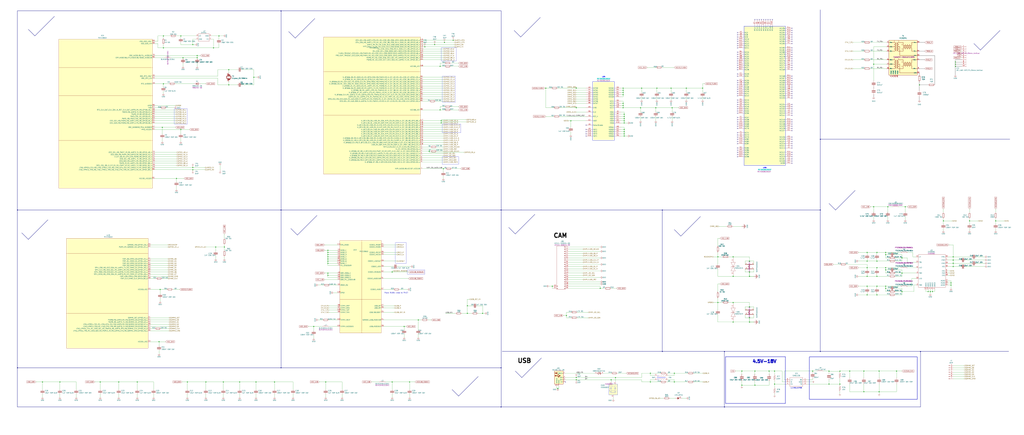
<source format=kicad_sch>
(kicad_sch (version 20250114) (generator "eeschema") (generator_version "9.0")
  (paper "User" 1193.8 508)
  (lib_symbols
    (symbol "*:root_0_ESD_ESDA6V8UL_*" (pin_names (hide yes))
      (symbol "root_0_ESD_ESDA6V8UL_*_1_0"
        (pin passive line (at 2.54 2.54 270) (length 2.54) (name "1") (number "1"))
        (pin passive line (at 5.08 -15.24 90) (length 2.54) (name "3") (number "3"))
        (pin passive line (at 7.62 2.54 270) (length 2.54) (name "2") (number "2"))
      )
    )
    (symbol "*:root_0_INDUCTOR COM_*" (pin_names (hide yes))
      (property "Reference" "FB1" (at 17.78 -7.112 0))
      (property "Value" "DNP" (at -5.842 -3.302 0))
      (symbol "root_0_INDUCTOR COM_*_1_0"
        (pin passive line (at -2.54 0 0) (length 2.54) (name "1") (number "1"))
        (pin passive line (at -2.54 -5.08 0) (length 2.54) (name "4") (number "4"))
        (pin passive line (at 12.7 0 180) (length 2.54) (name "2") (number "2"))
        (pin passive line (at 12.7 -5.08 180) (length 2.54) (name "3") (number "3"))
      )
    )
    (symbol "Conn_01x08_Female_1" (pin_names (offset 1.016) (hide yes))
      (property "Reference" "J15" (at 1.27 0.0001 0))
      (property "Value" "JST_1x8-1MP_P1.25mm_Vertical" (at 1.27 -2.5399 0))
      (symbol "Conn_01x08_Female_1_1_1"
        (pin passive line (at -5.08 7.62 0) (length 3.81) (name "Pin_1") (number "1"))
        (pin passive line (at -5.08 5.08 0) (length 3.81) (name "Pin_2") (number "2"))
        (pin passive line (at -5.08 2.54 0) (length 3.81) (name "Pin_3") (number "3"))
        (pin passive line (at -5.08 0 0) (length 3.81) (name "Pin_4") (number "4"))
        (pin passive line (at -5.08 -2.54 0) (length 3.81) (name "Pin_5") (number "5"))
        (pin passive line (at -5.08 -5.08 0) (length 3.81) (name "Pin_6") (number "6"))
        (pin passive line (at -5.08 -7.62 0) (length 3.81) (name "Pin_7") (number "7"))
        (pin passive line (at -5.08 -10.16 0) (length 3.81) (name "Pin_8") (number "8"))
        (pin passive line (at -5.08 -12.7 0) (length 3.81) (name "Pin_9") (number "9"))
        (pin passive line (at -5.08 -15.24 0) (length 3.81) (name "Pin_10") (number "10"))
      )
    )
    (symbol "Conn_01x30_Pin_9" (pin_names (offset 1.016) (hide yes))
      (property "Reference" "J28" (at -1.143 41.783 0))
      (property "Value" "FPC-05F-20PH20" (at -1.143 39.243 0))
      (symbol "Conn_01x30_Pin_9_1_1"
        (pin passive line (at -12.7 -10.16 0) (length 3.81) (name "Pin_22") (number "22"))
        (pin passive line (at -12.7 -12.7 0) (length 3.81) (name "Pin_21") (number "21"))
        (pin passive line (at 5.08 35.56 180) (length 3.81) (name "Pin_1") (number "1"))
        (pin passive line (at 5.08 33.02 180) (length 3.81) (name "Pin_2") (number "2"))
        (pin passive line (at 5.08 30.48 180) (length 3.81) (name "Pin_3") (number "3"))
        (pin passive line (at 5.08 27.94 180) (length 3.81) (name "Pin_4") (number "4"))
        (pin passive line (at 5.08 25.4 180) (length 3.81) (name "Pin_5") (number "5"))
        (pin passive line (at 5.08 22.86 180) (length 3.81) (name "Pin_6") (number "6"))
        (pin passive line (at 5.08 20.32 180) (length 3.81) (name "Pin_7") (number "7"))
        (pin passive line (at 5.08 17.78 180) (length 3.81) (name "Pin_8") (number "8"))
        (pin passive line (at 5.08 15.24 180) (length 3.81) (name "Pin_9") (number "9"))
        (pin passive line (at 5.08 12.7 180) (length 3.81) (name "Pin_10") (number "10"))
        (pin passive line (at 5.08 10.16 180) (length 3.81) (name "Pin_11") (number "11"))
        (pin passive line (at 5.08 7.62 180) (length 3.81) (name "Pin_12") (number "12"))
        (pin passive line (at 5.08 5.08 180) (length 3.81) (name "Pin_13") (number "13"))
        (pin passive line (at 5.08 2.54 180) (length 3.81) (name "Pin_14") (number "14"))
        (pin passive line (at 5.08 0 180) (length 3.81) (name "Pin_15") (number "15"))
        (pin passive line (at 5.08 -2.54 180) (length 3.81) (name "Pin_16") (number "16"))
        (pin passive line (at 5.08 -5.08 180) (length 3.81) (name "Pin_17") (number "17"))
        (pin passive line (at 5.08 -7.62 180) (length 3.81) (name "Pin_18") (number "18"))
        (pin passive line (at 5.08 -10.16 180) (length 3.81) (name "Pin_19") (number "19"))
        (pin passive line (at 5.08 -12.7 180) (length 3.81) (name "Pin_20") (number "20"))
      )
    )
    (symbol "Connector:Conn_01x07_Pin" (pin_names (offset 1.016) (hide yes))
      (property "Reference" "J" (at 0 10.16 0))
      (property "Value" "Conn_01x07_Pin" (at 0 -10.16 0))
      (symbol "Conn_01x07_Pin_1_1"
        (pin passive line (at 5.08 7.62 180) (length 3.81) (name "Pin_1") (number "1"))
        (pin passive line (at 5.08 5.08 180) (length 3.81) (name "Pin_2") (number "2"))
        (pin passive line (at 5.08 2.54 180) (length 3.81) (name "Pin_3") (number "3"))
        (pin passive line (at 5.08 0 180) (length 3.81) (name "Pin_4") (number "4"))
        (pin passive line (at 5.08 -2.54 180) (length 3.81) (name "Pin_5") (number "5"))
        (pin passive line (at 5.08 -5.08 180) (length 3.81) (name "Pin_6") (number "6"))
        (pin passive line (at 5.08 -7.62 180) (length 3.81) (name "Pin_7") (number "7"))
      )
    )
    (symbol "Connector:TestPoint" (pin_numbers (hide yes)) (pin_names (offset 0.762) (hide yes))
      (property "Reference" "TP" (at 0 6.858 0))
      (property "Value" "TestPoint" (at 0 5.08 0))
      (symbol "TestPoint_1_1"
        (pin passive line (at 0 0 90) (length 2.54) (name "1") (number "1"))
      )
    )
    (symbol "Connector:USB_OTG" (pin_names (offset 1.016))
      (property "Reference" "J14" (at -2.794 10.922 0))
      (property "Value" "SHOU HAN MICRO XNJ ZB" (at -13.97 8.89 0))
      (symbol "USB_OTG_1_1"
        (pin passive line (at -2.54 -10.16 90) (length 2.54) (name "Shield") (number "6"))
        (pin passive line (at 0 -10.16 90) (length 2.54) (name "GND") (number "5"))
        (pin passive line (at 7.62 5.08 180) (length 2.54) (name "VBUS") (number "1"))
        (pin bidirectional line (at 7.62 0 180) (length 2.54) (name "DM") (number "2"))
        (pin bidirectional line (at 7.62 -2.54 180) (length 2.54) (name "DP") (number "3"))
        (pin passive line (at 7.62 -5.08 180) (length 2.54) (name "ID") (number "4"))
      )
    )
    (symbol "Device:C" (pin_numbers (hide yes)) (pin_names (offset 0.254))
      (property "Reference" "C" (at 0.635 2.54 0))
      (property "Value" "C" (at 0.635 -2.54 0))
      (symbol "C_1_1"
        (pin passive line (at 0 3.81 270) (length 2.794) (name "~") (number "1"))
        (pin passive line (at 0 -3.81 90) (length 2.794) (name "~") (number "2"))
      )
    )
    (symbol "Device:D" (pin_numbers (hide yes)) (pin_names (offset 1.016) (hide yes))
      (property "Reference" "D" (at 0 2.54 0))
      (property "Value" "D" (at 0 -2.54 0))
      (symbol "D_1_1"
        (pin passive line (at -3.81 0 0) (length 2.54) (name "K") (number "1"))
        (pin passive line (at 3.81 0 180) (length 2.54) (name "A") (number "2"))
      )
    )
    (symbol "Device:L" (pin_numbers (hide yes)) (pin_names (offset 1.016) (hide yes))
      (property "Reference" "L" (at -1.27 0 90))
      (property "Value" "L" (at 1.905 0 90))
      (symbol "L_1_1"
        (pin passive line (at 0 3.81 270) (length 1.27) (name "1") (number "1"))
        (pin passive line (at 0 -3.81 90) (length 1.27) (name "2") (number "2"))
      )
    )
    (symbol "Device:R" (pin_numbers (hide yes)) (pin_names (offset 0))
      (property "Reference" "R" (at 2.032 0 90))
      (property "Value" "R" (at 0 0 90))
      (symbol "R_1_1"
        (pin passive line (at 0 3.81 270) (length 1.27) (name "~") (number "1"))
        (pin passive line (at 0 -3.81 90) (length 1.27) (name "~") (number "2"))
      )
    )
    (symbol "Device:R_US" (pin_numbers (hide yes)) (pin_names (offset 0))
      (property "Reference" "R" (at 2.54 0 90))
      (property "Value" "R_US" (at -2.54 0 90))
      (symbol "R_US_1_1"
        (pin passive line (at 0 3.81 270) (length 1.27) (name "~") (number "1"))
        (pin passive line (at 0 -3.81 90) (length 1.27) (name "~") (number "2"))
      )
    )
    (symbol "H1102NL:H1102NL" (pin_names (offset 1.016))
      (property "Reference" "T" (at -17.78 20.32 0))
      (property "Value" "H1102NL" (at -2.54 -22.86 0))
      (symbol "H1102NL_0_0"
        (pin passive line (at -20.32 17.78 0) (length 2.54) (name "TD+") (number "1"))
        (pin passive line (at -20.32 12.7 0) (length 2.54) (name "CT1") (number "2"))
        (pin passive line (at -20.32 7.62 0) (length 2.54) (name "TD-") (number "3"))
        (pin passive line (at -20.32 -2.54 0) (length 2.54) (name "RD+") (number "6"))
        (pin passive line (at -20.32 -7.62 0) (length 2.54) (name "CT2") (number "7"))
        (pin passive line (at -20.32 -12.7 0) (length 2.54) (name "RD-") (number "8"))
        (pin passive line (at -15.24 -22.86 90) (length 2.54) (name "NC@1") (number "4"))
        (pin passive line (at -12.7 -22.86 90) (length 2.54) (name "NC@2") (number "5"))
        (pin passive line (at -10.16 -22.86 90) (length 2.54) (name "NC@3") (number "12"))
        (pin passive line (at -7.62 -22.86 90) (length 2.54) (name "NC@4") (number "13"))
        (pin passive line (at 17.78 17.78 180) (length 2.54) (name "TX+") (number "16"))
        (pin passive line (at 17.78 7.62 180) (length 2.54) (name "TX-") (number "14"))
        (pin passive line (at 17.78 2.54 180) (length 2.54) (name "CT4") (number "15"))
        (pin passive line (at 17.78 -2.54 180) (length 2.54) (name "RX+") (number "11"))
        (pin passive line (at 17.78 -12.7 180) (length 2.54) (name "RX-") (number "9"))
        (pin passive line (at 17.78 -17.78 180) (length 2.54) (name "CT3") (number "10"))
      )
    )
    (symbol "NINA-B411-altium-import:GND" (power)
      (property "Reference" "#PWR" (at 0 0 0))
      (property "Value" "GND" (at 0 6.35 0))
      (symbol "GND_0_0"
        (pin power_in line (at 0 0 0) (length 0) (hide yes) (name "GND") (number ""))
      )
    )
    (symbol "NINA-B411-altium-import:root_3_SKRPACE010"
      (symbol "root_3_SKRPACE010_1_0"
        (pin bidirectional line (at -2.54 5.08 270) (length 2.54) (name "3") (number "3"))
        (pin bidirectional line (at -2.54 -5.08 90) (length 2.54) (name "4") (number "4"))
        (pin bidirectional line (at 2.54 5.08 270) (length 2.54) (name "1") (number "1"))
        (pin bidirectional line (at 2.54 -5.08 90) (length 2.54) (name "2") (number "2"))
      )
    )
    (symbol "PCM_SL_Devices:Capacitor_NP"
      (property "Reference" "C" (at 0 6.35 0))
      (property "Value" "Capacitor_NP" (at 0 3.81 0))
      (symbol "Capacitor_NP_1_1"
        (pin passive line (at -2.54 0 0) (length 2) (name "~") (number "1"))
        (pin input line (at 2.54 0 180) (length 2) (name "~") (number "2"))
      )
    )
    (symbol "PCM_SL_Devices:Crystal_32.768kHz"
      (property "Reference" "Y" (at 0 7.62 0))
      (property "Value" "Crystal_32.768kHz" (at 0 5.08 0))
      (symbol "Crystal_32.768kHz_1_1"
        (pin passive line (at -5.08 0 0) (length 2.54) (name "") (number "1"))
        (pin passive line (at 5.08 0 180) (length 2.54) (name "") (number "2"))
      )
    )
    (symbol "PCM_SL_Devices:LED"
      (property "Reference" "D" (at -0.508 5.334 0))
      (property "Value" "LED" (at -0.508 2.794 0))
      (symbol "LED_1_1"
        (pin passive line (at -3.81 0 0) (length 1.5) (name "") (number "2"))
        (pin passive line (at 3.81 0 180) (length 1.5) (name "~") (number "1"))
      )
    )
    (symbol "PCM_SL_Resistors:Resistor"
      (property "Reference" "R" (at 0 5.08 0))
      (property "Value" "Resistor" (at 0 2.54 0))
      (symbol "Resistor_1_1"
        (pin passive line (at -3.81 0 0) (length 1.5) (name "") (number "1"))
        (pin passive line (at 3.81 0 180) (length 1.5) (name "~") (number "2"))
      )
    )
    (symbol "RV1106:CRY"
      (property "Reference" "U" (at 0 0 0))
      (symbol "CRY_1_1"
        (pin input line (at -8.89 -3.81 0) (length 2.54) (name "X2") (number "3"))
        (pin input line (at -8.89 -7.62 0) (length 2.54) (name "GND") (number "4"))
        (pin input line (at 8.89 -3.81 180) (length 2.54) (name "GND") (number "2"))
        (pin input line (at 8.89 -7.62 180) (length 2.54) (name "X1") (number "1"))
      )
    )
    (symbol "RV1106:EA3036C"
      (property "Reference" "U3" (at 0.635 3.81 0))
      (property "Value" "EA3036C" (at 0.635 1.27 0))
      (symbol "EA3036C_1_1"
        (pin input line (at -17.78 -3.81 0) (length 2.54) (name "LX") (number "11"))
        (pin input line (at -17.78 -10.16 0) (length 2.54) (name "FB1") (number "14"))
        (pin input line (at -17.78 -16.51 0) (length 2.54) (name "LX2") (number "6"))
        (pin input line (at -17.78 -22.86 0) (length 2.54) (name "FB2") (number "3"))
        (pin input line (at -17.78 -29.21 0) (length 2.54) (name "LX3") (number "20"))
        (pin input line (at -17.78 -36.83 0) (length 2.54) (name "FB3") (number "2"))
        (pin input line (at -6.35 -41.91 90) (length 2.54) (name "GND1") (number "12"))
        (pin input line (at -3.81 -41.91 90) (length 2.54) (name "GND1") (number "13"))
        (pin input line (at -1.27 -41.91 90) (length 2.54) (name "GND2") (number "4"))
        (pin input line (at 1.27 -41.91 90) (length 2.54) (name "GND2") (number "5"))
        (pin input line (at 3.81 -41.91 90) (length 2.54) (name "GND3") (number "1"))
        (pin input line (at 19.05 -3.81 180) (length 2.54) (name "VIN1") (number "10"))
        (pin input line (at 19.05 -7.62 180) (length 2.54) (name "VIN2") (number "7"))
        (pin input line (at 19.05 -11.43 180) (length 2.54) (name "VIN3") (number "19"))
        (pin input line (at 19.05 -15.24 180) (length 2.54) (name "VCC") (number "16"))
        (pin input line (at 19.05 -20.32 180) (length 2.54) (name "EN1") (number "9"))
        (pin input line (at 19.05 -22.86 180) (length 2.54) (name "EN2") (number "8"))
        (pin input line (at 19.05 -25.4 180) (length 2.54) (name "EN3") (number "18"))
        (pin input line (at 19.05 -31.75 180) (length 2.54) (name "AGND") (number "17"))
        (pin input line (at 19.05 -34.29 180) (length 2.54) (name "AGND") (number "15"))
        (pin input line (at 19.05 -36.83 180) (length 2.54) (name "AGND") (number "21"))
      )
    )
    (symbol "RV1106:RS70B08G3S03F"
      (property "Reference" "U4000" (at 11.43 4.572 0))
      (property "Value" "EMMC_B153_2L" (at 0 -71.12 0))
      (property "PCB FOOTPRINT" "BGA153_13R00X11R50X0R90_2L" (at 0 -73.66 0))
      (symbol "RS70B08G3S03F_1_0"
        (pin passive line (at -7.62 -7.62 0) (length 7.62) (name "DATA0") (number "A3"))
        (pin passive line (at -7.62 -10.16 0) (length 7.62) (name "DATA1") (number "A4"))
        (pin passive line (at -7.62 -12.7 0) (length 7.62) (name "DATA2") (number "A5"))
        (pin passive line (at -7.62 -15.24 0) (length 7.62) (name "DATA3") (number "B2"))
        (pin passive line (at -7.62 -17.78 0) (length 7.62) (name "DATA4") (number "B3"))
        (pin passive line (at -7.62 -20.32 0) (length 7.62) (name "DATA5") (number "B4"))
        (pin passive line (at -7.62 -22.86 0) (length 7.62) (name "DATA6") (number "B5"))
        (pin passive line (at -7.62 -25.4 0) (length 7.62) (name "DATA7") (number "B6"))
        (pin passive line (at -7.62 -30.48 0) (length 7.62) (name "CMD") (number "M5"))
        (pin passive line (at -7.62 -35.56 0) (length 7.62) (name "CLK") (number "M6"))
        (pin passive line (at -7.62 -40.64 0) (length 7.62) (name "RST_n") (number "K5"))
        (pin passive line (at -7.62 -45.72 0) (length 7.62) (name "VDDi") (number "C2"))
        (pin passive line (at -7.62 -50.8 0) (length 7.62) (name "Data_Strobe") (number "H5"))
        (pin passive line (at -7.62 -55.88 0) (length 7.62) (name "VSF1") (number "E9"))
        (pin passive line (at -7.62 -58.42 0) (length 7.62) (name "VSF2") (number "E10"))
        (pin passive line (at -7.62 -60.96 0) (length 7.62) (name "VSF3") (number "F10"))
        (pin passive line (at -7.62 -63.5 0) (length 7.62) (name "VSF4") (number "K10"))
        (pin passive line (at 33.02 -7.62 180) (length 7.62) (name "VCCQ1") (number "C6"))
        (pin passive line (at 33.02 -10.16 180) (length 7.62) (name "VCCQ2") (number "M4"))
        (pin passive line (at 33.02 -12.7 180) (length 7.62) (name "VCCQ3") (number "N4"))
        (pin passive line (at 33.02 -15.24 180) (length 7.62) (name "VCCQ4") (number "P3"))
        (pin passive line (at 33.02 -17.78 180) (length 7.62) (name "VCCQ5") (number "P5"))
        (pin passive line (at 33.02 -22.86 180) (length 7.62) (name "VCC1") (number "E6"))
        (pin passive line (at 33.02 -25.4 180) (length 7.62) (name "VCC2") (number "F5"))
        (pin passive line (at 33.02 -27.94 180) (length 7.62) (name "VCC3") (number "J10"))
        (pin passive line (at 33.02 -30.48 180) (length 7.62) (name "VCC4") (number "K9"))
        (pin passive line (at 33.02 -35.56 180) (length 7.62) (name "VSS1") (number "J5"))
        (pin passive line (at 33.02 -38.1 180) (length 7.62) (name "VSS2") (number "A6"))
        (pin passive line (at 33.02 -40.64 180) (length 7.62) (name "VSS3") (number "C4"))
        (pin passive line (at 33.02 -43.18 180) (length 7.62) (name "VSS4") (number "E7"))
        (pin passive line (at 33.02 -45.72 180) (length 7.62) (name "VSS5") (number "G5"))
        (pin passive line (at 33.02 -48.26 180) (length 7.62) (name "VSS6") (number "H10"))
        (pin passive line (at 33.02 -53.34 180) (length 7.62) (name "VSSQ1") (number "K8"))
        (pin passive line (at 33.02 -55.88 180) (length 7.62) (name "VSSQ2") (number "N2"))
        (pin passive line (at 33.02 -58.42 180) (length 7.62) (name "VSSQ3") (number "N5"))
        (pin passive line (at 33.02 -60.96 180) (length 7.62) (name "VSSQ4") (number "P4"))
        (pin passive line (at 33.02 -63.5 180) (length 7.62) (name "VSSQ5") (number "P6"))
      )
      (symbol "RS70B08G3S03F_2_0"
        (pin passive line (at -7.62 -7.62 0) (length 7.62) (name "NC2") (number "A2"))
        (pin passive line (at -7.62 -10.16 0) (length 7.62) (name "NC8") (number "A8"))
        (pin passive line (at -7.62 -12.7 0) (length 7.62) (name "NC9") (number "A9"))
        (pin passive line (at -7.62 -15.24 0) (length 7.62) (name "NC10") (number "A10"))
        (pin passive line (at -7.62 -17.78 0) (length 7.62) (name "NC11") (number "A11"))
        (pin passive line (at -7.62 -20.32 0) (length 7.62) (name "NC12") (number "A12"))
        (pin passive line (at -7.62 -22.86 0) (length 7.62) (name "NC13") (number "A13"))
        (pin passive line (at -7.62 -25.4 0) (length 7.62) (name "NC14") (number "A14"))
        (pin passive line (at -7.62 -30.48 0) (length 7.62) (name "NC15") (number "B1"))
        (pin passive line (at -7.62 -33.02 0) (length 7.62) (name "NC21") (number "B7"))
        (pin passive line (at -7.62 -35.56 0) (length 7.62) (name "NC22") (number "B8"))
        (pin passive line (at -7.62 -38.1 0) (length 7.62) (name "NC23") (number "B9"))
        (pin passive line (at -7.62 -40.64 0) (length 7.62) (name "NC24") (number "B10"))
        (pin passive line (at -7.62 -43.18 0) (length 7.62) (name "NC25") (number "B11"))
        (pin passive line (at -7.62 -45.72 0) (length 7.62) (name "NC26") (number "B12"))
        (pin passive line (at -7.62 -48.26 0) (length 7.62) (name "NC27") (number "B13"))
        (pin passive line (at -7.62 -50.8 0) (length 7.62) (name "NC28") (number "B14"))
        (pin passive line (at -7.62 -55.88 0) (length 7.62) (name "NC29") (number "C1"))
        (pin passive line (at -7.62 -58.42 0) (length 7.62) (name "NC31") (number "C3"))
        (pin passive line (at -7.62 -63.5 0) (length 7.62) (name "NC35") (number "C7"))
        (pin passive line (at -7.62 -66.04 0) (length 7.62) (name "NC36") (number "C8"))
        (pin passive line (at -7.62 -68.58 0) (length 7.62) (name "NC37") (number "C9"))
        (pin passive line (at -7.62 -71.12 0) (length 7.62) (name "NC38") (number "C10"))
        (pin passive line (at -7.62 -73.66 0) (length 7.62) (name "NC39") (number "C11"))
        (pin passive line (at -7.62 -76.2 0) (length 7.62) (name "NC40") (number "C12"))
        (pin passive line (at -7.62 -78.74 0) (length 7.62) (name "NC41") (number "C13"))
        (pin passive line (at -7.62 -81.28 0) (length 7.62) (name "NC42") (number "C14"))
        (pin passive line (at -7.62 -86.36 0) (length 7.62) (name "NC43") (number "D1"))
        (pin passive line (at -7.62 -88.9 0) (length 7.62) (name "NC44") (number "D2"))
        (pin passive line (at -7.62 -91.44 0) (length 7.62) (name "NC45") (number "D3"))
        (pin passive line (at -7.62 -93.98 0) (length 7.62) (name "NC46") (number "D4"))
        (pin passive line (at -7.62 -96.52 0) (length 7.62) (name "NC54") (number "D12"))
        (pin passive line (at -7.62 -99.06 0) (length 7.62) (name "NC55") (number "D13"))
        (pin passive line (at -7.62 -101.6 0) (length 7.62) (name "NC56") (number "D14"))
        (pin passive line (at -7.62 -106.68 0) (length 7.62) (name "NC57") (number "E1"))
        (pin passive line (at -7.62 -109.22 0) (length 7.62) (name "NC58") (number "E2"))
        (pin passive line (at -7.62 -111.76 0) (length 7.62) (name "NC59") (number "E3"))
        (pin passive line (at -7.62 -114.3 0) (length 7.62) (name "NC68") (number "E12"))
        (pin passive line (at -7.62 -116.84 0) (length 7.62) (name "NC69") (number "E13"))
        (pin passive line (at -7.62 -119.38 0) (length 7.62) (name "NC70") (number "E14"))
        (pin passive line (at -7.62 -124.46 0) (length 7.62) (name "NC71") (number "F1"))
        (pin passive line (at -7.62 -127 0) (length 7.62) (name "NC72") (number "F2"))
        (pin passive line (at -7.62 -129.54 0) (length 7.62) (name "NC73") (number "F3"))
        (pin passive line (at -7.62 -132.08 0) (length 7.62) (name "NC82") (number "F12"))
        (pin passive line (at -7.62 -134.62 0) (length 7.62) (name "NC83") (number "F13"))
        (pin passive line (at -7.62 -137.16 0) (length 7.62) (name "NC84") (number "F14"))
        (pin passive line (at -7.62 -142.24 0) (length 7.62) (name "NC85") (number "G1"))
        (pin passive line (at -7.62 -144.78 0) (length 7.62) (name "NC86") (number "G2"))
        (pin passive line (at -7.62 -147.32 0) (length 7.62) (name "NC96") (number "G12"))
        (pin passive line (at -7.62 -149.86 0) (length 7.62) (name "NC97") (number "G13"))
        (pin passive line (at -7.62 -152.4 0) (length 7.62) (name "NC98") (number "G14"))
        (pin passive line (at 12.7 7.62 270) (length 7.62) (name "RFU1") (number "A7"))
        (pin passive line (at 15.24 7.62 270) (length 7.62) (name "RFU2") (number "E5"))
        (pin passive line (at 17.78 7.62 270) (length 7.62) (name "RFU3") (number "E8"))
        (pin passive line (at 20.32 7.62 270) (length 7.62) (name "RFU4") (number "G3"))
        (pin passive line (at 22.86 7.62 270) (length 7.62) (name "RFU5") (number "G10"))
        (pin passive line (at 25.4 7.62 270) (length 7.62) (name "RFU6") (number "K6"))
        (pin passive line (at 27.94 7.62 270) (length 7.62) (name "RFU7") (number "K7"))
        (pin passive line (at 30.48 7.62 270) (length 7.62) (name "RFU8") (number "P7"))
        (pin passive line (at 33.02 7.62 270) (length 7.62) (name "RFU9") (number "P10"))
        (pin passive line (at 55.88 -2.54 180) (length 7.62) (name "NC196") (number "P14"))
        (pin passive line (at 55.88 -5.08 180) (length 7.62) (name "NC195") (number "P13"))
        (pin passive line (at 55.88 -7.62 180) (length 7.62) (name "NC194") (number "P12"))
        (pin passive line (at 55.88 -10.16 180) (length 7.62) (name "NC193") (number "P11"))
        (pin passive line (at 55.88 -12.7 180) (length 7.62) (name "NC191") (number "P9"))
        (pin passive line (at 55.88 -15.24 180) (length 7.62) (name "NC190") (number "P8"))
        (pin passive line (at 55.88 -17.78 180) (length 7.62) (name "NC184") (number "P2"))
        (pin passive line (at 55.88 -20.32 180) (length 7.62) (name "NC183") (number "P1"))
        (pin passive line (at 55.88 -25.4 180) (length 7.62) (name "NC182") (number "N14"))
        (pin passive line (at 55.88 -27.94 180) (length 7.62) (name "NC181") (number "N13"))
        (pin passive line (at 55.88 -30.48 180) (length 7.62) (name "NC180") (number "N12"))
        (pin passive line (at 55.88 -33.02 180) (length 7.62) (name "NC179") (number "N11"))
        (pin passive line (at 55.88 -35.56 180) (length 7.62) (name "NC178") (number "N10"))
        (pin passive line (at 55.88 -38.1 180) (length 7.62) (name "NC177") (number "N9"))
        (pin passive line (at 55.88 -40.64 180) (length 7.62) (name "NC176") (number "N8"))
        (pin passive line (at 55.88 -43.18 180) (length 7.62) (name "NC175") (number "N7"))
        (pin passive line (at 55.88 -45.72 180) (length 7.62) (name "NC174") (number "N6"))
        (pin passive line (at 55.88 -48.26 180) (length 7.62) (name "NC171") (number "N3"))
        (pin passive line (at 55.88 -50.8 180) (length 7.62) (name "NC169") (number "N1"))
        (pin passive line (at 55.88 -58.42 180) (length 7.62) (name "NC168") (number "M14"))
        (pin passive line (at 55.88 -60.96 180) (length 7.62) (name "NC167") (number "M13"))
        (pin passive line (at 55.88 -63.5 180) (length 7.62) (name "NC166") (number "M12"))
        (pin passive line (at 55.88 -66.04 180) (length 7.62) (name "NC165") (number "M11"))
        (pin passive line (at 55.88 -68.58 180) (length 7.62) (name "NC164") (number "M10"))
        (pin passive line (at 55.88 -71.12 180) (length 7.62) (name "NC163") (number "M9"))
        (pin passive line (at 55.88 -73.66 180) (length 7.62) (name "NC162") (number "M8"))
        (pin passive line (at 55.88 -76.2 180) (length 7.62) (name "NC161") (number "M7"))
        (pin passive line (at 55.88 -78.74 180) (length 7.62) (name "NC157") (number "M3"))
        (pin passive line (at 55.88 -81.28 180) (length 7.62) (name "NC156") (number "M2"))
        (pin passive line (at 55.88 -83.82 180) (length 7.62) (name "NC155") (number "M1"))
        (pin passive line (at 55.88 -91.44 180) (length 7.62) (name "NC154") (number "L14"))
        (pin passive line (at 55.88 -93.98 180) (length 7.62) (name "NC153") (number "L13"))
        (pin passive line (at 55.88 -96.52 180) (length 7.62) (name "NC152") (number "L12"))
        (pin passive line (at 55.88 -99.06 180) (length 7.62) (name "NC143") (number "L3"))
        (pin passive line (at 55.88 -101.6 180) (length 7.62) (name "NC142") (number "L2"))
        (pin passive line (at 55.88 -104.14 180) (length 7.62) (name "NC141") (number "L1"))
        (pin passive line (at 55.88 -109.22 180) (length 7.62) (name "NC140") (number "K14"))
        (pin passive line (at 55.88 -111.76 180) (length 7.62) (name "NC139") (number "K13"))
        (pin passive line (at 55.88 -114.3 180) (length 7.62) (name "NC138") (number "K12"))
        (pin passive line (at 55.88 -116.84 180) (length 7.62) (name "NC129") (number "K3"))
        (pin passive line (at 55.88 -119.38 180) (length 7.62) (name "NC128") (number "K2"))
        (pin passive line (at 55.88 -121.92 180) (length 7.62) (name "NC127") (number "K1"))
        (pin passive line (at 55.88 -129.54 180) (length 7.62) (name "NC126") (number "J14"))
        (pin passive line (at 55.88 -132.08 180) (length 7.62) (name "NC125") (number "J13"))
        (pin passive line (at 55.88 -134.62 180) (length 7.62) (name "NC124") (number "J12"))
        (pin passive line (at 55.88 -137.16 180) (length 7.62) (name "NC115") (number "J3"))
        (pin passive line (at 55.88 -139.7 180) (length 7.62) (name "NC114") (number "J2"))
        (pin passive line (at 55.88 -142.24 180) (length 7.62) (name "NC113") (number "J1"))
        (pin passive line (at 55.88 -147.32 180) (length 7.62) (name "NC112") (number "H14"))
        (pin passive line (at 55.88 -149.86 180) (length 7.62) (name "NC111") (number "H13"))
        (pin passive line (at 55.88 -152.4 180) (length 7.62) (name "NC110") (number "H12"))
        (pin passive line (at 55.88 -154.94 180) (length 7.62) (name "NC101") (number "H3"))
        (pin passive line (at 55.88 -157.48 180) (length 7.62) (name "NC100") (number "H2"))
        (pin passive line (at 55.88 -160.02 180) (length 7.62) (name "NC99") (number "H1"))
      )
    )
    (symbol "RV1106:RV1106"
      (property "Reference" "U1" (at -7.874 -13.462 0))
      (property "Value" "~" (at 2.54 -15.24 0))
      (symbol "RV1106_1_1"
        (pin input line (at 59.69 -17.78 180) (length 2.54) (name "OSC_SOC_XOUT") (number "69"))
        (pin input line (at 59.69 -20.32 180) (length 2.54) (name "OSC_SOC_XIN") (number "68"))
        (pin input line (at 59.69 -34.29 180) (length 2.54) (name "OSC_AVDD1V8_PLL_AVDD1V8") (number "70"))
        (pin input line (at 59.69 -36.83 180) (length 2.54) (name "OTP_AVDD1V8_ETH_AVDD1V8_TSADC_AVDD1V8") (number "96"))
        (pin input line (at 59.69 -58.42 180) (length 2.54) (name "OSC_RTC_XOUT") (number "20"))
        (pin input line (at 59.69 -60.96 180) (length 2.54) (name "OSC_RTC_XIN") (number "21"))
        (pin input line (at 59.69 -67.31 180) (length 2.54) (name "RTC_AVDD3V3") (number "19"))
        (pin input line (at 59.69 -92.71 180) (length 2.54) (name "nPOR") (number "66"))
        (pin input line (at 59.69 -95.25 180) (length 2.54) (name "TVSS") (number "57"))
        (pin input line (at 59.69 -97.79 180) (length 2.54) (name "RTC_CLK_OUT_CLK_32K_IN_REF_CLK_OUT_UART0_RX_M0_GPIO0_A0_z") (number "58"))
        (pin input line (at 59.69 -100.33 180) (length 2.54) (name "PWM2_M0_UART0_TX_M0_GPIO0_A1_d") (number "59"))
        (pin input line (at 59.69 -102.87 180) (length 2.54) (name "PWM3_IR_M0_GPIO0_A2_d") (number "60"))
        (pin input line (at 59.69 -105.41 180) (length 2.54) (name "PWR_CTRL_M1_GPIO0_A3_u") (number "62"))
        (pin input line (at 59.69 -107.95 180) (length 2.54) (name "PWM1_M0_PWR_CTRL_M0_GPIO0_A4_d") (number "63"))
        (pin input line (at 59.69 -110.49 180) (length 2.54) (name "I2C1_SCL_M0_PWM5_M0_UART1_RTS_M0_GPIO0_A5_d") (number "64"))
        (pin input line (at 59.69 -113.03 180) (length 2.54) (name "I2C1_SDA_M0_PWM6_M0_UART1_CTS_M0_GPIO0_A6_d") (number "65"))
        (pin input line (at 59.69 -118.11 180) (length 2.54) (name "OSC_DVDD0V9_PMU_DVDD0V9") (number "67"))
        (pin input line (at 59.69 -120.65 180) (length 2.54) (name "PMU_VCC3V3") (number "61"))
        (pin input line (at 59.69 -147.32 180) (length 2.54) (name "I2C2_SCL_M0_PWM7_IR_M0_UART3_TX_M0_GPIO1_A0_d") (number "72"))
        (pin input line (at 59.69 -149.86 180) (length 2.54) (name "I2C2_SDA_M0_PWM4_M0_UART3_RX_M0_GPIO1_A1_d") (number "73"))
        (pin input line (at 59.69 -152.4 180) (length 2.54) (name "VI_CIF_D0_M1_CPU_AVS_PWM0_M0_GPIO1_A2_d") (number "74"))
        (pin input line (at 59.69 -154.94 180) (length 2.54) (name "I2C0_SCL_M0_UART1_TX_M0_GPIO1_A3_d") (number "75"))
        (pin input line (at 59.69 -157.48 180) (length 2.54) (name "I2C0_SDA_M0_UART1_RX_M0_GPIO1_A4_d") (number "76"))
        (pin input line (at 59.69 -160.02 180) (length 2.54) (name "PWM3_IR_M1_UART4_RX_M0_GPIO1_B0_d") (number "77"))
        (pin input line (at 59.69 -162.56 180) (length 2.54) (name "SPI1_CS1_M0_VI_CIF_D1_M1_PWM7_IR_M1_UART4_TX_M0_GPIO1_B1_d") (number "78"))
        (pin input line (at 59.69 -165.1 180) (length 2.54) (name "JTAG_HPMCU_TCK_M0_JTAG_LPMCU_TCK_M0_JTAG_CPU_TCK_M1_UART2_TX_M1_GPIO1_B2_d") (number "79"))
        (pin input line (at 59.69 -167.64 180) (length 2.54) (name "JTAG_HPMCU_TMS_M0_JTAG_LPMCU_TMS_M0_JTAG_CPU_TMS_M1_UART2_RX_M1_GPIO1_B3_u") (number "80"))
        (pin input line (at 59.69 -177.8 180) (length 2.54) (name "VCCIO1_VCC3V3") (number "81"))
      )
      (symbol "RV1106_2_1"
        (pin input line (at 44.45 -22.86 180) (length 2.54) (name "SARADC_IN0_GPIO4_C0_z") (number "23"))
        (pin input line (at 44.45 -25.4 180) (length 2.54) (name "PWM1_M1_SARADC_IN1_GPIO4_C1_z") (number "22"))
        (pin input line (at 44.45 -39.37 180) (length 2.54) (name "FSPI_D0_EMMC_D0_GPIO4_A4_u") (number "41"))
        (pin input line (at 44.45 -41.91 180) (length 2.54) (name "FSPI_D1_EMMC_D1_GPIO4_A3_u") (number "42"))
        (pin input line (at 44.45 -44.45 180) (length 2.54) (name "FSPI_D2_EMMC_D2_GPIO4_A2_u") (number "44"))
        (pin input line (at 44.45 -46.99 180) (length 2.54) (name "FSPI_D3_EMMC_D3_GPIO4_A6_u") (number "39"))
        (pin input line (at 44.45 -49.53 180) (length 2.54) (name "SPI1_CS0_M0_I2C2_SDA_M1_UART1_TX_M2_EMMC_D4_GPIO4_A5_u") (number "40"))
        (pin input line (at 44.45 -52.07 180) (length 2.54) (name "SPI1_CLK_M0_I2C2_SCL_M1_UART1_RX_M2_EMMC_D5_GPIO4_A7_u") (number "38"))
        (pin input line (at 44.45 -54.61 180) (length 2.54) (name "SPI1_MOSI_M0_I2C0_SCL_M1_UART0_TX_M2_EMMC_D6_GPIO4_A1_u") (number "45"))
        (pin input line (at 44.45 -57.15 180) (length 2.54) (name "SPI1_MISO_M0_I2C0_SDA_M1_UART0_RX_M2_EMMC_D7_GPIO4_A0_u") (number "46"))
        (pin input line (at 44.45 -59.69 180) (length 2.54) (name "FSPI_CS0_EMMC_CMD_GPIO4_B0_u") (number "47"))
        (pin input line (at 44.45 -62.23 180) (length 2.54) (name "FSPI_CLK_EMMC_CLK_GPIO4_B1_d") (number "48"))
        (pin input line (at 44.45 -74.93 180) (length 2.54) (name "VCCIO3_VCC") (number "43"))
        (pin input line (at 44.45 -107.95 180) (length 2.54) (name "SDMMC_DET_GPIO3_A1_u") (number "11"))
        (pin input line (at 44.45 -110.49 180) (length 2.54) (name "PWM8_M0_UART2_RX_M0_SDMMC_D0_GPIO3_A3_u") (number "14"))
        (pin input line (at 44.45 -113.03 180) (length 2.54) (name "PWM9_M0_UART2_TX_M0_SDMMC_D1_GPIO3_A2_u") (number "12"))
        (pin input line (at 44.45 -115.57 180) (length 2.54) (name "JTAG_HPMCU_TCK_M1_JTAG_CPU_TCK_M0_UART5_RX_M0_SDMMC_D2_GPIO3_A7_u") (number "18"))
        (pin input line (at 44.45 -118.11 180) (length 2.54) (name "JTAG_HPMCU_TMS_M1_JTAG_CPU_TMS_M0_UART5_TX_M0_SDMMC_D3_GPIO3_A6_u") (number "17"))
        (pin input line (at 44.45 -120.65 180) (length 2.54) (name "JTAG_LPMCU_TCK_M1_I2C0_SCL_M2_PWM10_M0_UART5_RTS_M0_SDMMC_CLK_GPIO3_A4_d") (number "15"))
        (pin input line (at 44.45 -123.19 180) (length 2.54) (name "JTAG_LPMCU_TMS_M1_I2C0_SDA_M2_PWM11_IR_M0_UART5_CTS_M0_SDMMC_CMD_GPIO3_A5_u") (number "16"))
        (pin input line (at 44.45 -135.89 180) (length 2.54) (name "VCCIO4_VCC") (number "13"))
      )
      (symbol "RV1106_3_1"
        (pin input line (at 59.69 -6.35 180) (length 2.54) (name "I2C4_SCL_M0_UART1_RTS_M1_VO_LCDC_D9_I2S0_LRCK_SDIO_D0_M0_GPIO2_A1_d") (number "110"))
        (pin input line (at 59.69 -8.89 180) (length 2.54) (name "I2C4_SDA_M0_UART1_CTS_M1_VO_LCDC_D8_I2S0_SCLK_SDIO_D1_M0_GPIO2_A0_d") (number "109"))
        (pin input line (at 59.69 -11.43 180) (length 2.54) (name "UART1_RX_M1_VO_LCDC_D13_I2S0_SDI0_SDIO_D2_M0_GPIO2_A5_d") (number "114"))
        (pin input line (at 59.69 -13.97 180) (length 2.54) (name "UART1_TX_M1_VO_LCDC_D12_I2S0_SDO0_SDIO_D3_M0_GPIO2_A4_d") (number "113"))
        (pin input line (at 59.69 -16.51 180) (length 2.54) (name "VO_LCDC_D10_I2S0_MCLK_SDIO_CLK_M0_GPIO2_A2_d") (number "111"))
        (pin input line (at 59.69 -19.05 180) (length 2.54) (name "VO_LCDC_D11_I2S0_SDO3_SDI1_SDIO_CMD_M0_GPIO2_A3_d") (number "112"))
        (pin input line (at 59.69 -21.59 180) (length 2.54) (name "FLASH_TRIGOUT_I2C3_SCL_M0_PWM2_M1_VO_LCDC_D14_I2S0_SDO2_SDI2_UART0_RTS_M1_GPIO2_A6_d") (number "107"))
        (pin input line (at 59.69 -24.13 180) (length 2.54) (name "PRELIGHT_TRIGOUT_I2C3_SDA_M0_PWM4_M1_VO_LCDC_D15_I2S0_SDO1_SDI3_UART0_CTS_M1_GPIO2_A7_d") (number "106"))
        (pin input line (at 59.69 -26.67 180) (length 2.54) (name "PWM5_M1_VO_LCDC_D16_I2C1_SCL_M1_UART0_RX_M1_GPIO2_B0_d") (number "105"))
        (pin input line (at 59.69 -29.21 180) (length 2.54) (name "PWM6_M1_VO_LCDC_D17_I2C1_SDA_M1_UART0_TX_M1_GPIO2_B1_d") (number "104"))
        (pin input line (at 59.69 -36.83 180) (length 2.54) (name "VCCIO5_VCC") (number "108"))
        (pin input line (at 59.69 -49.53 180) (length 2.54) (name "VI_BT656_D0_M1_SDIO_D1_M1_SPI0_CS0_M0_PWM2_M2_VI_CIF_D2_M1_VO_LCDC_D7_GPIO1_C0_d") (number "95"))
        (pin input line (at 59.69 -52.07 180) (length 2.54) (name "VI_BT656_D1_M1_SDIO_D0_M1_SPI0_CLK_M0_PWM4_M2_VI_CIF_D3_M1_VO_LCDC_D6_GPIO1_C1_d") (number "94"))
        (pin input line (at 59.69 -54.61 180) (length 2.54) (name "VI_BT656_D2_M1_I2C4_SCL_M1_SDIO_CLK_M1_SPI0_MOSI_M0_PWM5_M2_VI_CIF_D4_M1_VO_LCDC_D5_GPIO1_C2_d") (number "93"))
        (pin input line (at 59.69 -57.15 180) (length 2.54) (name "VI_BT656_D3_M1_I2C4_SDA_M1_SDIO_CMD_M1_SPI0_MISO_M0_PWM6_M2_VI_CIF_D5_M1_VO_LCDC_D4_GPIO1_C3_d") (number "92"))
        (pin input line (at 59.69 -59.69 180) (length 2.54) (name "VI_BT656_D4_M1_SDIO_D3_M1_UART4_RX_M1_PWM8_M1_VI_CIF_D6_M1_VO_LCDC_D3_GPIO1_C4_d") (number "91"))
        (pin input line (at 59.69 -62.23 180) (length 2.54) (name "VI_BT656_D5_M1_SDIO_D2_M1_UART4_TX_M1_PWM9_M1_VI_CIF_D7_M1_VO_LCDC_D2_GPIO1_C5_d") (number "90"))
        (pin input line (at 59.69 -64.77 180) (length 2.54) (name "VI_BT656_D6_M1_UART4_RTS_M1_PWM10_M1_VI_CIF_D8_M1_VO_LCDC_D1_GPIO1_C6_d") (number "83"))
        (pin input line (at 59.69 -67.31 180) (length 2.54) (name "VI_BT656_D7_M1_UART4_CTS_M1_PWM11_IR_M1_VI_CIF_D9_M1_VO_LCDC_D0_GPIO1_C7_d") (number "84"))
        (pin input line (at 59.69 -69.85 180) (length 2.54) (name "VI_BT656_CLK_M1_UART3_TX_M1_UART5_RTS_M1_PWM3_IR_M2_VI_CIF_CLKI_M1_VO_LCDC_DEN_GPIO1_D0_d") (number "89"))
        (pin input line (at 59.69 -72.39 180) (length 2.54) (name "UART3_RX_M1_UART5_CTS_M1_PWM10_M2_VI_CIF_HREF_M1_VO_LCDC_HSYNC_GPIO1_D1_d") (number "87"))
        (pin input line (at 59.69 -74.93 180) (length 2.54) (name "SPI0_CS1_M0_I2C3_SDA_M1_AUD_DSM_P_UART5_RX_M1_PWM0_M1_VI_CIF_VSYNC_M1_VO_LCDC_VSYNC_GPIO1_D2_d") (number "86"))
        (pin input line (at 59.69 -77.47 180) (length 2.54) (name "I2C3_SCL_M1_AUD_DSM_N_UART5_TX_M1_PWM11_IR_M2_VI_CIF_CLKO_M1_VO_LCDC_CLK_GPIO1_D3_d") (number "85"))
        (pin input line (at 59.69 -87.63 180) (length 2.54) (name "VCCIO6_VCC") (number "88"))
        (pin input line (at 59.69 -100.33 180) (length 2.54) (name "VI_BT1120_D0_LVDS_RX_D3N_MIPI_CSI_RX_D3N_VI_CIF_D0_M0_GPI3_B0_d") (number "117"))
        (pin input line (at 59.69 -102.87 180) (length 2.54) (name "VI_BT1120_D1_LVDS_RX_D3P_MIPI_CSI_RX_D3P_VI_CIF_D1_M0_GPI3_B1_d") (number "118"))
        (pin input line (at 59.69 -105.41 180) (length 2.54) (name "VI_BT1120_D2_LVDS_RX_CLK1N_MIPI_CSI_RX_CLK1N_VI_CIF_D2_M0_GPI3_B2_d") (number "119"))
        (pin input line (at 59.69 -107.95 180) (length 2.54) (name "VI_BT1120_D3_LVDS_RX_CLK1P_MIPI_CSI_RX_CLK1P_VI_CIF_D3_M0_GPI3_B3_d") (number "120"))
        (pin input line (at 59.69 -110.49 180) (length 2.54) (name "VI_BT1120_D4_LVDS_RX_D2N_MIPI_CSI_RX_D2N_VI_CIF_D4_M0_GPI3_B4_d") (number "121"))
        (pin input line (at 59.69 -113.03 180) (length 2.54) (name "VI_BT1120_D5_LVDS_RX_D2P_MIPI_CSI_RX_D2P_VI_CIF_D5_M0_GPI3_B5_d") (number "122"))
        (pin input line (at 59.69 -115.57 180) (length 2.54) (name "VI_BT1120_D6_LVDS_RX_D1N_MIPI_CSI_RX_D1N_VI_CIF_D6_M0_GPI3_B6_d") (number "123"))
        (pin input line (at 59.69 -118.11 180) (length 2.54) (name "VI_BT1120_D7_LVDS_RX_D1P_MIPI_CSI_RX_D1P_VI_CIF_D7_M0_GPI3_B7_d") (number "124"))
        (pin input line (at 59.69 -120.65 180) (length 2.54) (name "VI_BT656_D0_M0_VI_BT1120_D8_LVDS_RX_CLK0N_MIPI_CSI_RX_CLK0N_VI_CIF_D8_M0_GPI3_C0_d") (number "125"))
        (pin input line (at 59.69 -123.19 180) (length 2.54) (name "VI_BT656_D1_M0_VI_BT1120_D9_LVDS_RX_CLK0P_MIPI_CSI_RX_CLK0P_VI_CIF_D9_M0_GPI3_C1_d") (number "126"))
        (pin input line (at 59.69 -125.73 180) (length 2.54) (name "VI_BT656_CLK_M0_VI_BT1120_CLK_LVDS_RX_D0N_MIPI_CSI_RX_D0N_VI_CIF_CLKI_M0_GPI3_C2_d") (number "127"))
        (pin input line (at 59.69 -128.27 180) (length 2.54) (name "LVDS_RX_D0P_MIPI_CSI_RX_D0P_VI_CIF_HREF_M0_GPI3_C3_d") (number "128"))
        (pin input line (at 59.69 -130.81 180) (length 2.54) (name "MIPI_CLK0_OUT_VI_CIF_CLKO_M0_GPIO3_C4_d") (number "2"))
        (pin input line (at 59.69 -133.35 180) (length 2.54) (name "VI_CIF_VSYNC_M0_GPIO3_C5_d") (number "3"))
        (pin input line (at 59.69 -135.89 180) (length 2.54) (name "VI_BT656_D2_M0_VI_BT1120_D10_PWM7_IR_M2_MIPI_CLK1_OUT_VI_CIF_D10_GPIO3_C6_d") (number "4"))
        (pin input line (at 59.69 -138.43 180) (length 2.54) (name "VI_BT656_D3_M0_VI_BT1120_D11_UART5_TX_M2_I2C4_SCL_M2_VI_CIF_D11_GPIO3_C7_d") (number "5"))
        (pin input line (at 59.69 -140.97 180) (length 2.54) (name "VI_BT656_D4_M0_VI_BT1120_D12_UART5_RX_M2_I2C4_SDA_M2_VI_CIF_D12_GPIO3_D0_d") (number "7"))
        (pin input line (at 59.69 -143.51 180) (length 2.54) (name "VI_BT656_D5_M0_VI_BT1120_D13_UART5_RTS_M2_I2C3_SCL_M2_VI_CIF_D13_GPIO3_D1_d") (number "6"))
        (pin input line (at 59.69 -146.05 180) (length 2.54) (name "VI_BT656_D6_M0_VI_BT1120_D14_UART5_CTS_M2_I2C3_SDA_M2_VI_CIF_D14_GPIO3_D2_d") (number "8"))
        (pin input line (at 59.69 -148.59 180) (length 2.54) (name "VI_BT656_D7_M0_VI_BT1120_D15_PWM1_M2_VI_CIF_D15_GPIO3_D3_d") (number "9"))
        (pin input line (at 59.69 -156.21 180) (length 2.54) (name "MIPI_AVDD1V8_VCCIO7_VCC1V8") (number "1"))
      )
      (symbol "RV1106_4_1"
        (pin input line (at -27.94 -7.62 0) (length 2.54) (name "CPU_DVDD") (number "115"))
        (pin input line (at -27.94 -13.97 0) (length 2.54) (name "DVDD_1") (number "10"))
        (pin input line (at -27.94 -16.51 0) (length 2.54) (name "DVDD_2") (number "51"))
        (pin input line (at -27.94 -19.05 0) (length 2.54) (name "DVDD_3") (number "54"))
        (pin input line (at -27.94 -21.59 0) (length 2.54) (name "DVDD_4") (number "55"))
        (pin input line (at -27.94 -24.13 0) (length 2.54) (name "DVDD_5") (number "82"))
        (pin input line (at -27.94 -26.67 0) (length 2.54) (name "DVDD_6") (number "103"))
        (pin input line (at -27.94 -29.21 0) (length 2.54) (name "DVDD_7") (number "116"))
        (pin input line (at -27.94 -31.75 0) (length 2.54) (name "PLL_DVDD0V9") (number "71"))
        (pin input line (at -27.94 -40.64 0) (length 2.54) (name "DDR_VDDQ_1") (number "49"))
        (pin input line (at -27.94 -43.18 0) (length 2.54) (name "DDR_VDDQ_2") (number "50"))
        (pin input line (at -27.94 -45.72 0) (length 2.54) (name "DDR_VDDQ_3") (number "56"))
        (pin input line (at -27.94 -48.26 0) (length 2.54) (name "DDR_PLL_AVDD1V8") (number "53"))
        (pin input line (at -27.94 -54.61 0) (length 2.54) (name "DRAM_ZQ") (number "52"))
        (pin input line (at -27.94 -63.5 0) (length 2.54) (name "ePAD") (number "129"))
        (pin input line (at -27.94 -78.74 0) (length 2.54) (name "FEPHY_RXP") (number "98"))
        (pin input line (at -27.94 -81.28 0) (length 2.54) (name "FEPHY_RXN") (number "97"))
        (pin input line (at -27.94 -83.82 0) (length 2.54) (name "FEPHY_TXP") (number "100"))
        (pin input line (at -27.94 -86.36 0) (length 2.54) (name "FEPHY_TXN") (number "99"))
        (pin input line (at -27.94 -95.25 0) (length 2.54) (name "FEPHY_REXT") (number "102"))
        (pin input line (at -27.94 -102.87 0) (length 2.54) (name "FEPHY_AVDD3V3") (number "101"))
        (pin input line (at 25.4 -7.62 180) (length 2.54) (name "CODEC_MIC0P") (number "34"))
        (pin input line (at 25.4 -10.16 180) (length 2.54) (name "CODEC_MIC0N") (number "33"))
        (pin input line (at 25.4 -16.51 180) (length 2.54) (name "CODEC_MIC1P") (number "36"))
        (pin input line (at 25.4 -19.05 180) (length 2.54) (name "CODEC_MIC1N") (number "35"))
        (pin input line (at 25.4 -26.67 180) (length 2.54) (name "CODEC_LINEOUT") (number "29"))
        (pin input line (at 25.4 -33.02 180) (length 2.54) (name "CODEC_VCM") (number "30"))
        (pin input line (at 25.4 -39.37 180) (length 2.54) (name "CODEC_MICBIAS") (number "32"))
        (pin input line (at 25.4 -46.99 180) (length 2.54) (name "CODEC_AVDD1V8") (number "31"))
        (pin input line (at 25.4 -59.69 180) (length 2.54) (name "CODEC_AVSS") (number "37"))
        (pin input line (at 25.4 -78.74 180) (length 2.54) (name "USB_DP") (number "27"))
        (pin input line (at 25.4 -81.28 180) (length 2.54) (name "USB_DM") (number "26"))
        (pin input line (at 25.4 -86.36 180) (length 2.54) (name "USB_VBUSDET") (number "25"))
        (pin input line (at 25.4 -95.25 180) (length 2.54) (name "SARADC_USB_AVDD1V8") (number "24"))
        (pin input line (at 25.4 -102.87 180) (length 2.54) (name "USB_AVDD3V3") (number "28"))
      )
    )
    (symbol "RV1106_1"
      (property "Reference" "U1" (at -7.874 -13.462 0))
      (property "Value" "~" (at 2.54 -15.24 0))
      (symbol "RV1106_1_1_1"
        (pin input line (at 59.69 -17.78 180) (length 2.54) (name "OSC_SOC_XOUT") (number "69"))
        (pin input line (at 59.69 -20.32 180) (length 2.54) (name "OSC_SOC_XIN") (number "68"))
        (pin input line (at 59.69 -34.29 180) (length 2.54) (name "OSC_AVDD1V8_PLL_AVDD1V8") (number "70"))
        (pin input line (at 59.69 -36.83 180) (length 2.54) (name "OTP_AVDD1V8_ETH_AVDD1V8_TSADC_AVDD1V8") (number "96"))
        (pin input line (at 59.69 -58.42 180) (length 2.54) (name "OSC_RTC_XOUT") (number "20"))
        (pin input line (at 59.69 -60.96 180) (length 2.54) (name "OSC_RTC_XIN") (number "21"))
        (pin input line (at 59.69 -67.31 180) (length 2.54) (name "RTC_AVDD3V3") (number "19"))
        (pin input line (at 59.69 -92.71 180) (length 2.54) (name "nPOR") (number "66"))
        (pin input line (at 59.69 -95.25 180) (length 2.54) (name "TVSS") (number "57"))
        (pin input line (at 59.69 -97.79 180) (length 2.54) (name "RTC_CLK_OUT_CLK_32K_IN_REF_CLK_OUT_UART0_RX_M0_GPIO0_A0_z") (number "58"))
        (pin input line (at 59.69 -100.33 180) (length 2.54) (name "PWM2_M0_UART0_TX_M0_GPIO0_A1_d") (number "59"))
        (pin input line (at 59.69 -102.87 180) (length 2.54) (name "PWM3_IR_M0_GPIO0_A2_d") (number "60"))
        (pin input line (at 59.69 -105.41 180) (length 2.54) (name "PWR_CTRL_M1_GPIO0_A3_u") (number "62"))
        (pin input line (at 59.69 -107.95 180) (length 2.54) (name "PWM1_M0_PWR_CTRL_M0_GPIO0_A4_d") (number "63"))
        (pin input line (at 59.69 -110.49 180) (length 2.54) (name "I2C1_SCL_M0_PWM5_M0_UART1_RTS_M0_GPIO0_A5_d") (number "64"))
        (pin input line (at 59.69 -113.03 180) (length 2.54) (name "I2C1_SDA_M0_PWM6_M0_UART1_CTS_M0_GPIO0_A6_d") (number "65"))
        (pin input line (at 59.69 -118.11 180) (length 2.54) (name "OSC_DVDD0V9_PMU_DVDD0V9") (number "67"))
        (pin input line (at 59.69 -120.65 180) (length 2.54) (name "PMU_VCC3V3") (number "61"))
        (pin input line (at 59.69 -147.32 180) (length 2.54) (name "I2C2_SCL_M0_PWM7_IR_M0_UART3_TX_M0_GPIO1_A0_d") (number "72"))
        (pin input line (at 59.69 -149.86 180) (length 2.54) (name "I2C2_SDA_M0_PWM4_M0_UART3_RX_M0_GPIO1_A1_d") (number "73"))
        (pin input line (at 59.69 -152.4 180) (length 2.54) (name "VI_CIF_D0_M1_CPU_AVS_PWM0_M0_GPIO1_A2_d") (number "74"))
        (pin input line (at 59.69 -154.94 180) (length 2.54) (name "I2C0_SCL_M0_UART1_TX_M0_GPIO1_A3_d") (number "75"))
        (pin input line (at 59.69 -157.48 180) (length 2.54) (name "I2C0_SDA_M0_UART1_RX_M0_GPIO1_A4_d") (number "76"))
        (pin input line (at 59.69 -160.02 180) (length 2.54) (name "PWM3_IR_M1_UART4_RX_M0_GPIO1_B0_d") (number "77"))
        (pin input line (at 59.69 -162.56 180) (length 2.54) (name "SPI1_CS1_M0_VI_CIF_D1_M1_PWM7_IR_M1_UART4_TX_M0_GPIO1_B1_d") (number "78"))
        (pin input line (at 59.69 -165.1 180) (length 2.54) (name "JTAG_HPMCU_TCK_M0_JTAG_LPMCU_TCK_M0_JTAG_CPU_TCK_M1_UART2_TX_M1_GPIO1_B2_d") (number "79"))
        (pin input line (at 59.69 -167.64 180) (length 2.54) (name "JTAG_HPMCU_TMS_M0_JTAG_LPMCU_TMS_M0_JTAG_CPU_TMS_M1_UART2_RX_M1_GPIO1_B3_u") (number "80"))
        (pin input line (at 59.69 -177.8 180) (length 2.54) (name "VCCIO1_VCC3V3") (number "81"))
      )
      (symbol "RV1106_1_2_1"
        (pin input line (at 44.45 -22.86 180) (length 2.54) (name "SARADC_IN0_GPIO4_C0_z") (number "23"))
        (pin input line (at 44.45 -25.4 180) (length 2.54) (name "PWM1_M1_SARADC_IN1_GPIO4_C1_z") (number "22"))
        (pin input line (at 44.45 -39.37 180) (length 2.54) (name "FSPI_D0_EMMC_D0_GPIO4_A4_u") (number "41"))
        (pin input line (at 44.45 -41.91 180) (length 2.54) (name "FSPI_D1_EMMC_D1_GPIO4_A3_u") (number "42"))
        (pin input line (at 44.45 -44.45 180) (length 2.54) (name "FSPI_D2_EMMC_D2_GPIO4_A2_u") (number "44"))
        (pin input line (at 44.45 -46.99 180) (length 2.54) (name "FSPI_D3_EMMC_D3_GPIO4_A6_u") (number "39"))
        (pin input line (at 44.45 -49.53 180) (length 2.54) (name "SPI1_CS0_M0_I2C2_SDA_M1_UART1_TX_M2_EMMC_D4_GPIO4_A5_u") (number "40"))
        (pin input line (at 44.45 -52.07 180) (length 2.54) (name "SPI1_CLK_M0_I2C2_SCL_M1_UART1_RX_M2_EMMC_D5_GPIO4_A7_u") (number "38"))
        (pin input line (at 44.45 -54.61 180) (length 2.54) (name "SPI1_MOSI_M0_I2C0_SCL_M1_UART0_TX_M2_EMMC_D6_GPIO4_A1_u") (number "45"))
        (pin input line (at 44.45 -57.15 180) (length 2.54) (name "SPI1_MISO_M0_I2C0_SDA_M1_UART0_RX_M2_EMMC_D7_GPIO4_A0_u") (number "46"))
        (pin input line (at 44.45 -59.69 180) (length 2.54) (name "FSPI_CS0_EMMC_CMD_GPIO4_B0_u") (number "47"))
        (pin input line (at 44.45 -62.23 180) (length 2.54) (name "FSPI_CLK_EMMC_CLK_GPIO4_B1_d") (number "48"))
        (pin input line (at 44.45 -74.93 180) (length 2.54) (name "VCCIO3_VCC") (number "43"))
        (pin input line (at 44.45 -107.95 180) (length 2.54) (name "SDMMC_DET_GPIO3_A1_u") (number "11"))
        (pin input line (at 44.45 -110.49 180) (length 2.54) (name "PWM8_M0_UART2_RX_M0_SDMMC_D0_GPIO3_A3_u") (number "14"))
        (pin input line (at 44.45 -113.03 180) (length 2.54) (name "PWM9_M0_UART2_TX_M0_SDMMC_D1_GPIO3_A2_u") (number "12"))
        (pin input line (at 44.45 -115.57 180) (length 2.54) (name "JTAG_HPMCU_TCK_M1_JTAG_CPU_TCK_M0_UART5_RX_M0_SDMMC_D2_GPIO3_A7_u") (number "18"))
        (pin input line (at 44.45 -118.11 180) (length 2.54) (name "JTAG_HPMCU_TMS_M1_JTAG_CPU_TMS_M0_UART5_TX_M0_SDMMC_D3_GPIO3_A6_u") (number "17"))
        (pin input line (at 44.45 -120.65 180) (length 2.54) (name "JTAG_LPMCU_TCK_M1_I2C0_SCL_M2_PWM10_M0_UART5_RTS_M0_SDMMC_CLK_GPIO3_A4_d") (number "15"))
        (pin input line (at 44.45 -123.19 180) (length 2.54) (name "JTAG_LPMCU_TMS_M1_I2C0_SDA_M2_PWM11_IR_M0_UART5_CTS_M0_SDMMC_CMD_GPIO3_A5_u") (number "16"))
        (pin input line (at 44.45 -135.89 180) (length 2.54) (name "VCCIO4_VCC") (number "13"))
      )
      (symbol "RV1106_1_3_1"
        (pin input line (at 59.69 -6.35 180) (length 2.54) (name "I2C4_SCL_M0_UART1_RTS_M1_VO_LCDC_D9_I2S0_LRCK_SDIO_D0_M0_GPIO2_A1_d") (number "110"))
        (pin input line (at 59.69 -8.89 180) (length 2.54) (name "I2C4_SDA_M0_UART1_CTS_M1_VO_LCDC_D8_I2S0_SCLK_SDIO_D1_M0_GPIO2_A0_d") (number "109"))
        (pin input line (at 59.69 -11.43 180) (length 2.54) (name "UART1_RX_M1_VO_LCDC_D13_I2S0_SDI0_SDIO_D2_M0_GPIO2_A5_d") (number "114"))
        (pin input line (at 59.69 -13.97 180) (length 2.54) (name "UART1_TX_M1_VO_LCDC_D12_I2S0_SDO0_SDIO_D3_M0_GPIO2_A4_d") (number "113"))
        (pin input line (at 59.69 -16.51 180) (length 2.54) (name "VO_LCDC_D10_I2S0_MCLK_SDIO_CLK_M0_GPIO2_A2_d") (number "111"))
        (pin input line (at 59.69 -19.05 180) (length 2.54) (name "VO_LCDC_D11_I2S0_SDO3_SDI1_SDIO_CMD_M0_GPIO2_A3_d") (number "112"))
        (pin input line (at 59.69 -21.59 180) (length 2.54) (name "FLASH_TRIGOUT_I2C3_SCL_M0_PWM2_M1_VO_LCDC_D14_I2S0_SDO2_SDI2_UART0_RTS_M1_GPIO2_A6_d") (number "107"))
        (pin input line (at 59.69 -24.13 180) (length 2.54) (name "PRELIGHT_TRIGOUT_I2C3_SDA_M0_PWM4_M1_VO_LCDC_D15_I2S0_SDO1_SDI3_UART0_CTS_M1_GPIO2_A7_d") (number "106"))
        (pin input line (at 59.69 -26.67 180) (length 2.54) (name "PWM5_M1_VO_LCDC_D16_I2C1_SCL_M1_UART0_RX_M1_GPIO2_B0_d") (number "105"))
        (pin input line (at 59.69 -29.21 180) (length 2.54) (name "PWM6_M1_VO_LCDC_D17_I2C1_SDA_M1_UART0_TX_M1_GPIO2_B1_d") (number "104"))
        (pin input line (at 59.69 -36.83 180) (length 2.54) (name "VCCIO5_VCC") (number "108"))
        (pin input line (at 59.69 -49.53 180) (length 2.54) (name "VI_BT656_D0_M1_SDIO_D1_M1_SPI0_CS0_M0_PWM2_M2_VI_CIF_D2_M1_VO_LCDC_D7_GPIO1_C0_d") (number "95"))
        (pin input line (at 59.69 -52.07 180) (length 2.54) (name "VI_BT656_D1_M1_SDIO_D0_M1_SPI0_CLK_M0_PWM4_M2_VI_CIF_D3_M1_VO_LCDC_D6_GPIO1_C1_d") (number "94"))
        (pin input line (at 59.69 -54.61 180) (length 2.54) (name "VI_BT656_D2_M1_I2C4_SCL_M1_SDIO_CLK_M1_SPI0_MOSI_M0_PWM5_M2_VI_CIF_D4_M1_VO_LCDC_D5_GPIO1_C2_d") (number "93"))
        (pin input line (at 59.69 -57.15 180) (length 2.54) (name "VI_BT656_D3_M1_I2C4_SDA_M1_SDIO_CMD_M1_SPI0_MISO_M0_PWM6_M2_VI_CIF_D5_M1_VO_LCDC_D4_GPIO1_C3_d") (number "92"))
        (pin input line (at 59.69 -59.69 180) (length 2.54) (name "VI_BT656_D4_M1_SDIO_D3_M1_UART4_RX_M1_PWM8_M1_VI_CIF_D6_M1_VO_LCDC_D3_GPIO1_C4_d") (number "91"))
        (pin input line (at 59.69 -62.23 180) (length 2.54) (name "VI_BT656_D5_M1_SDIO_D2_M1_UART4_TX_M1_PWM9_M1_VI_CIF_D7_M1_VO_LCDC_D2_GPIO1_C5_d") (number "90"))
        (pin input line (at 59.69 -64.77 180) (length 2.54) (name "VI_BT656_D6_M1_UART4_RTS_M1_PWM10_M1_VI_CIF_D8_M1_VO_LCDC_D1_GPIO1_C6_d") (number "83"))
        (pin input line (at 59.69 -67.31 180) (length 2.54) (name "VI_BT656_D7_M1_UART4_CTS_M1_PWM11_IR_M1_VI_CIF_D9_M1_VO_LCDC_D0_GPIO1_C7_d") (number "84"))
        (pin input line (at 59.69 -69.85 180) (length 2.54) (name "VI_BT656_CLK_M1_UART3_TX_M1_UART5_RTS_M1_PWM3_IR_M2_VI_CIF_CLKI_M1_VO_LCDC_DEN_GPIO1_D0_d") (number "89"))
        (pin input line (at 59.69 -72.39 180) (length 2.54) (name "UART3_RX_M1_UART5_CTS_M1_PWM10_M2_VI_CIF_HREF_M1_VO_LCDC_HSYNC_GPIO1_D1_d") (number "87"))
        (pin input line (at 59.69 -74.93 180) (length 2.54) (name "SPI0_CS1_M0_I2C3_SDA_M1_AUD_DSM_P_UART5_RX_M1_PWM0_M1_VI_CIF_VSYNC_M1_VO_LCDC_VSYNC_GPIO1_D2_d") (number "86"))
        (pin input line (at 59.69 -77.47 180) (length 2.54) (name "I2C3_SCL_M1_AUD_DSM_N_UART5_TX_M1_PWM11_IR_M2_VI_CIF_CLKO_M1_VO_LCDC_CLK_GPIO1_D3_d") (number "85"))
        (pin input line (at 59.69 -87.63 180) (length 2.54) (name "VCCIO6_VCC") (number "88"))
        (pin input line (at 59.69 -100.33 180) (length 2.54) (name "VI_BT1120_D0_LVDS_RX_D3N_MIPI_CSI_RX_D3N_VI_CIF_D0_M0_GPI3_B0_d") (number "117"))
        (pin input line (at 59.69 -102.87 180) (length 2.54) (name "VI_BT1120_D1_LVDS_RX_D3P_MIPI_CSI_RX_D3P_VI_CIF_D1_M0_GPI3_B1_d") (number "118"))
        (pin input line (at 59.69 -105.41 180) (length 2.54) (name "VI_BT1120_D2_LVDS_RX_CLK1N_MIPI_CSI_RX_CLK1N_VI_CIF_D2_M0_GPI3_B2_d") (number "119"))
        (pin input line (at 59.69 -107.95 180) (length 2.54) (name "VI_BT1120_D3_LVDS_RX_CLK1P_MIPI_CSI_RX_CLK1P_VI_CIF_D3_M0_GPI3_B3_d") (number "120"))
        (pin input line (at 59.69 -110.49 180) (length 2.54) (name "VI_BT1120_D4_LVDS_RX_D2N_MIPI_CSI_RX_D2N_VI_CIF_D4_M0_GPI3_B4_d") (number "121"))
        (pin input line (at 59.69 -113.03 180) (length 2.54) (name "VI_BT1120_D5_LVDS_RX_D2P_MIPI_CSI_RX_D2P_VI_CIF_D5_M0_GPI3_B5_d") (number "122"))
        (pin input line (at 59.69 -115.57 180) (length 2.54) (name "VI_BT1120_D6_LVDS_RX_D1N_MIPI_CSI_RX_D1N_VI_CIF_D6_M0_GPI3_B6_d") (number "123"))
        (pin input line (at 59.69 -118.11 180) (length 2.54) (name "VI_BT1120_D7_LVDS_RX_D1P_MIPI_CSI_RX_D1P_VI_CIF_D7_M0_GPI3_B7_d") (number "124"))
        (pin input line (at 59.69 -120.65 180) (length 2.54) (name "VI_BT656_D0_M0_VI_BT1120_D8_LVDS_RX_CLK0N_MIPI_CSI_RX_CLK0N_VI_CIF_D8_M0_GPI3_C0_d") (number "125"))
        (pin input line (at 59.69 -123.19 180) (length 2.54) (name "VI_BT656_D1_M0_VI_BT1120_D9_LVDS_RX_CLK0P_MIPI_CSI_RX_CLK0P_VI_CIF_D9_M0_GPI3_C1_d") (number "126"))
        (pin input line (at 59.69 -125.73 180) (length 2.54) (name "VI_BT656_CLK_M0_VI_BT1120_CLK_LVDS_RX_D0N_MIPI_CSI_RX_D0N_VI_CIF_CLKI_M0_GPI3_C2_d") (number "127"))
        (pin input line (at 59.69 -128.27 180) (length 2.54) (name "LVDS_RX_D0P_MIPI_CSI_RX_D0P_VI_CIF_HREF_M0_GPI3_C3_d") (number "128"))
        (pin input line (at 59.69 -130.81 180) (length 2.54) (name "MIPI_CLK0_OUT_VI_CIF_CLKO_M0_GPIO3_C4_d") (number "2"))
        (pin input line (at 59.69 -133.35 180) (length 2.54) (name "VI_CIF_VSYNC_M0_GPIO3_C5_d") (number "3"))
        (pin input line (at 59.69 -135.89 180) (length 2.54) (name "VI_BT656_D2_M0_VI_BT1120_D10_PWM7_IR_M2_MIPI_CLK1_OUT_VI_CIF_D10_GPIO3_C6_d") (number "4"))
        (pin input line (at 59.69 -138.43 180) (length 2.54) (name "VI_BT656_D3_M0_VI_BT1120_D11_UART5_TX_M2_I2C4_SCL_M2_VI_CIF_D11_GPIO3_C7_d") (number "5"))
        (pin input line (at 59.69 -140.97 180) (length 2.54) (name "VI_BT656_D4_M0_VI_BT1120_D12_UART5_RX_M2_I2C4_SDA_M2_VI_CIF_D12_GPIO3_D0_d") (number "7"))
        (pin input line (at 59.69 -143.51 180) (length 2.54) (name "VI_BT656_D5_M0_VI_BT1120_D13_UART5_RTS_M2_I2C3_SCL_M2_VI_CIF_D13_GPIO3_D1_d") (number "6"))
        (pin input line (at 59.69 -146.05 180) (length 2.54) (name "VI_BT656_D6_M0_VI_BT1120_D14_UART5_CTS_M2_I2C3_SDA_M2_VI_CIF_D14_GPIO3_D2_d") (number "8"))
        (pin input line (at 59.69 -148.59 180) (length 2.54) (name "VI_BT656_D7_M0_VI_BT1120_D15_PWM1_M2_VI_CIF_D15_GPIO3_D3_d") (number "9"))
        (pin input line (at 59.69 -156.21 180) (length 2.54) (name "MIPI_AVDD1V8_VCCIO7_VCC1V8") (number "1"))
      )
      (symbol "RV1106_1_4_1"
        (pin input line (at -27.94 -7.62 0) (length 2.54) (name "CPU_DVDD") (number "115"))
        (pin input line (at -27.94 -13.97 0) (length 2.54) (name "DVDD_1") (number "10"))
        (pin input line (at -27.94 -16.51 0) (length 2.54) (name "DVDD_2") (number "51"))
        (pin input line (at -27.94 -19.05 0) (length 2.54) (name "DVDD_3") (number "54"))
        (pin input line (at -27.94 -21.59 0) (length 2.54) (name "DVDD_4") (number "55"))
        (pin input line (at -27.94 -24.13 0) (length 2.54) (name "DVDD_5") (number "82"))
        (pin input line (at -27.94 -26.67 0) (length 2.54) (name "DVDD_6") (number "103"))
        (pin input line (at -27.94 -29.21 0) (length 2.54) (name "DVDD_7") (number "116"))
        (pin input line (at -27.94 -31.75 0) (length 2.54) (name "PLL_DVDD0V9") (number "71"))
        (pin input line (at -27.94 -40.64 0) (length 2.54) (name "DDR_VDDQ_1") (number "49"))
        (pin input line (at -27.94 -43.18 0) (length 2.54) (name "DDR_VDDQ_2") (number "50"))
        (pin input line (at -27.94 -45.72 0) (length 2.54) (name "DDR_VDDQ_3") (number "56"))
        (pin input line (at -27.94 -48.26 0) (length 2.54) (name "DDR_PLL_AVDD1V8") (number "53"))
        (pin input line (at -27.94 -54.61 0) (length 2.54) (name "DRAM_ZQ") (number "52"))
        (pin input line (at -27.94 -63.5 0) (length 2.54) (name "ePAD") (number "129"))
        (pin input line (at -27.94 -78.74 0) (length 2.54) (name "FEPHY_RXP") (number "98"))
        (pin input line (at -27.94 -81.28 0) (length 2.54) (name "FEPHY_RXN") (number "97"))
        (pin input line (at -27.94 -83.82 0) (length 2.54) (name "FEPHY_TXP") (number "100"))
        (pin input line (at -27.94 -86.36 0) (length 2.54) (name "FEPHY_TXN") (number "99"))
        (pin input line (at -27.94 -95.25 0) (length 2.54) (name "FEPHY_REXT") (number "102"))
        (pin input line (at -27.94 -102.87 0) (length 2.54) (name "FEPHY_AVDD3V3") (number "101"))
        (pin input line (at 25.4 -7.62 180) (length 2.54) (name "CODEC_MIC0P") (number "34"))
        (pin input line (at 25.4 -10.16 180) (length 2.54) (name "CODEC_MIC0N") (number "33"))
        (pin input line (at 25.4 -16.51 180) (length 2.54) (name "CODEC_MIC1P") (number "36"))
        (pin input line (at 25.4 -19.05 180) (length 2.54) (name "CODEC_MIC1N") (number "35"))
        (pin input line (at 25.4 -26.67 180) (length 2.54) (name "CODEC_LINEOUT") (number "29"))
        (pin input line (at 25.4 -33.02 180) (length 2.54) (name "CODEC_VCM") (number "30"))
        (pin input line (at 25.4 -39.37 180) (length 2.54) (name "CODEC_MICBIAS") (number "32"))
        (pin input line (at 25.4 -46.99 180) (length 2.54) (name "CODEC_AVDD1V8") (number "31"))
        (pin input line (at 25.4 -59.69 180) (length 2.54) (name "CODEC_AVSS") (number "37"))
        (pin input line (at 25.4 -78.74 180) (length 2.54) (name "USB_DP") (number "27"))
        (pin input line (at 25.4 -81.28 180) (length 2.54) (name "USB_DM") (number "26"))
        (pin input line (at 25.4 -86.36 180) (length 2.54) (name "USB_VBUSDET") (number "25"))
        (pin input line (at 25.4 -95.25 180) (length 2.54) (name "SARADC_USB_AVDD1V8") (number "24"))
        (pin input line (at 25.4 -102.87 180) (length 2.54) (name "USB_AVDD3V3") (number "28"))
      )
    )
    (symbol "RV1106_2"
      (property "Reference" "U1" (at -7.874 -13.462 0))
      (property "Value" "~" (at 2.54 -15.24 0))
      (symbol "RV1106_2_1_1"
        (pin input line (at 59.69 -17.78 180) (length 2.54) (name "OSC_SOC_XOUT") (number "69"))
        (pin input line (at 59.69 -20.32 180) (length 2.54) (name "OSC_SOC_XIN") (number "68"))
        (pin input line (at 59.69 -34.29 180) (length 2.54) (name "OSC_AVDD1V8_PLL_AVDD1V8") (number "70"))
        (pin input line (at 59.69 -36.83 180) (length 2.54) (name "OTP_AVDD1V8_ETH_AVDD1V8_TSADC_AVDD1V8") (number "96"))
        (pin input line (at 59.69 -58.42 180) (length 2.54) (name "OSC_RTC_XOUT") (number "20"))
        (pin input line (at 59.69 -60.96 180) (length 2.54) (name "OSC_RTC_XIN") (number "21"))
        (pin input line (at 59.69 -67.31 180) (length 2.54) (name "RTC_AVDD3V3") (number "19"))
        (pin input line (at 59.69 -92.71 180) (length 2.54) (name "nPOR") (number "66"))
        (pin input line (at 59.69 -95.25 180) (length 2.54) (name "TVSS") (number "57"))
        (pin input line (at 59.69 -97.79 180) (length 2.54) (name "RTC_CLK_OUT_CLK_32K_IN_REF_CLK_OUT_UART0_RX_M0_GPIO0_A0_z") (number "58"))
        (pin input line (at 59.69 -100.33 180) (length 2.54) (name "PWM2_M0_UART0_TX_M0_GPIO0_A1_d") (number "59"))
        (pin input line (at 59.69 -102.87 180) (length 2.54) (name "PWM3_IR_M0_GPIO0_A2_d") (number "60"))
        (pin input line (at 59.69 -105.41 180) (length 2.54) (name "PWR_CTRL_M1_GPIO0_A3_u") (number "62"))
        (pin input line (at 59.69 -107.95 180) (length 2.54) (name "PWM1_M0_PWR_CTRL_M0_GPIO0_A4_d") (number "63"))
        (pin input line (at 59.69 -110.49 180) (length 2.54) (name "I2C1_SCL_M0_PWM5_M0_UART1_RTS_M0_GPIO0_A5_d") (number "64"))
        (pin input line (at 59.69 -113.03 180) (length 2.54) (name "I2C1_SDA_M0_PWM6_M0_UART1_CTS_M0_GPIO0_A6_d") (number "65"))
        (pin input line (at 59.69 -118.11 180) (length 2.54) (name "OSC_DVDD0V9_PMU_DVDD0V9") (number "67"))
        (pin input line (at 59.69 -120.65 180) (length 2.54) (name "PMU_VCC3V3") (number "61"))
        (pin input line (at 59.69 -147.32 180) (length 2.54) (name "I2C2_SCL_M0_PWM7_IR_M0_UART3_TX_M0_GPIO1_A0_d") (number "72"))
        (pin input line (at 59.69 -149.86 180) (length 2.54) (name "I2C2_SDA_M0_PWM4_M0_UART3_RX_M0_GPIO1_A1_d") (number "73"))
        (pin input line (at 59.69 -152.4 180) (length 2.54) (name "VI_CIF_D0_M1_CPU_AVS_PWM0_M0_GPIO1_A2_d") (number "74"))
        (pin input line (at 59.69 -154.94 180) (length 2.54) (name "I2C0_SCL_M0_UART1_TX_M0_GPIO1_A3_d") (number "75"))
        (pin input line (at 59.69 -157.48 180) (length 2.54) (name "I2C0_SDA_M0_UART1_RX_M0_GPIO1_A4_d") (number "76"))
        (pin input line (at 59.69 -160.02 180) (length 2.54) (name "PWM3_IR_M1_UART4_RX_M0_GPIO1_B0_d") (number "77"))
        (pin input line (at 59.69 -162.56 180) (length 2.54) (name "SPI1_CS1_M0_VI_CIF_D1_M1_PWM7_IR_M1_UART4_TX_M0_GPIO1_B1_d") (number "78"))
        (pin input line (at 59.69 -165.1 180) (length 2.54) (name "JTAG_HPMCU_TCK_M0_JTAG_LPMCU_TCK_M0_JTAG_CPU_TCK_M1_UART2_TX_M1_GPIO1_B2_d") (number "79"))
        (pin input line (at 59.69 -167.64 180) (length 2.54) (name "JTAG_HPMCU_TMS_M0_JTAG_LPMCU_TMS_M0_JTAG_CPU_TMS_M1_UART2_RX_M1_GPIO1_B3_u") (number "80"))
        (pin input line (at 59.69 -177.8 180) (length 2.54) (name "VCCIO1_VCC3V3") (number "81"))
      )
      (symbol "RV1106_2_2_1"
        (pin input line (at 44.45 -22.86 180) (length 2.54) (name "SARADC_IN0_GPIO4_C0_z") (number "23"))
        (pin input line (at 44.45 -25.4 180) (length 2.54) (name "PWM1_M1_SARADC_IN1_GPIO4_C1_z") (number "22"))
        (pin input line (at 44.45 -39.37 180) (length 2.54) (name "FSPI_D0_EMMC_D0_GPIO4_A4_u") (number "41"))
        (pin input line (at 44.45 -41.91 180) (length 2.54) (name "FSPI_D1_EMMC_D1_GPIO4_A3_u") (number "42"))
        (pin input line (at 44.45 -44.45 180) (length 2.54) (name "FSPI_D2_EMMC_D2_GPIO4_A2_u") (number "44"))
        (pin input line (at 44.45 -46.99 180) (length 2.54) (name "FSPI_D3_EMMC_D3_GPIO4_A6_u") (number "39"))
        (pin input line (at 44.45 -49.53 180) (length 2.54) (name "SPI1_CS0_M0_I2C2_SDA_M1_UART1_TX_M2_EMMC_D4_GPIO4_A5_u") (number "40"))
        (pin input line (at 44.45 -52.07 180) (length 2.54) (name "SPI1_CLK_M0_I2C2_SCL_M1_UART1_RX_M2_EMMC_D5_GPIO4_A7_u") (number "38"))
        (pin input line (at 44.45 -54.61 180) (length 2.54) (name "SPI1_MOSI_M0_I2C0_SCL_M1_UART0_TX_M2_EMMC_D6_GPIO4_A1_u") (number "45"))
        (pin input line (at 44.45 -57.15 180) (length 2.54) (name "SPI1_MISO_M0_I2C0_SDA_M1_UART0_RX_M2_EMMC_D7_GPIO4_A0_u") (number "46"))
        (pin input line (at 44.45 -59.69 180) (length 2.54) (name "FSPI_CS0_EMMC_CMD_GPIO4_B0_u") (number "47"))
        (pin input line (at 44.45 -62.23 180) (length 2.54) (name "FSPI_CLK_EMMC_CLK_GPIO4_B1_d") (number "48"))
        (pin input line (at 44.45 -74.93 180) (length 2.54) (name "VCCIO3_VCC") (number "43"))
        (pin input line (at 44.45 -107.95 180) (length 2.54) (name "SDMMC_DET_GPIO3_A1_u") (number "11"))
        (pin input line (at 44.45 -110.49 180) (length 2.54) (name "PWM8_M0_UART2_RX_M0_SDMMC_D0_GPIO3_A3_u") (number "14"))
        (pin input line (at 44.45 -113.03 180) (length 2.54) (name "PWM9_M0_UART2_TX_M0_SDMMC_D1_GPIO3_A2_u") (number "12"))
        (pin input line (at 44.45 -115.57 180) (length 2.54) (name "JTAG_HPMCU_TCK_M1_JTAG_CPU_TCK_M0_UART5_RX_M0_SDMMC_D2_GPIO3_A7_u") (number "18"))
        (pin input line (at 44.45 -118.11 180) (length 2.54) (name "JTAG_HPMCU_TMS_M1_JTAG_CPU_TMS_M0_UART5_TX_M0_SDMMC_D3_GPIO3_A6_u") (number "17"))
        (pin input line (at 44.45 -120.65 180) (length 2.54) (name "JTAG_LPMCU_TCK_M1_I2C0_SCL_M2_PWM10_M0_UART5_RTS_M0_SDMMC_CLK_GPIO3_A4_d") (number "15"))
        (pin input line (at 44.45 -123.19 180) (length 2.54) (name "JTAG_LPMCU_TMS_M1_I2C0_SDA_M2_PWM11_IR_M0_UART5_CTS_M0_SDMMC_CMD_GPIO3_A5_u") (number "16"))
        (pin input line (at 44.45 -135.89 180) (length 2.54) (name "VCCIO4_VCC") (number "13"))
      )
      (symbol "RV1106_2_3_1"
        (pin input line (at 59.69 -6.35 180) (length 2.54) (name "I2C4_SCL_M0_UART1_RTS_M1_VO_LCDC_D9_I2S0_LRCK_SDIO_D0_M0_GPIO2_A1_d") (number "110"))
        (pin input line (at 59.69 -8.89 180) (length 2.54) (name "I2C4_SDA_M0_UART1_CTS_M1_VO_LCDC_D8_I2S0_SCLK_SDIO_D1_M0_GPIO2_A0_d") (number "109"))
        (pin input line (at 59.69 -11.43 180) (length 2.54) (name "UART1_RX_M1_VO_LCDC_D13_I2S0_SDI0_SDIO_D2_M0_GPIO2_A5_d") (number "114"))
        (pin input line (at 59.69 -13.97 180) (length 2.54) (name "UART1_TX_M1_VO_LCDC_D12_I2S0_SDO0_SDIO_D3_M0_GPIO2_A4_d") (number "113"))
        (pin input line (at 59.69 -16.51 180) (length 2.54) (name "VO_LCDC_D10_I2S0_MCLK_SDIO_CLK_M0_GPIO2_A2_d") (number "111"))
        (pin input line (at 59.69 -19.05 180) (length 2.54) (name "VO_LCDC_D11_I2S0_SDO3_SDI1_SDIO_CMD_M0_GPIO2_A3_d") (number "112"))
        (pin input line (at 59.69 -21.59 180) (length 2.54) (name "FLASH_TRIGOUT_I2C3_SCL_M0_PWM2_M1_VO_LCDC_D14_I2S0_SDO2_SDI2_UART0_RTS_M1_GPIO2_A6_d") (number "107"))
        (pin input line (at 59.69 -24.13 180) (length 2.54) (name "PRELIGHT_TRIGOUT_I2C3_SDA_M0_PWM4_M1_VO_LCDC_D15_I2S0_SDO1_SDI3_UART0_CTS_M1_GPIO2_A7_d") (number "106"))
        (pin input line (at 59.69 -26.67 180) (length 2.54) (name "PWM5_M1_VO_LCDC_D16_I2C1_SCL_M1_UART0_RX_M1_GPIO2_B0_d") (number "105"))
        (pin input line (at 59.69 -29.21 180) (length 2.54) (name "PWM6_M1_VO_LCDC_D17_I2C1_SDA_M1_UART0_TX_M1_GPIO2_B1_d") (number "104"))
        (pin input line (at 59.69 -36.83 180) (length 2.54) (name "VCCIO5_VCC") (number "108"))
        (pin input line (at 59.69 -49.53 180) (length 2.54) (name "VI_BT656_D0_M1_SDIO_D1_M1_SPI0_CS0_M0_PWM2_M2_VI_CIF_D2_M1_VO_LCDC_D7_GPIO1_C0_d") (number "95"))
        (pin input line (at 59.69 -52.07 180) (length 2.54) (name "VI_BT656_D1_M1_SDIO_D0_M1_SPI0_CLK_M0_PWM4_M2_VI_CIF_D3_M1_VO_LCDC_D6_GPIO1_C1_d") (number "94"))
        (pin input line (at 59.69 -54.61 180) (length 2.54) (name "VI_BT656_D2_M1_I2C4_SCL_M1_SDIO_CLK_M1_SPI0_MOSI_M0_PWM5_M2_VI_CIF_D4_M1_VO_LCDC_D5_GPIO1_C2_d") (number "93"))
        (pin input line (at 59.69 -57.15 180) (length 2.54) (name "VI_BT656_D3_M1_I2C4_SDA_M1_SDIO_CMD_M1_SPI0_MISO_M0_PWM6_M2_VI_CIF_D5_M1_VO_LCDC_D4_GPIO1_C3_d") (number "92"))
        (pin input line (at 59.69 -59.69 180) (length 2.54) (name "VI_BT656_D4_M1_SDIO_D3_M1_UART4_RX_M1_PWM8_M1_VI_CIF_D6_M1_VO_LCDC_D3_GPIO1_C4_d") (number "91"))
        (pin input line (at 59.69 -62.23 180) (length 2.54) (name "VI_BT656_D5_M1_SDIO_D2_M1_UART4_TX_M1_PWM9_M1_VI_CIF_D7_M1_VO_LCDC_D2_GPIO1_C5_d") (number "90"))
        (pin input line (at 59.69 -64.77 180) (length 2.54) (name "VI_BT656_D6_M1_UART4_RTS_M1_PWM10_M1_VI_CIF_D8_M1_VO_LCDC_D1_GPIO1_C6_d") (number "83"))
        (pin input line (at 59.69 -67.31 180) (length 2.54) (name "VI_BT656_D7_M1_UART4_CTS_M1_PWM11_IR_M1_VI_CIF_D9_M1_VO_LCDC_D0_GPIO1_C7_d") (number "84"))
        (pin input line (at 59.69 -69.85 180) (length 2.54) (name "VI_BT656_CLK_M1_UART3_TX_M1_UART5_RTS_M1_PWM3_IR_M2_VI_CIF_CLKI_M1_VO_LCDC_DEN_GPIO1_D0_d") (number "89"))
        (pin input line (at 59.69 -72.39 180) (length 2.54) (name "UART3_RX_M1_UART5_CTS_M1_PWM10_M2_VI_CIF_HREF_M1_VO_LCDC_HSYNC_GPIO1_D1_d") (number "87"))
        (pin input line (at 59.69 -74.93 180) (length 2.54) (name "SPI0_CS1_M0_I2C3_SDA_M1_AUD_DSM_P_UART5_RX_M1_PWM0_M1_VI_CIF_VSYNC_M1_VO_LCDC_VSYNC_GPIO1_D2_d") (number "86"))
        (pin input line (at 59.69 -77.47 180) (length 2.54) (name "I2C3_SCL_M1_AUD_DSM_N_UART5_TX_M1_PWM11_IR_M2_VI_CIF_CLKO_M1_VO_LCDC_CLK_GPIO1_D3_d") (number "85"))
        (pin input line (at 59.69 -87.63 180) (length 2.54) (name "VCCIO6_VCC") (number "88"))
        (pin input line (at 59.69 -100.33 180) (length 2.54) (name "VI_BT1120_D0_LVDS_RX_D3N_MIPI_CSI_RX_D3N_VI_CIF_D0_M0_GPI3_B0_d") (number "117"))
        (pin input line (at 59.69 -102.87 180) (length 2.54) (name "VI_BT1120_D1_LVDS_RX_D3P_MIPI_CSI_RX_D3P_VI_CIF_D1_M0_GPI3_B1_d") (number "118"))
        (pin input line (at 59.69 -105.41 180) (length 2.54) (name "VI_BT1120_D2_LVDS_RX_CLK1N_MIPI_CSI_RX_CLK1N_VI_CIF_D2_M0_GPI3_B2_d") (number "119"))
        (pin input line (at 59.69 -107.95 180) (length 2.54) (name "VI_BT1120_D3_LVDS_RX_CLK1P_MIPI_CSI_RX_CLK1P_VI_CIF_D3_M0_GPI3_B3_d") (number "120"))
        (pin input line (at 59.69 -110.49 180) (length 2.54) (name "VI_BT1120_D4_LVDS_RX_D2N_MIPI_CSI_RX_D2N_VI_CIF_D4_M0_GPI3_B4_d") (number "121"))
        (pin input line (at 59.69 -113.03 180) (length 2.54) (name "VI_BT1120_D5_LVDS_RX_D2P_MIPI_CSI_RX_D2P_VI_CIF_D5_M0_GPI3_B5_d") (number "122"))
        (pin input line (at 59.69 -115.57 180) (length 2.54) (name "VI_BT1120_D6_LVDS_RX_D1N_MIPI_CSI_RX_D1N_VI_CIF_D6_M0_GPI3_B6_d") (number "123"))
        (pin input line (at 59.69 -118.11 180) (length 2.54) (name "VI_BT1120_D7_LVDS_RX_D1P_MIPI_CSI_RX_D1P_VI_CIF_D7_M0_GPI3_B7_d") (number "124"))
        (pin input line (at 59.69 -120.65 180) (length 2.54) (name "VI_BT656_D0_M0_VI_BT1120_D8_LVDS_RX_CLK0N_MIPI_CSI_RX_CLK0N_VI_CIF_D8_M0_GPI3_C0_d") (number "125"))
        (pin input line (at 59.69 -123.19 180) (length 2.54) (name "VI_BT656_D1_M0_VI_BT1120_D9_LVDS_RX_CLK0P_MIPI_CSI_RX_CLK0P_VI_CIF_D9_M0_GPI3_C1_d") (number "126"))
        (pin input line (at 59.69 -125.73 180) (length 2.54) (name "VI_BT656_CLK_M0_VI_BT1120_CLK_LVDS_RX_D0N_MIPI_CSI_RX_D0N_VI_CIF_CLKI_M0_GPI3_C2_d") (number "127"))
        (pin input line (at 59.69 -128.27 180) (length 2.54) (name "LVDS_RX_D0P_MIPI_CSI_RX_D0P_VI_CIF_HREF_M0_GPI3_C3_d") (number "128"))
        (pin input line (at 59.69 -130.81 180) (length 2.54) (name "MIPI_CLK0_OUT_VI_CIF_CLKO_M0_GPIO3_C4_d") (number "2"))
        (pin input line (at 59.69 -133.35 180) (length 2.54) (name "VI_CIF_VSYNC_M0_GPIO3_C5_d") (number "3"))
        (pin input line (at 59.69 -135.89 180) (length 2.54) (name "VI_BT656_D2_M0_VI_BT1120_D10_PWM7_IR_M2_MIPI_CLK1_OUT_VI_CIF_D10_GPIO3_C6_d") (number "4"))
        (pin input line (at 59.69 -138.43 180) (length 2.54) (name "VI_BT656_D3_M0_VI_BT1120_D11_UART5_TX_M2_I2C4_SCL_M2_VI_CIF_D11_GPIO3_C7_d") (number "5"))
        (pin input line (at 59.69 -140.97 180) (length 2.54) (name "VI_BT656_D4_M0_VI_BT1120_D12_UART5_RX_M2_I2C4_SDA_M2_VI_CIF_D12_GPIO3_D0_d") (number "7"))
        (pin input line (at 59.69 -143.51 180) (length 2.54) (name "VI_BT656_D5_M0_VI_BT1120_D13_UART5_RTS_M2_I2C3_SCL_M2_VI_CIF_D13_GPIO3_D1_d") (number "6"))
        (pin input line (at 59.69 -146.05 180) (length 2.54) (name "VI_BT656_D6_M0_VI_BT1120_D14_UART5_CTS_M2_I2C3_SDA_M2_VI_CIF_D14_GPIO3_D2_d") (number "8"))
        (pin input line (at 59.69 -148.59 180) (length 2.54) (name "VI_BT656_D7_M0_VI_BT1120_D15_PWM1_M2_VI_CIF_D15_GPIO3_D3_d") (number "9"))
        (pin input line (at 59.69 -156.21 180) (length 2.54) (name "MIPI_AVDD1V8_VCCIO7_VCC1V8") (number "1"))
      )
      (symbol "RV1106_2_4_1"
        (pin input line (at -27.94 -7.62 0) (length 2.54) (name "CPU_DVDD") (number "115"))
        (pin input line (at -27.94 -13.97 0) (length 2.54) (name "DVDD_1") (number "10"))
        (pin input line (at -27.94 -16.51 0) (length 2.54) (name "DVDD_2") (number "51"))
        (pin input line (at -27.94 -19.05 0) (length 2.54) (name "DVDD_3") (number "54"))
        (pin input line (at -27.94 -21.59 0) (length 2.54) (name "DVDD_4") (number "55"))
        (pin input line (at -27.94 -24.13 0) (length 2.54) (name "DVDD_5") (number "82"))
        (pin input line (at -27.94 -26.67 0) (length 2.54) (name "DVDD_6") (number "103"))
        (pin input line (at -27.94 -29.21 0) (length 2.54) (name "DVDD_7") (number "116"))
        (pin input line (at -27.94 -31.75 0) (length 2.54) (name "PLL_DVDD0V9") (number "71"))
        (pin input line (at -27.94 -40.64 0) (length 2.54) (name "DDR_VDDQ_1") (number "49"))
        (pin input line (at -27.94 -43.18 0) (length 2.54) (name "DDR_VDDQ_2") (number "50"))
        (pin input line (at -27.94 -45.72 0) (length 2.54) (name "DDR_VDDQ_3") (number "56"))
        (pin input line (at -27.94 -48.26 0) (length 2.54) (name "DDR_PLL_AVDD1V8") (number "53"))
        (pin input line (at -27.94 -54.61 0) (length 2.54) (name "DRAM_ZQ") (number "52"))
        (pin input line (at -27.94 -63.5 0) (length 2.54) (name "ePAD") (number "129"))
        (pin input line (at -27.94 -78.74 0) (length 2.54) (name "FEPHY_RXP") (number "98"))
        (pin input line (at -27.94 -81.28 0) (length 2.54) (name "FEPHY_RXN") (number "97"))
        (pin input line (at -27.94 -83.82 0) (length 2.54) (name "FEPHY_TXP") (number "100"))
        (pin input line (at -27.94 -86.36 0) (length 2.54) (name "FEPHY_TXN") (number "99"))
        (pin input line (at -27.94 -95.25 0) (length 2.54) (name "FEPHY_REXT") (number "102"))
        (pin input line (at -27.94 -102.87 0) (length 2.54) (name "FEPHY_AVDD3V3") (number "101"))
        (pin input line (at 25.4 -7.62 180) (length 2.54) (name "CODEC_MIC0P") (number "34"))
        (pin input line (at 25.4 -10.16 180) (length 2.54) (name "CODEC_MIC0N") (number "33"))
        (pin input line (at 25.4 -16.51 180) (length 2.54) (name "CODEC_MIC1P") (number "36"))
        (pin input line (at 25.4 -19.05 180) (length 2.54) (name "CODEC_MIC1N") (number "35"))
        (pin input line (at 25.4 -26.67 180) (length 2.54) (name "CODEC_LINEOUT") (number "29"))
        (pin input line (at 25.4 -33.02 180) (length 2.54) (name "CODEC_VCM") (number "30"))
        (pin input line (at 25.4 -39.37 180) (length 2.54) (name "CODEC_MICBIAS") (number "32"))
        (pin input line (at 25.4 -46.99 180) (length 2.54) (name "CODEC_AVDD1V8") (number "31"))
        (pin input line (at 25.4 -59.69 180) (length 2.54) (name "CODEC_AVSS") (number "37"))
        (pin input line (at 25.4 -78.74 180) (length 2.54) (name "USB_DP") (number "27"))
        (pin input line (at 25.4 -81.28 180) (length 2.54) (name "USB_DM") (number "26"))
        (pin input line (at 25.4 -86.36 180) (length 2.54) (name "USB_VBUSDET") (number "25"))
        (pin input line (at 25.4 -95.25 180) (length 2.54) (name "SARADC_USB_AVDD1V8") (number "24"))
        (pin input line (at 25.4 -102.87 180) (length 2.54) (name "USB_AVDD3V3") (number "28"))
      )
    )
    (symbol "RV1106_3"
      (property "Reference" "U1" (at -7.874 -13.462 0))
      (property "Value" "~" (at 2.54 -15.24 0))
      (symbol "RV1106_3_1_1"
        (pin input line (at 59.69 -17.78 180) (length 2.54) (name "OSC_SOC_XOUT") (number "69"))
        (pin input line (at 59.69 -20.32 180) (length 2.54) (name "OSC_SOC_XIN") (number "68"))
        (pin input line (at 59.69 -34.29 180) (length 2.54) (name "OSC_AVDD1V8_PLL_AVDD1V8") (number "70"))
        (pin input line (at 59.69 -36.83 180) (length 2.54) (name "OTP_AVDD1V8_ETH_AVDD1V8_TSADC_AVDD1V8") (number "96"))
        (pin input line (at 59.69 -58.42 180) (length 2.54) (name "OSC_RTC_XOUT") (number "20"))
        (pin input line (at 59.69 -60.96 180) (length 2.54) (name "OSC_RTC_XIN") (number "21"))
        (pin input line (at 59.69 -67.31 180) (length 2.54) (name "RTC_AVDD3V3") (number "19"))
        (pin input line (at 59.69 -92.71 180) (length 2.54) (name "nPOR") (number "66"))
        (pin input line (at 59.69 -95.25 180) (length 2.54) (name "TVSS") (number "57"))
        (pin input line (at 59.69 -97.79 180) (length 2.54) (name "RTC_CLK_OUT_CLK_32K_IN_REF_CLK_OUT_UART0_RX_M0_GPIO0_A0_z") (number "58"))
        (pin input line (at 59.69 -100.33 180) (length 2.54) (name "PWM2_M0_UART0_TX_M0_GPIO0_A1_d") (number "59"))
        (pin input line (at 59.69 -102.87 180) (length 2.54) (name "PWM3_IR_M0_GPIO0_A2_d") (number "60"))
        (pin input line (at 59.69 -105.41 180) (length 2.54) (name "PWR_CTRL_M1_GPIO0_A3_u") (number "62"))
        (pin input line (at 59.69 -107.95 180) (length 2.54) (name "PWM1_M0_PWR_CTRL_M0_GPIO0_A4_d") (number "63"))
        (pin input line (at 59.69 -110.49 180) (length 2.54) (name "I2C1_SCL_M0_PWM5_M0_UART1_RTS_M0_GPIO0_A5_d") (number "64"))
        (pin input line (at 59.69 -113.03 180) (length 2.54) (name "I2C1_SDA_M0_PWM6_M0_UART1_CTS_M0_GPIO0_A6_d") (number "65"))
        (pin input line (at 59.69 -118.11 180) (length 2.54) (name "OSC_DVDD0V9_PMU_DVDD0V9") (number "67"))
        (pin input line (at 59.69 -120.65 180) (length 2.54) (name "PMU_VCC3V3") (number "61"))
        (pin input line (at 59.69 -147.32 180) (length 2.54) (name "I2C2_SCL_M0_PWM7_IR_M0_UART3_TX_M0_GPIO1_A0_d") (number "72"))
        (pin input line (at 59.69 -149.86 180) (length 2.54) (name "I2C2_SDA_M0_PWM4_M0_UART3_RX_M0_GPIO1_A1_d") (number "73"))
        (pin input line (at 59.69 -152.4 180) (length 2.54) (name "VI_CIF_D0_M1_CPU_AVS_PWM0_M0_GPIO1_A2_d") (number "74"))
        (pin input line (at 59.69 -154.94 180) (length 2.54) (name "I2C0_SCL_M0_UART1_TX_M0_GPIO1_A3_d") (number "75"))
        (pin input line (at 59.69 -157.48 180) (length 2.54) (name "I2C0_SDA_M0_UART1_RX_M0_GPIO1_A4_d") (number "76"))
        (pin input line (at 59.69 -160.02 180) (length 2.54) (name "PWM3_IR_M1_UART4_RX_M0_GPIO1_B0_d") (number "77"))
        (pin input line (at 59.69 -162.56 180) (length 2.54) (name "SPI1_CS1_M0_VI_CIF_D1_M1_PWM7_IR_M1_UART4_TX_M0_GPIO1_B1_d") (number "78"))
        (pin input line (at 59.69 -165.1 180) (length 2.54) (name "JTAG_HPMCU_TCK_M0_JTAG_LPMCU_TCK_M0_JTAG_CPU_TCK_M1_UART2_TX_M1_GPIO1_B2_d") (number "79"))
        (pin input line (at 59.69 -167.64 180) (length 2.54) (name "JTAG_HPMCU_TMS_M0_JTAG_LPMCU_TMS_M0_JTAG_CPU_TMS_M1_UART2_RX_M1_GPIO1_B3_u") (number "80"))
        (pin input line (at 59.69 -177.8 180) (length 2.54) (name "VCCIO1_VCC3V3") (number "81"))
      )
      (symbol "RV1106_3_2_1"
        (pin input line (at 44.45 -22.86 180) (length 2.54) (name "SARADC_IN0_GPIO4_C0_z") (number "23"))
        (pin input line (at 44.45 -25.4 180) (length 2.54) (name "PWM1_M1_SARADC_IN1_GPIO4_C1_z") (number "22"))
        (pin input line (at 44.45 -39.37 180) (length 2.54) (name "FSPI_D0_EMMC_D0_GPIO4_A4_u") (number "41"))
        (pin input line (at 44.45 -41.91 180) (length 2.54) (name "FSPI_D1_EMMC_D1_GPIO4_A3_u") (number "42"))
        (pin input line (at 44.45 -44.45 180) (length 2.54) (name "FSPI_D2_EMMC_D2_GPIO4_A2_u") (number "44"))
        (pin input line (at 44.45 -46.99 180) (length 2.54) (name "FSPI_D3_EMMC_D3_GPIO4_A6_u") (number "39"))
        (pin input line (at 44.45 -49.53 180) (length 2.54) (name "SPI1_CS0_M0_I2C2_SDA_M1_UART1_TX_M2_EMMC_D4_GPIO4_A5_u") (number "40"))
        (pin input line (at 44.45 -52.07 180) (length 2.54) (name "SPI1_CLK_M0_I2C2_SCL_M1_UART1_RX_M2_EMMC_D5_GPIO4_A7_u") (number "38"))
        (pin input line (at 44.45 -54.61 180) (length 2.54) (name "SPI1_MOSI_M0_I2C0_SCL_M1_UART0_TX_M2_EMMC_D6_GPIO4_A1_u") (number "45"))
        (pin input line (at 44.45 -57.15 180) (length 2.54) (name "SPI1_MISO_M0_I2C0_SDA_M1_UART0_RX_M2_EMMC_D7_GPIO4_A0_u") (number "46"))
        (pin input line (at 44.45 -59.69 180) (length 2.54) (name "FSPI_CS0_EMMC_CMD_GPIO4_B0_u") (number "47"))
        (pin input line (at 44.45 -62.23 180) (length 2.54) (name "FSPI_CLK_EMMC_CLK_GPIO4_B1_d") (number "48"))
        (pin input line (at 44.45 -74.93 180) (length 2.54) (name "VCCIO3_VCC") (number "43"))
        (pin input line (at 44.45 -107.95 180) (length 2.54) (name "SDMMC_DET_GPIO3_A1_u") (number "11"))
        (pin input line (at 44.45 -110.49 180) (length 2.54) (name "PWM8_M0_UART2_RX_M0_SDMMC_D0_GPIO3_A3_u") (number "14"))
        (pin input line (at 44.45 -113.03 180) (length 2.54) (name "PWM9_M0_UART2_TX_M0_SDMMC_D1_GPIO3_A2_u") (number "12"))
        (pin input line (at 44.45 -115.57 180) (length 2.54) (name "JTAG_HPMCU_TCK_M1_JTAG_CPU_TCK_M0_UART5_RX_M0_SDMMC_D2_GPIO3_A7_u") (number "18"))
        (pin input line (at 44.45 -118.11 180) (length 2.54) (name "JTAG_HPMCU_TMS_M1_JTAG_CPU_TMS_M0_UART5_TX_M0_SDMMC_D3_GPIO3_A6_u") (number "17"))
        (pin input line (at 44.45 -120.65 180) (length 2.54) (name "JTAG_LPMCU_TCK_M1_I2C0_SCL_M2_PWM10_M0_UART5_RTS_M0_SDMMC_CLK_GPIO3_A4_d") (number "15"))
        (pin input line (at 44.45 -123.19 180) (length 2.54) (name "JTAG_LPMCU_TMS_M1_I2C0_SDA_M2_PWM11_IR_M0_UART5_CTS_M0_SDMMC_CMD_GPIO3_A5_u") (number "16"))
        (pin input line (at 44.45 -135.89 180) (length 2.54) (name "VCCIO4_VCC") (number "13"))
      )
      (symbol "RV1106_3_3_1"
        (pin input line (at 59.69 -6.35 180) (length 2.54) (name "I2C4_SCL_M0_UART1_RTS_M1_VO_LCDC_D9_I2S0_LRCK_SDIO_D0_M0_GPIO2_A1_d") (number "110"))
        (pin input line (at 59.69 -8.89 180) (length 2.54) (name "I2C4_SDA_M0_UART1_CTS_M1_VO_LCDC_D8_I2S0_SCLK_SDIO_D1_M0_GPIO2_A0_d") (number "109"))
        (pin input line (at 59.69 -11.43 180) (length 2.54) (name "UART1_RX_M1_VO_LCDC_D13_I2S0_SDI0_SDIO_D2_M0_GPIO2_A5_d") (number "114"))
        (pin input line (at 59.69 -13.97 180) (length 2.54) (name "UART1_TX_M1_VO_LCDC_D12_I2S0_SDO0_SDIO_D3_M0_GPIO2_A4_d") (number "113"))
        (pin input line (at 59.69 -16.51 180) (length 2.54) (name "VO_LCDC_D10_I2S0_MCLK_SDIO_CLK_M0_GPIO2_A2_d") (number "111"))
        (pin input line (at 59.69 -19.05 180) (length 2.54) (name "VO_LCDC_D11_I2S0_SDO3_SDI1_SDIO_CMD_M0_GPIO2_A3_d") (number "112"))
        (pin input line (at 59.69 -21.59 180) (length 2.54) (name "FLASH_TRIGOUT_I2C3_SCL_M0_PWM2_M1_VO_LCDC_D14_I2S0_SDO2_SDI2_UART0_RTS_M1_GPIO2_A6_d") (number "107"))
        (pin input line (at 59.69 -24.13 180) (length 2.54) (name "PRELIGHT_TRIGOUT_I2C3_SDA_M0_PWM4_M1_VO_LCDC_D15_I2S0_SDO1_SDI3_UART0_CTS_M1_GPIO2_A7_d") (number "106"))
        (pin input line (at 59.69 -26.67 180) (length 2.54) (name "PWM5_M1_VO_LCDC_D16_I2C1_SCL_M1_UART0_RX_M1_GPIO2_B0_d") (number "105"))
        (pin input line (at 59.69 -29.21 180) (length 2.54) (name "PWM6_M1_VO_LCDC_D17_I2C1_SDA_M1_UART0_TX_M1_GPIO2_B1_d") (number "104"))
        (pin input line (at 59.69 -36.83 180) (length 2.54) (name "VCCIO5_VCC") (number "108"))
        (pin input line (at 59.69 -49.53 180) (length 2.54) (name "VI_BT656_D0_M1_SDIO_D1_M1_SPI0_CS0_M0_PWM2_M2_VI_CIF_D2_M1_VO_LCDC_D7_GPIO1_C0_d") (number "95"))
        (pin input line (at 59.69 -52.07 180) (length 2.54) (name "VI_BT656_D1_M1_SDIO_D0_M1_SPI0_CLK_M0_PWM4_M2_VI_CIF_D3_M1_VO_LCDC_D6_GPIO1_C1_d") (number "94"))
        (pin input line (at 59.69 -54.61 180) (length 2.54) (name "VI_BT656_D2_M1_I2C4_SCL_M1_SDIO_CLK_M1_SPI0_MOSI_M0_PWM5_M2_VI_CIF_D4_M1_VO_LCDC_D5_GPIO1_C2_d") (number "93"))
        (pin input line (at 59.69 -57.15 180) (length 2.54) (name "VI_BT656_D3_M1_I2C4_SDA_M1_SDIO_CMD_M1_SPI0_MISO_M0_PWM6_M2_VI_CIF_D5_M1_VO_LCDC_D4_GPIO1_C3_d") (number "92"))
        (pin input line (at 59.69 -59.69 180) (length 2.54) (name "VI_BT656_D4_M1_SDIO_D3_M1_UART4_RX_M1_PWM8_M1_VI_CIF_D6_M1_VO_LCDC_D3_GPIO1_C4_d") (number "91"))
        (pin input line (at 59.69 -62.23 180) (length 2.54) (name "VI_BT656_D5_M1_SDIO_D2_M1_UART4_TX_M1_PWM9_M1_VI_CIF_D7_M1_VO_LCDC_D2_GPIO1_C5_d") (number "90"))
        (pin input line (at 59.69 -64.77 180) (length 2.54) (name "VI_BT656_D6_M1_UART4_RTS_M1_PWM10_M1_VI_CIF_D8_M1_VO_LCDC_D1_GPIO1_C6_d") (number "83"))
        (pin input line (at 59.69 -67.31 180) (length 2.54) (name "VI_BT656_D7_M1_UART4_CTS_M1_PWM11_IR_M1_VI_CIF_D9_M1_VO_LCDC_D0_GPIO1_C7_d") (number "84"))
        (pin input line (at 59.69 -69.85 180) (length 2.54) (name "VI_BT656_CLK_M1_UART3_TX_M1_UART5_RTS_M1_PWM3_IR_M2_VI_CIF_CLKI_M1_VO_LCDC_DEN_GPIO1_D0_d") (number "89"))
        (pin input line (at 59.69 -72.39 180) (length 2.54) (name "UART3_RX_M1_UART5_CTS_M1_PWM10_M2_VI_CIF_HREF_M1_VO_LCDC_HSYNC_GPIO1_D1_d") (number "87"))
        (pin input line (at 59.69 -74.93 180) (length 2.54) (name "SPI0_CS1_M0_I2C3_SDA_M1_AUD_DSM_P_UART5_RX_M1_PWM0_M1_VI_CIF_VSYNC_M1_VO_LCDC_VSYNC_GPIO1_D2_d") (number "86"))
        (pin input line (at 59.69 -77.47 180) (length 2.54) (name "I2C3_SCL_M1_AUD_DSM_N_UART5_TX_M1_PWM11_IR_M2_VI_CIF_CLKO_M1_VO_LCDC_CLK_GPIO1_D3_d") (number "85"))
        (pin input line (at 59.69 -87.63 180) (length 2.54) (name "VCCIO6_VCC") (number "88"))
        (pin input line (at 59.69 -100.33 180) (length 2.54) (name "VI_BT1120_D0_LVDS_RX_D3N_MIPI_CSI_RX_D3N_VI_CIF_D0_M0_GPI3_B0_d") (number "117"))
        (pin input line (at 59.69 -102.87 180) (length 2.54) (name "VI_BT1120_D1_LVDS_RX_D3P_MIPI_CSI_RX_D3P_VI_CIF_D1_M0_GPI3_B1_d") (number "118"))
        (pin input line (at 59.69 -105.41 180) (length 2.54) (name "VI_BT1120_D2_LVDS_RX_CLK1N_MIPI_CSI_RX_CLK1N_VI_CIF_D2_M0_GPI3_B2_d") (number "119"))
        (pin input line (at 59.69 -107.95 180) (length 2.54) (name "VI_BT1120_D3_LVDS_RX_CLK1P_MIPI_CSI_RX_CLK1P_VI_CIF_D3_M0_GPI3_B3_d") (number "120"))
        (pin input line (at 59.69 -110.49 180) (length 2.54) (name "VI_BT1120_D4_LVDS_RX_D2N_MIPI_CSI_RX_D2N_VI_CIF_D4_M0_GPI3_B4_d") (number "121"))
        (pin input line (at 59.69 -113.03 180) (length 2.54) (name "VI_BT1120_D5_LVDS_RX_D2P_MIPI_CSI_RX_D2P_VI_CIF_D5_M0_GPI3_B5_d") (number "122"))
        (pin input line (at 59.69 -115.57 180) (length 2.54) (name "VI_BT1120_D6_LVDS_RX_D1N_MIPI_CSI_RX_D1N_VI_CIF_D6_M0_GPI3_B6_d") (number "123"))
        (pin input line (at 59.69 -118.11 180) (length 2.54) (name "VI_BT1120_D7_LVDS_RX_D1P_MIPI_CSI_RX_D1P_VI_CIF_D7_M0_GPI3_B7_d") (number "124"))
        (pin input line (at 59.69 -120.65 180) (length 2.54) (name "VI_BT656_D0_M0_VI_BT1120_D8_LVDS_RX_CLK0N_MIPI_CSI_RX_CLK0N_VI_CIF_D8_M0_GPI3_C0_d") (number "125"))
        (pin input line (at 59.69 -123.19 180) (length 2.54) (name "VI_BT656_D1_M0_VI_BT1120_D9_LVDS_RX_CLK0P_MIPI_CSI_RX_CLK0P_VI_CIF_D9_M0_GPI3_C1_d") (number "126"))
        (pin input line (at 59.69 -125.73 180) (length 2.54) (name "VI_BT656_CLK_M0_VI_BT1120_CLK_LVDS_RX_D0N_MIPI_CSI_RX_D0N_VI_CIF_CLKI_M0_GPI3_C2_d") (number "127"))
        (pin input line (at 59.69 -128.27 180) (length 2.54) (name "LVDS_RX_D0P_MIPI_CSI_RX_D0P_VI_CIF_HREF_M0_GPI3_C3_d") (number "128"))
        (pin input line (at 59.69 -130.81 180) (length 2.54) (name "MIPI_CLK0_OUT_VI_CIF_CLKO_M0_GPIO3_C4_d") (number "2"))
        (pin input line (at 59.69 -133.35 180) (length 2.54) (name "VI_CIF_VSYNC_M0_GPIO3_C5_d") (number "3"))
        (pin input line (at 59.69 -135.89 180) (length 2.54) (name "VI_BT656_D2_M0_VI_BT1120_D10_PWM7_IR_M2_MIPI_CLK1_OUT_VI_CIF_D10_GPIO3_C6_d") (number "4"))
        (pin input line (at 59.69 -138.43 180) (length 2.54) (name "VI_BT656_D3_M0_VI_BT1120_D11_UART5_TX_M2_I2C4_SCL_M2_VI_CIF_D11_GPIO3_C7_d") (number "5"))
        (pin input line (at 59.69 -140.97 180) (length 2.54) (name "VI_BT656_D4_M0_VI_BT1120_D12_UART5_RX_M2_I2C4_SDA_M2_VI_CIF_D12_GPIO3_D0_d") (number "7"))
        (pin input line (at 59.69 -143.51 180) (length 2.54) (name "VI_BT656_D5_M0_VI_BT1120_D13_UART5_RTS_M2_I2C3_SCL_M2_VI_CIF_D13_GPIO3_D1_d") (number "6"))
        (pin input line (at 59.69 -146.05 180) (length 2.54) (name "VI_BT656_D6_M0_VI_BT1120_D14_UART5_CTS_M2_I2C3_SDA_M2_VI_CIF_D14_GPIO3_D2_d") (number "8"))
        (pin input line (at 59.69 -148.59 180) (length 2.54) (name "VI_BT656_D7_M0_VI_BT1120_D15_PWM1_M2_VI_CIF_D15_GPIO3_D3_d") (number "9"))
        (pin input line (at 59.69 -156.21 180) (length 2.54) (name "MIPI_AVDD1V8_VCCIO7_VCC1V8") (number "1"))
      )
      (symbol "RV1106_3_4_1"
        (pin input line (at -27.94 -7.62 0) (length 2.54) (name "CPU_DVDD") (number "115"))
        (pin input line (at -27.94 -13.97 0) (length 2.54) (name "DVDD_1") (number "10"))
        (pin input line (at -27.94 -16.51 0) (length 2.54) (name "DVDD_2") (number "51"))
        (pin input line (at -27.94 -19.05 0) (length 2.54) (name "DVDD_3") (number "54"))
        (pin input line (at -27.94 -21.59 0) (length 2.54) (name "DVDD_4") (number "55"))
        (pin input line (at -27.94 -24.13 0) (length 2.54) (name "DVDD_5") (number "82"))
        (pin input line (at -27.94 -26.67 0) (length 2.54) (name "DVDD_6") (number "103"))
        (pin input line (at -27.94 -29.21 0) (length 2.54) (name "DVDD_7") (number "116"))
        (pin input line (at -27.94 -31.75 0) (length 2.54) (name "PLL_DVDD0V9") (number "71"))
        (pin input line (at -27.94 -40.64 0) (length 2.54) (name "DDR_VDDQ_1") (number "49"))
        (pin input line (at -27.94 -43.18 0) (length 2.54) (name "DDR_VDDQ_2") (number "50"))
        (pin input line (at -27.94 -45.72 0) (length 2.54) (name "DDR_VDDQ_3") (number "56"))
        (pin input line (at -27.94 -48.26 0) (length 2.54) (name "DDR_PLL_AVDD1V8") (number "53"))
        (pin input line (at -27.94 -54.61 0) (length 2.54) (name "DRAM_ZQ") (number "52"))
        (pin input line (at -27.94 -63.5 0) (length 2.54) (name "ePAD") (number "129"))
        (pin input line (at -27.94 -78.74 0) (length 2.54) (name "FEPHY_RXP") (number "98"))
        (pin input line (at -27.94 -81.28 0) (length 2.54) (name "FEPHY_RXN") (number "97"))
        (pin input line (at -27.94 -83.82 0) (length 2.54) (name "FEPHY_TXP") (number "100"))
        (pin input line (at -27.94 -86.36 0) (length 2.54) (name "FEPHY_TXN") (number "99"))
        (pin input line (at -27.94 -95.25 0) (length 2.54) (name "FEPHY_REXT") (number "102"))
        (pin input line (at -27.94 -102.87 0) (length 2.54) (name "FEPHY_AVDD3V3") (number "101"))
        (pin input line (at 25.4 -7.62 180) (length 2.54) (name "CODEC_MIC0P") (number "34"))
        (pin input line (at 25.4 -10.16 180) (length 2.54) (name "CODEC_MIC0N") (number "33"))
        (pin input line (at 25.4 -16.51 180) (length 2.54) (name "CODEC_MIC1P") (number "36"))
        (pin input line (at 25.4 -19.05 180) (length 2.54) (name "CODEC_MIC1N") (number "35"))
        (pin input line (at 25.4 -26.67 180) (length 2.54) (name "CODEC_LINEOUT") (number "29"))
        (pin input line (at 25.4 -33.02 180) (length 2.54) (name "CODEC_VCM") (number "30"))
        (pin input line (at 25.4 -39.37 180) (length 2.54) (name "CODEC_MICBIAS") (number "32"))
        (pin input line (at 25.4 -46.99 180) (length 2.54) (name "CODEC_AVDD1V8") (number "31"))
        (pin input line (at 25.4 -59.69 180) (length 2.54) (name "CODEC_AVSS") (number "37"))
        (pin input line (at 25.4 -78.74 180) (length 2.54) (name "USB_DP") (number "27"))
        (pin input line (at 25.4 -81.28 180) (length 2.54) (name "USB_DM") (number "26"))
        (pin input line (at 25.4 -86.36 180) (length 2.54) (name "USB_VBUSDET") (number "25"))
        (pin input line (at 25.4 -95.25 180) (length 2.54) (name "SARADC_USB_AVDD1V8") (number "24"))
        (pin input line (at 25.4 -102.87 180) (length 2.54) (name "USB_AVDD3V3") (number "28"))
      )
    )
    (symbol "SP0402B-ULC-01ETG:SP0402B-ULC-01ETG" (pin_names (offset 0.762))
      (property "Reference" "D" (at 12.7 8.89 0))
      (property "Value" "SP0402B-ULC-01ETG" (at 12.7 6.35 0))
      (symbol "SP0402B-ULC-01ETG_0_0"
        (pin passive line (at 0 0 0) (length 5.08) (name "~") (number "1"))
        (pin passive line (at 20.32 0 180) (length 5.08) (name "~") (number "2"))
      )
    )
    (symbol "SS14:SS14" (pin_names (offset 1.016))
      (property "Reference" "D" (at -5.08 2.54 0))
      (property "Value" "SS14" (at -5.08 -3.81 0))
      (symbol "SS14_0_0"
        (pin passive line (at -5.08 0 0) (length 2.54) (name "~") (number "A"))
        (pin passive line (at 5.08 0 180) (length 2.54) (name "~") (number "C"))
      )
    )
    (symbol "SY8113B_1" (pin_names (offset 0.762))
      (property "Reference" "IC" (at 21.59 7.62 0))
      (property "Value" "SY8113B" (at 21.59 5.08 0))
      (symbol "SY8113B_1_0_0"
        (pin passive line (at 0 0 0) (length 5.08) (name "BS") (number "1"))
        (pin passive line (at 0 -2.54 0) (length 5.08) (name "GND") (number "2"))
        (pin passive line (at 0 -5.08 0) (length 5.08) (name "FB") (number "3"))
        (pin passive line (at 25.4 0 180) (length 5.08) (name "LX") (number "6"))
        (pin passive line (at 25.4 -2.54 180) (length 5.08) (name "IN") (number "5"))
        (pin passive line (at 25.4 -5.08 180) (length 5.08) (name "EN") (number "4"))
      )
    )
    (symbol "power:Earth" (power) (pin_names (offset 0))
      (symbol "Earth_1_1"
        (pin power_in line (at 0 0 270) (length 0) (hide yes) (name "Earth") (number "1"))
      )
    )
    (symbol "power:GND" (power) (pin_numbers (hide yes)) (pin_names (offset 0) (hide yes))
      (property "Value" "GND" (at 0 -3.81 0))
      (symbol "GND_1_1"
        (pin power_in line (at 0 0 270) (length 0) (name "~") (number "1"))
      )
    )
  )
  (rectangle (start 514.35 55.88) (end 532.13 71.12))
  (rectangle (start 203.2 127) (end 218.44 144.78))
  (rectangle (start 515.62 182.88) (end 534.67 191.77))
  (rectangle (start 515.62 144.78) (end 537.21 154.94))
  (rectangle (start 461.01 283.21) (end 473.71 307.34))
  (rectangle (start 474.98 314.96) (end 495.3 320.04))
  (rectangle (start 943.61 416.56) (end 1069.34 466.09) (stroke (width 0.381)))
  (rectangle (start 515.62 88.9) (end 530.86 119.38))
  (rectangle (start 845.82 416.306) (end 915.67 470.916) (stroke (width 0.381)))
  (text "USB" (at 611.378 421.132 0) (effects (font (size 5.08 5.08) (bold yes))))
  (text "Place R1001 close to Pin37\n" (at 462.026 341.884 0) (effects (font (size 1.27 1.27))))
  (text "4.5V-18V\n" (at 891.286 421.894 0) (effects (font (size 3.81 3.81) (thickness 1.016) (bold yes))))
  (text "3.3V输出应用图" (at 928.37 452.882 0) (effects (font (size 1.27 1.27))))
  (text "CAM" (at 653.288 275.082 0) (effects (font (size 5.08 5.08) (bold yes))))
  (junction (at 298.45 445.77))
  (junction (at 20.32 429.26))
  (junction (at 1010.92 334.01))
  (junction (at 1007.11 457.2))
  (junction (at 1113.79 77.47))
  (junction (at 1022.35 304.8))
  (junction (at 1108.71 330.2))
  (junction (at 800.1 102.87))
  (junction (at 506.73 52.07))
  (junction (at 854.71 375.92))
  (junction (at 873.76 358.14))
  (junction (at 727.71 138.43))
  (junction (at 786.13 435.61))
  (junction (at 513.08 77.47))
  (junction (at 836.93 353.06))
  (junction (at 966.47 433.1913))
  (junction (at 726.44 110.49))
  (junction (at 1084.58 340.36))
  (junction (at 1130.3 257.81))
  (junction (at 240.03 445.77))
  (junction (at 1099.82 257.81))
  (junction (at 1051.56 340.36))
  (junction (at 584.2 474.98))
  (junction (at 190.5 55.88))
  (junction (at 979.17 448.31))
  (junction (at 1111.25 299.72))
  (junction (at 189.23 148.59))
  (junction (at 190.5 41.91))
  (junction (at 727.71 158.75))
  (junction (at 727.71 140.97))
  (junction (at 251.46 288.29))
  (junction (at 727.71 143.51))
  (junction (at 854.71 299.72))
  (junction (at 1108.71 332.74))
  (junction (at 562.61 365.76))
  (junction (at 327.66 245.11))
  (junction (at 248.92 55.88))
  (junction (at 382.27 292.1))
  (junction (at 382.27 299.72))
  (junction (at 190.5 97.79))
  (junction (at 544.83 356.87))
  (junction (at 514.35 143.51))
  (junction (at 727.71 135.89))
  (junction (at 873.76 304.8))
  (junction (at 864.87 449.58))
  (junction (at 650.24 453.39))
  (junction (at 138.43 445.77))
  (junction (at 758.19 435.61))
  (junction (at 758.19 445.77))
  (junction (at 712.47 443.23))
  (junction (at 902.97 448.31))
  (junction (at 786.13 445.77))
  (junction (at 1010.92 304.8))
  (junction (at 1032.51 334.01))
  (junction (at 772.16 410.21))
  (junction (at 495.3 54.61))
  (junction (at 727.71 153.67))
  (junction (at 854.71 353.06))
  (junction (at 873.76 322.58))
  (junction (at 186.69 337.82))
  (junction (at 699.77 336.55))
  (junction (at 1007.11 433.07))
  (junction (at 1113.79 72.39))
  (junction (at 477.52 445.77))
  (junction (at 956.31 410.21))
  (junction (at 956.31 162.56))
  (junction (at 584.2 429.26))
  (junction (at 671.83 102.87))
  (junction (at 382.27 294.64))
  (junction (at 261.62 288.29))
  (junction (at 671.83 440.69))
  (junction (at 266.7 81.28))
  (junction (at 382.27 321.31))
  (junction (at 260.35 445.77))
  (junction (at 671.83 125.73))
  (junction (at 1032.51 297.18))
  (junction (at 516.89 196.85))
  (junction (at 1024.89 433.07))
  (junction (at 224.79 52.07))
  (junction (at 295.91 90.17))
  (junction (at 1024.89 457.2))
  (junction (at 836.93 299.72))
  (junction (at 1022.35 294.64))
  (junction (at 636.27 102.87))
  (junction (at 727.71 133.35))
  (junction (at 1113.79 74.93))
  (junction (at 471.17 381))
  (junction (at 726.44 105.41))
  (junction (at 1032.51 336.55))
  (junction (at 1018.54 241.3))
  (junction (at 880.11 449.58))
  (junction (at 1010.92 294.64))
  (junction (at 457.2 317.5))
  (junction (at 1035.05 241.3))
  (junction (at 69.85 445.77))
  (junction (at 327.66 12.7))
  (junction (at 584.2 245.11))
  (junction (at 726.44 123.19))
  (junction (at 979.17 433.1913))
  (junction (at 365.76 381))
  (junction (at 854.71 322.58))
  (junction (at 748.03 102.87))
  (junction (at 665.48 140.97))
  (junction (at 1018.54 74.93))
  (junction (at 279.4 445.77))
  (junction (at 873.76 317.5))
  (junction (at 864.87 433.07))
  (junction (at 210.82 41.91))
  (junction (at 1032.51 312.42))
  (junction (at 528.32 46.99))
  (junction (at 1111.25 307.34))
  (junction (at 544.83 365.76))
  (junction (at 990.6 433.07))
  (junction (at 382.27 304.8))
  (junction (at 1045.21 433.07))
  (junction (at 1022.35 322.58))
  (junction (at 229.87 64.77))
  (junction (at 746.76 125.73))
  (junction (at 382.27 297.18))
  (junction (at 643.89 334.01))
  (junction (at 1087.12 340.36))
  (junction (at 1010.92 344.17))
  (junction (at 844.55 410.21))
  (junction (at 49.53 445.77))
  (junction (at 1051.56 318.77))
  (junction (at 160.02 445.77))
  (junction (at 1111.25 303.53))
  (junction (at 185.42 398.78))
  (junction (at 457.2 445.77))
  (junction (at 382.27 318.77))
  (junction (at 956.31 245.11))
  (junction (at 327.66 429.26))
  (junction (at 210.82 151.13))
  (junction (at 880.11 433.07))
  (junction (at 514.35 140.97))
  (junction (at 1111.25 311.15))
  (junction (at 1073.15 410.21))
  (junction (at 844.55 474.98))
  (junction (at 1032.51 294.64))
  (junction (at 382.27 302.26))
  (junction (at 116.84 445.77))
  (junction (at 726.44 102.87))
  (junction (at 266.7 99.06))
  (junction (at 782.32 102.87))
  (junction (at 660.4 368.3))
  (junction (at 1010.92 312.42))
  (junction (at 20.32 245.11))
  (junction (at 772.16 245.11))
  (junction (at 717.55 440.69))
  (junction (at 1082.04 340.36))
  (junction (at 518.16 49.53))
  (junction (at 513.08 128.27))
  (junction (at 224.79 198.12))
  (junction (at 1160.78 257.81))
  (junction (at 726.44 125.73))
  (junction (at 726.44 107.95))
  (junction (at 764.54 125.73))
  (junction (at 783.59 125.73))
  (junction (at 765.81 102.87))
  (junction (at 873.76 370.84))
  (junction (at 873.76 375.92))
  (junction (at 819.15 102.87))
  (junction (at 1051.56 300.99))
  (junction (at 671.83 443.23))
  (junction (at 947.42 433.07))
  (junction (at 1071.88 99.06))
  (junction (at 379.73 445.77))
  (junction (at 727.71 151.13))
  (junction (at 1032.51 314.96))
  (junction (at 500.38 176.53))
  (junction (at 218.44 445.77))
  (junction (at 320.04 445.77))
  (junction (at 727.71 156.21))
  (junction (at 966.47 448.31))
  (junction (at 205.74 208.28))
  (junction (at 896.62 433.07))
  (junction (at 224.79 195.58))
  (junction (at 213.36 67.31))
  (junction (at 1022.35 344.17))
  (junction (at 902.97 433.07))
  (junction (at 1022.35 334.01))
  (junction (at 255.27 41.91))
  (junction (at 1010.92 322.58))
  (junction (at 1022.35 312.42))
  (junction (at 487.68 373.38))
  (junction (at 229.87 67.31))
  (junction (at 382.27 307.34))
  (junction (at 726.44 120.65))
  (junction (at 1055.37 241.3))
  (no_connect (at 923.29 142.24))
  (no_connect (at 887.73 22.86))
  (no_connect (at 923.29 152.4))
  (no_connect (at 923.29 50.8))
  (no_connect (at 859.79 40.64))
  (no_connect (at 923.29 73.66))
  (no_connect (at 859.79 93.98))
  (no_connect (at 923.29 162.56))
  (no_connect (at 923.29 109.22))
  (no_connect (at 659.13 445.77))
  (no_connect (at 859.79 144.78))
  (no_connect (at 859.79 147.32))
  (no_connect (at 923.29 91.44))
  (no_connect (at 882.65 22.86))
  (no_connect (at 923.29 88.9))
  (no_connect (at 859.79 73.66))
  (no_connect (at 923.29 81.28))
  (no_connect (at 859.79 45.72))
  (no_connect (at 923.29 127))
  (no_connect (at 880.11 22.86))
  (no_connect (at 923.29 104.14))
  (no_connect (at 923.29 68.58))
  (no_connect (at 923.29 55.88))
  (no_connect (at 683.26 151.13))
  (no_connect (at 923.29 170.18))
  (no_connect (at 859.79 38.1))
  (no_connect (at 892.81 22.86))
  (no_connect (at 900.43 22.86))
  (no_connect (at 859.79 177.8))
  (no_connect (at 859.79 88.9))
  (no_connect (at 923.29 114.3))
  (no_connect (at 859.79 43.18))
  (no_connect (at 923.29 71.12))
  (no_connect (at 923.29 45.72))
  (no_connect (at 923.29 187.96))
  (no_connect (at 859.79 78.74))
  (no_connect (at 859.79 129.54))
  (no_connect (at 683.26 158.75))
  (no_connect (at 859.79 162.56))
  (no_connect (at 923.29 63.5))
  (no_connect (at 923.29 38.1))
  (no_connect (at 923.29 180.34))
  (no_connect (at 895.35 22.86))
  (no_connect (at 683.26 153.67))
  (no_connect (at 859.79 149.86))
  (no_connect (at 859.79 76.2))
  (no_connect (at 923.29 101.6))
  (no_connect (at 859.79 68.58))
  (no_connect (at 923.29 121.92))
  (no_connect (at 859.79 142.24))
  (no_connect (at 923.29 106.68))
  (no_connect (at 923.29 66.04))
  (no_connect (at 923.29 182.88))
  (no_connect (at 859.79 101.6))
  (no_connect (at 859.79 71.12))
  (no_connect (at 923.29 48.26))
  (no_connect (at 859.79 160.02))
  (no_connect (at 923.29 58.42))
  (no_connect (at 859.79 119.38))
  (no_connect (at 859.79 127))
  (no_connect (at 859.79 53.34))
  (no_connect (at 859.79 96.52))
  (no_connect (at 859.79 63.5))
  (no_connect (at 859.79 111.76))
  (no_connect (at 923.29 129.54))
  (no_connect (at 859.79 132.08))
  (no_connect (at 859.79 106.68))
  (no_connect (at 923.29 165.1))
  (no_connect (at 859.79 66.04))
  (no_connect (at 859.79 60.96))
  (no_connect (at 923.29 190.5))
  (no_connect (at 859.79 175.26))
  (no_connect (at 923.29 124.46))
  (no_connect (at 859.79 182.88))
  (no_connect (at 923.29 78.74))
  (no_connect (at 923.29 35.56))
  (no_connect (at 683.26 146.05))
  (no_connect (at 923.29 167.64))
  (no_connect (at 923.29 76.2))
  (no_connect (at 923.29 172.72))
  (no_connect (at 923.29 139.7))
  (no_connect (at 859.79 124.46))
  (no_connect (at 859.79 104.14))
  (no_connect (at 683.26 156.21))
  (no_connect (at 923.29 96.52))
  (no_connect (at 859.79 55.88))
  (no_connect (at 859.79 116.84))
  (no_connect (at 859.79 81.28))
  (no_connect (at 923.29 93.98))
  (no_connect (at 859.79 165.1))
  (no_connect (at 923.29 144.78))
  (no_connect (at 923.29 149.86))
  (no_connect (at 859.79 139.7))
  (no_connect (at 859.79 154.94))
  (no_connect (at 923.29 111.76))
  (no_connect (at 923.29 177.8))
  (no_connect (at 923.29 33.02))
  (no_connect (at 923.29 99.06))
  (no_connect (at 859.79 50.8))
  (no_connect (at 923.29 40.64))
  (no_connect (at 859.79 48.26))
  (no_connect (at 923.29 185.42))
  (no_connect (at 923.29 60.96))
  (no_connect (at 859.79 172.72))
  (no_connect (at 859.79 137.16))
  (no_connect (at 859.79 180.34))
  (no_connect (at 859.79 157.48))
  (no_connect (at 897.89 22.86))
  (no_connect (at 923.29 147.32))
  (no_connect (at 923.29 160.02))
  (no_connect (at 859.79 109.22))
  (no_connect (at 859.79 86.36))
  (no_connect (at 859.79 99.06))
  (no_connect (at 885.19 22.86))
  (no_connect (at 923.29 43.18))
  (no_connect (at 923.29 134.62))
  (no_connect (at 859.79 121.92))
  (no_connect (at 859.79 167.64))
  (no_connect (at 923.29 132.08))
  (no_connect (at 890.27 22.86))
  (wire (pts (xy 836.93 308.61) (xy 836.93 299.72)))
  (wire (pts (xy 49.53 445.77) (xy 69.85 445.77)))
  (wire (pts (xy 1032.51 297.18) (xy 1032.51 300.99)))
  (wire (pts (xy 116.84 445.77) (xy 138.43 445.77)))
  (wire (pts (xy 1000.76 322.58) (xy 1010.92 322.58)))
  (wire (pts (xy 1000.76 294.64) (xy 1010.92 294.64)))
  (wire (pts (xy 1130.3 255.27) (xy 1130.3 257.81)))
  (wire (pts (xy 746.76 130.81) (xy 746.76 125.73)))
  (wire (pts (xy 210.82 44.45) (xy 210.82 41.91)))
  (wire (pts (xy 1107.44 316.23) (xy 1104.9 316.23)))
  (wire (pts (xy 726.44 102.87) (xy 748.03 102.87)))
  (bus (pts (xy 844.55 474.98) (xy 844.55 410.21)))
  (wire (pts (xy 449.58 445.77) (xy 457.2 445.77)))
  (wire (pts (xy 518.16 49.53) (xy 529.59 49.53)))
  (bus (pts (xy 786.13 267.97) (xy 793.75 275.59)))
  (bus (pts (xy 1135.38 50.8) (xy 1143 58.42)))
  (wire (pts (xy 248.92 45.72) (xy 246.38 45.72)))
  (wire (pts (xy 180.34 148.59) (xy 189.23 148.59)))
  (wire (pts (xy 492.76 128.27) (xy 513.08 128.27)))
  (wire (pts (xy 382.27 309.88) (xy 393.7 309.88)))
  (wire (pts (xy 1051.56 318.77) (xy 1068.07 318.77)))
  (wire (pts (xy 186.69 337.82) (xy 186.69 342.9)))
  (wire (pts (xy 764.54 140.97) (xy 764.54 135.89)))
  (wire (pts (xy 783.59 130.81) (xy 783.59 125.73)))
  (wire (pts (xy 659.13 443.23) (xy 671.83 443.23)))
  (bus (pts (xy 327.66 245.11) (xy 327.66 429.26)))
  (wire (pts (xy 195.58 302.26) (xy 175.26 302.26)))
  (wire (pts (xy 185.42 398.78) (xy 193.04 398.78)))
  (wire (pts (xy 224.79 45.72) (xy 228.6 45.72)))
  (wire (pts (xy 544.83 356.87) (xy 544.83 365.76)))
  (wire (pts (xy 727.71 140.97) (xy 727.71 143.51)))
  (wire (pts (xy 1032.51 312.42) (xy 1050.29 312.42)))
  (wire (pts (xy 1104.9 299.72) (xy 1111.25 299.72)))
  (wire (pts (xy 671.83 118.11) (xy 683.26 118.11)))
  (wire (pts (xy 748.03 116.84) (xy 748.03 113.03)))
  (wire (pts (xy 180.34 133.35) (xy 204.47 133.35)))
  (wire (pts (xy 902.97 444.5) (xy 902.97 448.31)))
  (wire (pts (xy 1018.54 54.61) (xy 1033.78 54.61)))
  (wire (pts (xy 748.03 440.69) (xy 748.03 435.61)))
  (wire (pts (xy 495.3 54.61) (xy 529.59 54.61)))
  (wire (pts (xy 1032.51 314.96) (xy 1032.51 312.42)))
  (wire (pts (xy 378.46 326.39) (xy 393.7 326.39)))
  (wire (pts (xy 1111.25 285.75) (xy 1111.25 299.72)))
  (wire (pts (xy 320.04 445.77) (xy 320.04 454.66)))
  (wire (pts (xy 1037.59 314.96) (xy 1032.51 314.96)))
  (wire (pts (xy 509.27 176.53) (xy 516.89 176.53)))
  (wire (pts (xy 1078.23 80.01) (xy 1071.88 80.01)) (stroke (width 0.1778) (color 0 0 0 1)))
  (wire (pts (xy 1014.73 69.85) (xy 1033.78 69.85)))
  (wire (pts (xy 213.36 67.31) (xy 213.36 68.58)))
  (wire (pts (xy 382.27 292.1) (xy 393.7 292.1)))
  (wire (pts (xy 836.93 353.06) (xy 842.01 353.06)))
  (wire (pts (xy 746.76 125.73) (xy 764.54 125.73)))
  (wire (pts (xy 873.76 375.92) (xy 873.76 370.84)) (stroke (width 0.254)))
  (wire (pts (xy 979.17 433.07) (xy 990.6 433.07)))
  (wire (pts (xy 229.87 64.77) (xy 233.68 64.77)))
  (wire (pts (xy 1051.56 304.8) (xy 1051.56 300.99)))
  (wire (pts (xy 1111.25 311.15) (xy 1120.14 311.15)))
  (bus (pts (xy 20.32 429.26) (xy 327.66 429.26)))
  (wire (pts (xy 1130.3 243.84) (xy 1130.3 247.65)))
  (wire (pts (xy 821.69 97.79) (xy 819.15 97.79)))
  (wire (pts (xy 662.94 313.69) (xy 679.45 313.69)))
  (wire (pts (xy 878.84 358.14) (xy 878.84 361.95)))
  (wire (pts (xy 769.62 445.77) (xy 758.19 445.77)))
  (wire (pts (xy 1010.92 336.55) (xy 1010.92 334.01)))
  (wire (pts (xy 1113.79 72.39) (xy 1121.41 72.39)) (stroke (width 0.1778) (color 0 0 0 1)))
  (wire (pts (xy 477.52 445.77) (xy 477.52 454.66)))
  (wire (pts (xy 1010.92 308.61) (xy 1010.92 312.42)))
  (wire (pts (xy 519.43 196.85) (xy 516.89 196.85)))
  (wire (pts (xy 1010.92 344.17) (xy 1010.92 341.63)))
  (wire (pts (xy 370.84 332.74) (xy 377.19 332.74)))
  (wire (pts (xy 492.76 196.85) (xy 516.89 196.85)))
  (wire (pts (xy 880.11 444.5) (xy 880.11 449.58)))
  (wire (pts (xy 902.97 448.31) (xy 915.67 448.31)))
  (wire (pts (xy 210.82 165.1) (xy 210.82 161.29)))
  (wire (pts (xy 205.74 208.28) (xy 180.34 208.28)))
  (wire (pts (xy 746.76 140.97) (xy 746.76 135.89)))
  (wire (pts (xy 516.89 166.37) (xy 492.76 166.37)))
  (wire (pts (xy 723.9 107.95) (xy 726.44 107.95)))
  (wire (pts (xy 1065.53 332.74) (xy 1068.07 332.74)))
  (wire (pts (xy 782.32 102.87) (xy 800.1 102.87)))
  (wire (pts (xy 516.89 105.41) (xy 492.76 105.41)))
  (wire (pts (xy 499.11 373.38) (xy 502.92 373.38)))
  (wire (pts (xy 181.61 325.12) (xy 175.26 325.12)))
  (wire (pts (xy 281.94 81.28) (xy 295.91 81.28)))
  (wire (pts (xy 836.93 287.02) (xy 836.93 278.13)))
  (bus (pts (xy 344.17 44.45) (xy 367.03 21.59)))
  (wire (pts (xy 1051.56 344.17) (xy 1051.56 340.36)))
  (wire (pts (xy 184.15 55.88) (xy 190.5 55.88)))
  (wire (pts (xy 1022.35 302.26) (xy 1022.35 304.8)))
  (wire (pts (xy 1022.35 334.01) (xy 1022.35 336.55)))
  (wire (pts (xy 635 102.87) (xy 636.27 102.87)))
  (wire (pts (xy 966.47 448.31) (xy 941.07 448.31)))
  (wire (pts (xy 1051.56 300.99) (xy 1057.91 300.99)))
  (wire (pts (xy 254 91.44) (xy 254 99.06)))
  (wire (pts (xy 947.42 441.96) (xy 947.42 443.23)))
  (wire (pts (xy 748.03 107.95) (xy 748.03 102.87)))
  (wire (pts (xy 447.04 311.15) (xy 458.47 311.15)))
  (wire (pts (xy 180.34 198.12) (xy 224.79 198.12)))
  (wire (pts (xy 492.76 57.15) (xy 516.89 57.15)))
  (bus (pts (xy 1073.15 474.98) (xy 1073.15 410.21)))
  (wire (pts (xy 660.4 370.84) (xy 660.4 368.3)))
  (wire (pts (xy 204.47 135.89) (xy 180.34 135.89)))
  (wire (pts (xy 645.16 135.89) (xy 636.27 135.89)))
  (wire (pts (xy 1057.91 294.64) (xy 1064.26 294.64)))
  (wire (pts (xy 516.89 171.45) (xy 509.27 171.45)))
  (wire (pts (xy 994.41 59.69) (xy 1007.11 59.69)))
  (wire (pts (xy 204.47 130.81) (xy 180.34 130.81)))
  (wire (pts (xy 1022.35 344.17) (xy 1010.92 344.17)))
  (wire (pts (xy 1064.26 294.64) (xy 1064.26 299.72)))
  (wire (pts (xy 190.5 55.88) (xy 248.92 55.88)))
  (bus (pts (xy 327.66 12.7) (xy 584.2 12.7)))
  (wire (pts (xy 189.23 148.59) (xy 189.23 156.21)))
  (wire (pts (xy 138.43 445.77) (xy 138.43 454.66)))
  (bus (pts (xy 599.44 35.56) (xy 607.06 43.18)))
  (wire (pts (xy 1010.92 334.01) (xy 1022.35 334.01)))
  (wire (pts (xy 516.89 140.97) (xy 514.35 140.97)))
  (wire (pts (xy 382.27 294.64) (xy 382.27 297.18)))
  (wire (pts (xy 1032.51 300.99) (xy 1036.32 300.99)))
  (wire (pts (xy 471.17 381) (xy 471.17 384.81)))
  (wire (pts (xy 238.76 198.12) (xy 224.79 198.12)))
  (wire (pts (xy 487.68 373.38) (xy 487.68 384.81)))
  (wire (pts (xy 175.26 337.82) (xy 186.69 337.82)))
  (wire (pts (xy 160.02 445.77) (xy 179.07 445.77)))
  (wire (pts (xy 1014.73 59.69) (xy 1033.78 59.69)))
  (wire (pts (xy 384.81 332.74) (xy 393.7 332.74)))
  (wire (pts (xy 1032.51 334.01) (xy 1050.29 334.01)))
  (wire (pts (xy 462.28 288.29) (xy 447.04 288.29)))
  (wire (pts (xy 673.1 370.84) (xy 685.8 370.84)))
  (wire (pts (xy 1160.78 243.84) (xy 1160.78 247.65)))
  (wire (pts (xy 1125.22 303.53) (xy 1148.08 303.53)))
  (wire (pts (xy 298.45 445.77) (xy 298.45 454.66)))
  (wire (pts (xy 462.28 285.75) (xy 447.04 285.75)))
  (wire (pts (xy 544.83 356.87) (xy 551.18 356.87)))
  (wire (pts (xy 471.17 381) (xy 473.71 381)))
  (bus (pts (xy 336.55 36.83) (xy 344.17 44.45)))
  (wire (pts (xy 1045.21 448.31) (xy 1045.21 457.2)))
  (wire (pts (xy 1071.88 113.03) (xy 1071.88 116.84)) (stroke (width 0.1778) (color 0 0 0 1)))
  (wire (pts (xy 1160.78 257.81) (xy 1160.78 261.62)))
  (wire (pts (xy 210.82 151.13) (xy 220.98 151.13)))
  (wire (pts (xy 911.86 445.77) (xy 915.67 445.77)))
  (wire (pts (xy 868.68 367.03) (xy 868.68 370.84)))
  (wire (pts (xy 138.43 463.55) (xy 138.43 459.74)))
  (wire (pts (xy 854.71 321.31) (xy 854.71 322.58)))
  (bus (pts (xy 584.2 429.26) (xy 584.2 245.11)))
  (bus (pts (xy 346.71 274.32) (xy 369.57 251.46)))
  (wire (pts (xy 726.44 107.95) (xy 726.44 110.49)))
  (bus (pts (xy 584.2 245.11) (xy 772.16 245.11)))
  (wire (pts (xy 229.87 73.66) (xy 229.87 77.47)))
  (wire (pts (xy 727.71 158.75) (xy 723.9 158.75)))
  (wire (pts (xy 383.54 356.87) (xy 393.7 356.87)))
  (wire (pts (xy 544.83 349.25) (xy 544.83 356.87)))
  (wire (pts (xy 210.82 151.13) (xy 210.82 156.21)))
  (wire (pts (xy 1014.73 49.53) (xy 1033.78 49.53)))
  (wire (pts (xy 671.83 125.73) (xy 671.83 124.46)))
  (wire (pts (xy 645.16 336.55) (xy 643.89 336.55)))
  (bus (pts (xy 956.31 410.21) (xy 1073.15 410.21)))
  (wire (pts (xy 1099.82 255.27) (xy 1099.82 257.81)))
  (wire (pts (xy 514.35 143.51) (xy 492.76 143.51)))
  (wire (pts (xy 786.13 445.77) (xy 786.13 443.23)))
  (wire (pts (xy 1108.71 327.66) (xy 1104.9 327.66)))
  (wire (pts (xy 911.86 433.07) (xy 911.86 445.77)))
  (bus (pts (xy 584.2 474.98) (xy 584.2 429.26)))
  (wire (pts (xy 673.1 364.49) (xy 685.8 364.49)))
  (wire (pts (xy 516.89 115.57) (xy 492.76 115.57)))
  (wire (pts (xy 382.27 304.8) (xy 382.27 307.34)))
  (wire (pts (xy 836.93 367.03) (xy 836.93 375.92)))
  (wire (pts (xy 854.71 374.65) (xy 854.71 375.92)))
  (wire (pts (xy 204.47 123.19) (xy 180.34 123.19)))
  (wire (pts (xy 1079.5 340.36) (xy 1082.04 340.36)))
  (wire (pts (xy 41.91 445.77) (xy 49.53 445.77)))
  (wire (pts (xy 902.97 433.07) (xy 902.97 436.88)))
  (wire (pts (xy 205.74 190.5) (xy 180.34 190.5)))
  (wire (pts (xy 266.7 99.06) (xy 276.86 99.06)))
  (wire (pts (xy 671.83 115.57) (xy 683.26 115.57)))
  (wire (pts (xy 1037.59 336.55) (xy 1032.51 336.55)))
  (wire (pts (xy 260.35 445.77) (xy 260.35 454.66)))
  (wire (pts (xy 1018.54 102.87) (xy 1018.54 101.6)) (stroke (width 0.1778) (color 0 0 0 1)))
  (wire (pts (xy 69.85 463.55) (xy 69.85 459.74)))
  (wire (pts (xy 525.78 124.46) (xy 534.67 124.46)))
  (wire (pts (xy 184.15 41.91) (xy 190.5 41.91)))
  (wire (pts (xy 1082.04 337.82) (xy 1082.04 340.36)))
  (wire (pts (xy 671.83 443.23) (xy 712.47 443.23)))
  (wire (pts (xy 1010.92 322.58) (xy 1010.92 320.04)))
  (wire (pts (xy 457.2 445.77) (xy 457.2 454.66)))
  (wire (pts (xy 190.5 41.91) (xy 190.5 44.45)))
  (wire (pts (xy 190.5 52.07) (xy 190.5 55.88)))
  (wire (pts (xy 196.85 370.84) (xy 175.26 370.84)))
  (wire (pts (xy 248.92 55.88) (xy 255.27 55.88)))
  (wire (pts (xy 459.74 356.87) (xy 447.04 356.87)))
  (wire (pts (xy 1032.51 312.42) (xy 1022.35 312.42)))
  (wire (pts (xy 261.62 288.29) (xy 251.46 288.29)))
  (wire (pts (xy 699.77 336.55) (xy 704.85 336.55)))
  (wire (pts (xy 255.27 41.91) (xy 255.27 45.72)))
  (wire (pts (xy 195.58 320.04) (xy 175.26 320.04)))
  (wire (pts (xy 1051.56 297.18) (xy 1042.67 297.18)))
  (wire (pts (xy 266.7 95.25) (xy 266.7 99.06)))
  (bus (pts (xy 327.66 245.11) (xy 20.32 245.11)))
  (wire (pts (xy 195.58 325.12) (xy 189.23 325.12)))
  (wire (pts (xy 662.94 288.29) (xy 699.77 288.29)))
  (wire (pts (xy 902.97 433.07) (xy 911.86 433.07)))
  (wire (pts (xy 204.47 97.79) (xy 226.06 97.79)))
  (wire (pts (xy 854.71 353.06) (xy 849.63 353.06)))
  (wire (pts (xy 662.94 298.45) (xy 679.45 298.45)))
  (wire (pts (xy 873.76 358.14) (xy 868.68 358.14)))
  (wire (pts (xy 1062.99 334.01) (xy 1062.99 325.12)))
  (wire (pts (xy 990.6 457.2) (xy 1007.11 457.2)))
  (wire (pts (xy 196.85 381) (xy 175.26 381)))
  (wire (pts (xy 255.27 55.88) (xy 255.27 50.8)))
  (wire (pts (xy 88.9 463.55) (xy 88.9 459.74)))
  (wire (pts (xy 636.27 102.87) (xy 642.62 102.87)))
  (wire (pts (xy 492.76 49.53) (xy 518.16 49.53)))
  (bus (pts (xy 772.16 410.21) (xy 844.55 410.21)))
  (wire (pts (xy 514.35 139.7) (xy 514.35 140.97)))
  (wire (pts (xy 447.04 359.41) (xy 459.74 359.41)))
  (wire (pts (xy 175.26 285.75) (xy 195.58 285.75)))
  (wire (pts (xy 786.13 435.61) (xy 801.37 435.61)))
  (wire (pts (xy 659.13 435.61) (xy 693.42 435.61)))
  (bus (pts (xy 600.71 273.05) (xy 623.57 250.19)))
  (wire (pts (xy 254 99.06) (xy 266.7 99.06)))
  (wire (pts (xy 462.28 297.18) (xy 447.04 297.18)))
  (wire (pts (xy 196.85 383.54) (xy 187.96 383.54)))
  (bus (pts (xy 20.32 12.7) (xy 20.32 245.11)))
  (wire (pts (xy 205.74 208.28) (xy 205.74 212.09)))
  (wire (pts (xy 662.94 334.01) (xy 699.77 334.01)))
  (wire (pts (xy 210.82 41.91) (xy 228.6 41.91)))
  (wire (pts (xy 671.83 110.49) (xy 683.26 110.49)))
  (wire (pts (xy 516.89 107.95) (xy 492.76 107.95)))
  (wire (pts (xy 758.19 445.77) (xy 758.19 443.23)))
  (wire (pts (xy 878.84 304.8) (xy 878.84 308.61)))
  (bus (pts (xy 844.55 410.21) (xy 956.31 410.21)))
  (wire (pts (xy 1018.54 93.98) (xy 1018.54 74.93)))
  (wire (pts (xy 758.19 443.23) (xy 763.27 443.23)))
  (wire (pts (xy 537.21 196.85) (xy 527.05 196.85)))
  (wire (pts (xy 662.94 331.47) (xy 699.77 331.47)))
  (wire (pts (xy 516.89 146.05) (xy 492.76 146.05)))
  (wire (pts (xy 205.74 220.98) (xy 205.74 217.17)))
  (bus (pts (xy 956.31 162.56) (xy 1177.29 162.56)))
  (wire (pts (xy 748.03 102.87) (xy 765.81 102.87)))
  (wire (pts (xy 210.82 52.07) (xy 224.79 52.07)))
  (wire (pts (xy 190.5 41.91) (xy 198.12 41.91)))
  (wire (pts (xy 723.9 135.89) (xy 727.71 135.89)))
  (wire (pts (xy 501.65 176.53) (xy 500.38 176.53)))
  (wire (pts (xy 382.27 297.18) (xy 393.7 297.18)))
  (wire (pts (xy 544.83 349.25) (xy 547.37 349.25)))
  (wire (pts (xy 195.58 312.42) (xy 175.26 312.42)))
  (bus (pts (xy 327.66 429.26) (xy 584.2 429.26)))
  (wire (pts (xy 383.54 373.38) (xy 393.7 373.38)))
  (wire (pts (xy 1057.91 300.99) (xy 1057.91 306.07)))
  (wire (pts (xy 652.78 135.89) (xy 683.26 135.89)))
  (wire (pts (xy 544.83 365.76) (xy 549.91 365.76)))
  (wire (pts (xy 382.27 294.64) (xy 393.7 294.64)))
  (wire (pts (xy 662.94 303.53) (xy 679.45 303.53)))
  (wire (pts (xy 185.42 408.94) (xy 185.42 412.75)))
  (wire (pts (xy 205.74 182.88) (xy 180.34 182.88)))
  (wire (pts (xy 717.55 440.69) (xy 748.03 440.69)))
  (wire (pts (xy 1035.05 241.3) (xy 1040.13 241.3)))
  (wire (pts (xy 727.71 148.59) (xy 727.71 151.13)))
  (wire (pts (xy 783.59 125.73) (xy 764.54 125.73)))
  (wire (pts (xy 1099.82 257.81) (xy 1109.98 257.81)))
  (wire (pts (xy 1043.94 340.36) (xy 1051.56 340.36)))
  (wire (pts (xy 979.17 457.2) (xy 979.17 459.74)))
  (wire (pts (xy 204.47 138.43) (xy 180.34 138.43)))
  (wire (pts (xy 492.76 52.07) (xy 506.73 52.07)))
  (wire (pts (xy 525.78 128.27) (xy 534.67 128.27)))
  (wire (pts (xy 492.76 77.47) (xy 513.08 77.47)))
  (wire (pts (xy 1120.14 67.31) (xy 1121.41 67.31)))
  (wire (pts (xy 557.53 365.76) (xy 562.61 365.76)))
  (wire (pts (xy 726.44 120.65) (xy 726.44 118.11)))
  (wire (pts (xy 868.68 304.8) (xy 868.68 308.61)))
  (wire (pts (xy 854.71 375.92) (xy 873.76 375.92)))
  (wire (pts (xy 994.41 69.85) (xy 1007.11 69.85)))
  (wire (pts (xy 748.03 445.77) (xy 758.19 445.77)))
  (wire (pts (xy 1024.89 457.2) (xy 1024.89 459.74)))
  (wire (pts (xy 1137.92 307.34) (xy 1148.08 307.34)))
  (wire (pts (xy 868.68 370.84) (xy 873.76 370.84)))
  (wire (pts (xy 382.27 299.72) (xy 393.7 299.72)))
  (wire (pts (xy 190.5 97.79) (xy 180.34 97.79)))
  (wire (pts (xy 1071.88 95.25) (xy 1071.88 99.06)) (stroke (width 0.1778) (color 0 0 0 1)))
  (wire (pts (xy 836.93 347.98) (xy 836.93 353.06)))
  (wire (pts (xy 516.89 151.13) (xy 492.76 151.13)))
  (wire (pts (xy 979.17 433.07) (xy 979.17 433.1913)))
  (wire (pts (xy 1071.88 99.06) (xy 1082.04 99.06)) (stroke (width 0.1778) (color 0 0 0 1)))
  (wire (pts (xy 723.9 110.49) (xy 726.44 110.49)))
  (wire (pts (xy 683.26 125.73) (xy 671.83 125.73)))
  (bus (pts (xy 1073.15 410.21) (xy 1176.02 410.21)))
  (wire (pts (xy 782.32 107.95) (xy 782.32 102.87)))
  (wire (pts (xy 1047.75 241.3) (xy 1055.37 241.3)))
  (wire (pts (xy 643.89 336.55) (xy 643.89 334.01)))
  (wire (pts (xy 1107.44 318.77) (xy 1104.9 318.77)))
  (wire (pts (xy 506.73 52.07) (xy 529.59 52.07)))
  (wire (pts (xy 873.76 299.72) (xy 873.76 304.8)))
  (wire (pts (xy 947.42 433.07) (xy 952.5 433.07)))
  (wire (pts (xy 382.27 299.72) (xy 382.27 302.26)))
  (wire (pts (xy 1018.54 74.93) (xy 1018.54 54.61)))
  (wire (pts (xy 205.74 177.8) (xy 180.34 177.8)))
  (wire (pts (xy 791.21 125.73) (xy 783.59 125.73)))
  (wire (pts (xy 1123.95 439.42) (xy 1111.25 439.42)))
  (wire (pts (xy 240.03 288.29) (xy 251.46 288.29)))
  (wire (pts (xy 1099.82 257.81) (xy 1099.82 261.62)))
  (wire (pts (xy 483.87 445.77) (xy 477.52 445.77)))
  (wire (pts (xy 864.87 450.85) (xy 864.87 449.58)))
  (wire (pts (xy 251.46 293.37) (xy 251.46 288.29)))
  (wire (pts (xy 754.38 78.74) (xy 764.54 78.74)))
  (wire (pts (xy 1051.56 336.55) (xy 1042.67 336.55)))
  (wire (pts (xy 210.82 49.53) (xy 210.82 52.07)))
  (wire (pts (xy 878.84 317.5) (xy 878.84 313.69)))
  (wire (pts (xy 726.44 123.19) (xy 726.44 120.65)))
  (wire (pts (xy 185.42 398.78) (xy 185.42 403.86)))
  (wire (pts (xy 723.9 138.43) (xy 727.71 138.43)))
  (wire (pts (xy 765.81 107.95) (xy 765.81 102.87)))
  (wire (pts (xy 994.41 49.53) (xy 1007.11 49.53)))
  (wire (pts (xy 190.5 101.6) (xy 190.5 97.79)))
  (wire (pts (xy 516.89 156.21) (xy 492.76 156.21)))
  (wire (pts (xy 1111.25 303.53) (xy 1111.25 307.34)))
  (bus (pts (xy 527.05 454.66) (xy 534.67 462.28)))
  (wire (pts (xy 459.74 364.49) (xy 447.04 364.49)))
  (wire (pts (xy 457.2 445.77) (xy 477.52 445.77)))
  (wire (pts (xy 195.58 314.96) (xy 175.26 314.96)))
  (wire (pts (xy 662.94 316.23) (xy 699.77 316.23)))
  (wire (pts (xy 665.48 140.97) (xy 683.26 140.97)))
  (wire (pts (xy 1104.9 303.53) (xy 1111.25 303.53)))
  (wire (pts (xy 971.55 308.61) (xy 979.17 308.61)))
  (wire (pts (xy 204.47 128.27) (xy 180.34 128.27)))
  (wire (pts (xy 513.08 73.66) (xy 513.08 77.47)))
  (wire (pts (xy 990.6 433.07) (xy 990.6 440.69)))
  (wire (pts (xy 1022.35 320.04) (xy 1022.35 322.58)))
  (wire (pts (xy 880.11 433.07) (xy 880.11 436.88)))
  (wire (pts (xy 476.25 325.12) (xy 447.04 325.12)))
  (wire (pts (xy 1107.44 321.31) (xy 1104.9 321.31)))
  (wire (pts (xy 1051.56 340.36) (xy 1065.53 340.36)))
  (wire (pts (xy 1018.54 241.3) (xy 1035.05 241.3)))
  (wire (pts (xy 184.15 55.88) (xy 184.15 50.8)))
  (wire (pts (xy 341.63 454.66) (xy 341.63 445.77)))
  (wire (pts (xy 979.17 433.1913) (xy 966.47 433.1913)))
  (wire (pts (xy 723.9 140.97) (xy 727.71 140.97)))
  (wire (pts (xy 727.71 151.13) (xy 727.71 153.67)))
  (wire (pts (xy 1018.54 256.54) (xy 1018.54 252.73)))
  (wire (pts (xy 266.7 81.28) (xy 276.86 81.28)))
  (wire (pts (xy 1022.35 304.8) (xy 1010.92 304.8)))
  (wire (pts (xy 665.48 153.67) (xy 665.48 157.48)))
  (wire (pts (xy 1018.54 74.93) (xy 1033.78 74.93)))
  (wire (pts (xy 723.9 156.21) (xy 727.71 156.21)))
  (wire (pts (xy 462.28 304.8) (xy 447.04 304.8)))
  (bus (pts (xy 327.66 12.7) (xy 327.66 245.11)))
  (wire (pts (xy 382.27 323.85) (xy 393.7 323.85)))
  (wire (pts (xy 727.71 138.43) (xy 727.71 140.97)))
  (wire (pts (xy 994.41 80.01) (xy 1007.11 80.01)))
  (wire (pts (xy 199.39 67.31) (xy 213.36 67.31)))
  (wire (pts (xy 1032.51 294.64) (xy 1022.35 294.64)))
  (wire (pts (xy 398.78 445.77) (xy 398.78 454.66)))
  (wire (pts (xy 261.62 288.29) (xy 261.62 292.1)))
  (wire (pts (xy 543.56 139.7) (xy 514.35 139.7)))
  (bus (pts (xy 956.31 11.43) (xy 956.31 162.56)))
  (wire (pts (xy 726.44 105.41) (xy 726.44 107.95)))
  (wire (pts (xy 1113.79 77.47) (xy 1113.79 87.63)) (stroke (width 0.1778) (color 0 0 0 1)))
  (wire (pts (xy 525.78 77.47) (xy 534.67 77.47)))
  (wire (pts (xy 915.67 443.23) (xy 914.4 443.23)))
  (wire (pts (xy 1123.95 441.96) (xy 1111.25 441.96)))
  (wire (pts (xy 662.94 308.61) (xy 699.77 308.61)))
  (wire (pts (xy 1160.78 257.81) (xy 1170.94 257.81)))
  (wire (pts (xy 487.68 373.38) (xy 447.04 373.38)))
  (wire (pts (xy 476.25 317.5) (xy 457.2 317.5)))
  (wire (pts (xy 1123.95 434.34) (xy 1111.25 434.34)))
  (wire (pts (xy 1032.51 297.18) (xy 1032.51 294.64)))
  (wire (pts (xy 180.34 140.97) (xy 204.47 140.97)))
  (wire (pts (xy 196.85 375.92) (xy 175.26 375.92)))
  (wire (pts (xy 1032.51 314.96) (xy 1032.51 318.77)))
  (bus (pts (xy 20.32 429.26) (xy 20.32 474.98)))
  (wire (pts (xy 382.27 307.34) (xy 382.27 309.88)))
  (wire (pts (xy 650.24 453.39) (xy 651.51 453.39)))
  (wire (pts (xy 1099.82 243.84) (xy 1099.82 247.65)))
  (wire (pts (xy 116.84 463.55) (xy 116.84 459.74)))
  (wire (pts (xy 516.89 158.75) (xy 492.76 158.75)))
  (wire (pts (xy 160.02 463.55) (xy 160.02 459.74)))
  (wire (pts (xy 727.71 153.67) (xy 727.71 156.21)))
  (wire (pts (xy 873.76 322.58) (xy 873.76 317.5)) (stroke (width 0.254)))
  (wire (pts (xy 1123.95 429.26) (xy 1111.25 429.26)))
  (wire (pts (xy 1099.82 266.7) (xy 1099.82 269.24)))
  (wire (pts (xy 516.89 90.17) (xy 492.76 90.17)))
  (wire (pts (xy 864.87 433.07) (xy 880.11 433.07)))
  (wire (pts (xy 662.94 311.15) (xy 679.45 311.15)))
  (wire (pts (xy 819.15 445.77) (xy 808.99 445.77)))
  (wire (pts (xy 116.84 445.77) (xy 116.84 454.66)))
  (wire (pts (xy 764.54 130.81) (xy 764.54 125.73)))
  (wire (pts (xy 196.85 386.08) (xy 175.26 386.08)))
  (wire (pts (xy 1022.35 322.58) (xy 1036.32 322.58)))
  (bus (pts (xy 40.64 41.91) (xy 63.5 19.05)))
  (wire (pts (xy 966.47 443.23) (xy 966.47 448.31)))
  (wire (pts (xy 1071.88 85.09) (xy 1071.88 87.63)) (stroke (width 0.1778) (color 0 0 0 1)))
  (wire (pts (xy 382.27 307.34) (xy 393.7 307.34)))
  (wire (pts (xy 758.19 435.61) (xy 769.62 435.61)))
  (wire (pts (xy 471.17 389.89) (xy 471.17 393.7)))
  (wire (pts (xy 643.89 334.01) (xy 640.08 334.01)))
  (wire (pts (xy 1078.23 69.85) (xy 1071.88 69.85)) (stroke (width 0.1778) (color 0 0 0 1)))
  (wire (pts (xy 248.92 45.72) (xy 248.92 55.88)))
  (wire (pts (xy 500.38 176.53) (xy 492.76 176.53)))
  (wire (pts (xy 218.44 445.77) (xy 218.44 454.66)))
  (wire (pts (xy 1051.56 318.77) (xy 1051.56 314.96)))
  (wire (pts (xy 990.6 433.07) (xy 1007.11 433.07)))
  (wire (pts (xy 727.71 133.35) (xy 727.71 135.89)))
  (wire (pts (xy 652.78 125.73) (xy 671.83 125.73)))
  (wire (pts (xy 1055.37 241.3) (xy 1055.37 247.65)))
  (wire (pts (xy 786.13 435.61) (xy 786.13 438.15)))
  (wire (pts (xy 261.62 278.13) (xy 261.62 273.05)))
  (wire (pts (xy 196.85 378.46) (xy 175.26 378.46)))
  (wire (pts (xy 662.94 323.85) (xy 699.77 323.85)))
  (wire (pts (xy 378.46 285.75) (xy 393.7 285.75)))
  (wire (pts (xy 979.17 434.34) (xy 979.17 433.1913)))
  (wire (pts (xy 463.55 311.15) (xy 478.79 311.15)))
  (wire (pts (xy 516.89 113.03) (xy 492.76 113.03)))
  (wire (pts (xy 541.02 177.8) (xy 500.38 177.8)))
  (wire (pts (xy 320.04 463.55) (xy 320.04 459.74)))
  (wire (pts (xy 213.36 73.66) (xy 213.36 77.47)))
  (wire (pts (xy 1123.95 436.88) (xy 1111.25 436.88)))
  (wire (pts (xy 516.89 153.67) (xy 492.76 153.67)))
  (wire (pts (xy 758.19 435.61) (xy 758.19 438.15)))
  (wire (pts (xy 819.15 97.79) (xy 819.15 102.87)))
  (wire (pts (xy 254 88.9) (xy 254 81.28)))
  (wire (pts (xy 359.41 381) (xy 365.76 381)))
  (wire (pts (xy 873.76 304.8) (xy 878.84 304.8)))
  (wire (pts (xy 836.93 361.95) (xy 836.93 353.06)))
  (bus (pts (xy 974.09 245.11) (xy 996.95 222.25)))
  (wire (pts (xy 218.44 445.77) (xy 240.03 445.77)))
  (wire (pts (xy 1000.76 344.17) (xy 1010.92 344.17)))
  (wire (pts (xy 769.62 464.82) (xy 773.43 464.82)))
  (wire (pts (xy 703.58 435.61) (xy 712.47 435.61)))
  (wire (pts (xy 727.71 130.81) (xy 727.71 133.35)))
  (wire (pts (xy 184.15 48.26) (xy 184.15 41.91)))
  (wire (pts (xy 1007.11 433.07) (xy 1007.11 440.69)))
  (wire (pts (xy 1130.3 266.7) (xy 1130.3 269.24)))
  (wire (pts (xy 179.07 463.55) (xy 179.07 459.74)))
  (wire (pts (xy 662.94 318.77) (xy 679.45 318.77)))
  (wire (pts (xy 966.47 433.1913) (xy 966.47 435.61)))
  (wire (pts (xy 1078.23 49.53) (xy 1071.88 49.53)) (stroke (width 0.1778) (color 0 0 0 1)))
  (wire (pts (xy 836.93 299.72) (xy 842.01 299.72)))
  (wire (pts (xy 516.89 179.07) (xy 492.76 179.07)))
  (wire (pts (xy 836.93 322.58) (xy 854.71 322.58)))
  (wire (pts (xy 662.94 295.91) (xy 679.45 295.91)))
  (wire (pts (xy 295.91 99.06) (xy 295.91 90.17)))
  (wire (pts (xy 726.44 110.49) (xy 726.44 113.03)))
  (wire (pts (xy 720.09 435.61) (xy 730.25 435.61)))
  (wire (pts (xy 1130.3 257.81) (xy 1130.3 261.62)))
  (wire (pts (xy 1064.26 299.72) (xy 1068.07 299.72)))
  (wire (pts (xy 279.4 445.77) (xy 298.45 445.77)))
  (wire (pts (xy 800.1 107.95) (xy 800.1 102.87)))
  (wire (pts (xy 382.27 304.8) (xy 393.7 304.8)))
  (wire (pts (xy 1043.94 344.17) (xy 1051.56 344.17)))
  (wire (pts (xy 723.9 113.03) (xy 726.44 113.03)))
  (wire (pts (xy 873.76 299.72) (xy 854.71 299.72)))
  (wire (pts (xy 474.98 337.82) (xy 466.09 337.82)))
  (wire (pts (xy 205.74 180.34) (xy 180.34 180.34)))
  (wire (pts (xy 370.84 373.38) (xy 375.92 373.38)))
  (wire (pts (xy 1014.73 80.01) (xy 1033.78 80.01)))
  (wire (pts (xy 261.62 285.75) (xy 261.62 288.29)))
  (wire (pts (xy 1045.21 433.07) (xy 1045.21 440.69)))
  (wire (pts (xy 180.34 383.54) (xy 175.26 383.54)))
  (wire (pts (xy 1113.79 74.93) (xy 1113.79 77.47)) (stroke (width 0.1778) (color 0 0 0 1)))
  (wire (pts (xy 1024.89 433.07) (xy 1045.21 433.07)))
  (wire (pts (xy 195.58 322.58) (xy 175.26 322.58)))
  (wire (pts (xy 1051.56 314.96) (xy 1042.67 314.96)))
  (wire (pts (xy 1022.35 294.64) (xy 1022.35 297.18)))
  (wire (pts (xy 447.04 337.82) (xy 458.47 337.82)))
  (wire (pts (xy 224.79 52.07) (xy 224.79 45.72)))
  (wire (pts (xy 665.48 148.59) (xy 665.48 140.97)))
  (wire (pts (xy 538.48 365.76) (xy 544.83 365.76)))
  (wire (pts (xy 516.89 161.29) (xy 492.76 161.29)))
  (wire (pts (xy 838.2 264.16) (xy 847.09 264.16)))
  (wire (pts (xy 180.34 64.77) (xy 229.87 64.77)))
  (wire (pts (xy 1018.54 241.3) (xy 1018.54 247.65)))
  (wire (pts (xy 516.89 95.25) (xy 492.76 95.25)))
  (wire (pts (xy 715.01 466.09) (xy 715.01 463.55)))
  (wire (pts (xy 1078.23 59.69) (xy 1071.88 59.69)) (stroke (width 0.1778) (color 0 0 0 1)))
  (wire (pts (xy 727.71 156.21) (xy 727.71 158.75)))
  (wire (pts (xy 1108.71 330.2) (xy 1108.71 327.66)))
  (wire (pts (xy 1079.5 337.82) (xy 1079.5 340.36)))
  (wire (pts (xy 254 81.28) (xy 266.7 81.28)))
  (wire (pts (xy 864.87 264.16) (xy 854.71 264.16)))
  (wire (pts (xy 189.23 161.29) (xy 189.23 165.1)))
  (wire (pts (xy 204.47 143.51) (xy 180.34 143.51)))
  (wire (pts (xy 651.51 450.85) (xy 651.51 453.39)))
  (wire (pts (xy 777.24 445.77) (xy 786.13 445.77)))
  (wire (pts (xy 1032.51 294.64) (xy 1050.29 294.64)))
  (wire (pts (xy 1022.35 341.63) (xy 1022.35 344.17)))
  (wire (pts (xy 382.27 321.31) (xy 393.7 321.31)))
  (wire (pts (xy 49.53 445.77) (xy 49.53 454.66)))
  (wire (pts (xy 1055.37 256.54) (xy 1055.37 252.73)))
  (wire (pts (xy 256.54 193.04) (xy 256.54 198.12)))
  (wire (pts (xy 731.52 158.75) (xy 727.71 158.75)))
  (bus (pts (xy 1143 58.42) (xy 1165.86 35.56)))
  (wire (pts (xy 726.44 125.73) (xy 746.76 125.73)))
  (wire (pts (xy 529.59 46.99) (xy 528.32 46.99)))
  (wire (pts (xy 726.44 118.11) (xy 723.9 118.11)))
  (wire (pts (xy 648.97 450.85) (xy 648.97 453.39)))
  (wire (pts (xy 854.71 299.72) (xy 849.63 299.72)))
  (bus (pts (xy 608.33 440.69) (xy 631.19 417.83)))
  (wire (pts (xy 1022.35 344.17) (xy 1036.32 344.17)))
  (wire (pts (xy 723.9 120.65) (xy 726.44 120.65)))
  (wire (pts (xy 186.69 347.98) (xy 186.69 351.79)))
  (wire (pts (xy 1024.89 448.31) (xy 1024.89 457.2)))
  (wire (pts (xy 1104.9 307.34) (xy 1111.25 307.34)))
  (wire (pts (xy 1125.22 311.15) (xy 1148.08 311.15)))
  (wire (pts (xy 255.27 41.91) (xy 260.35 41.91)))
  (bus (pts (xy 956.31 245.11) (xy 956.31 410.21)))
  (wire (pts (xy 979.17 449.58) (xy 979.17 448.31)))
  (wire (pts (xy 516.89 208.28) (xy 516.89 205.74)))
  (wire (pts (xy 516.89 97.79) (xy 492.76 97.79)))
  (wire (pts (xy 195.58 317.5) (xy 175.26 317.5)))
  (wire (pts (xy 224.79 195.58) (xy 180.34 195.58)))
  (wire (pts (xy 1032.51 318.77) (xy 1036.32 318.77)))
  (wire (pts (xy 1111.25 303.53) (xy 1120.14 303.53)))
  (wire (pts (xy 492.76 54.61) (xy 495.3 54.61)))
  (wire (pts (xy 180.34 151.13) (xy 210.82 151.13)))
  (wire (pts (xy 873.76 370.84) (xy 878.84 370.84)))
  (bus (pts (xy 956.31 162.56) (xy 956.31 245.11)))
  (wire (pts (xy 873.76 317.5) (xy 878.84 317.5)))
  (wire (pts (xy 800.1 116.84) (xy 800.1 113.03)))
  (bus (pts (xy 793.75 275.59) (xy 816.61 252.73)))
  (wire (pts (xy 382.27 318.77) (xy 393.7 318.77)))
  (wire (pts (xy 878.84 322.58) (xy 873.76 322.58)) (stroke (width 0.254)))
  (wire (pts (xy 782.32 116.84) (xy 782.32 113.03)))
  (wire (pts (xy 880.11 449.58) (xy 896.62 449.58)))
  (wire (pts (xy 723.9 130.81) (xy 727.71 130.81)))
  (wire (pts (xy 902.97 461.01) (xy 902.97 459.74)))
  (wire (pts (xy 492.76 69.85) (xy 516.89 69.85)))
  (wire (pts (xy 1043.94 318.77) (xy 1051.56 318.77)))
  (wire (pts (xy 819.15 116.84) (xy 819.15 113.03)))
  (wire (pts (xy 723.9 102.87) (xy 726.44 102.87)))
  (bus (pts (xy 534.67 462.28) (xy 557.53 439.42)))
  (wire (pts (xy 190.5 97.79) (xy 196.85 97.79)))
  (wire (pts (xy 240.03 445.77) (xy 260.35 445.77)))
  (wire (pts (xy 1010.92 314.96) (xy 1010.92 312.42)))
  (wire (pts (xy 727.71 135.89) (xy 727.71 138.43)))
  (wire (pts (xy 979.17 448.31) (xy 966.47 448.31)))
  (wire (pts (xy 477.52 463.55) (xy 477.52 459.74)))
  (wire (pts (xy 878.84 370.84) (xy 878.84 367.03)))
  (wire (pts (xy 836.93 331.47) (xy 839.47 331.47)))
  (wire (pts (xy 382.27 321.31) (xy 382.27 323.85)))
  (wire (pts (xy 748.03 443.23) (xy 748.03 445.77)))
  (wire (pts (xy 1108.71 336.55) (xy 1108.71 332.74)))
  (wire (pts (xy 836.93 375.92) (xy 854.71 375.92)))
  (wire (pts (xy 868.68 358.14) (xy 868.68 361.95)))
  (bus (pts (xy 772.16 245.11) (xy 956.31 245.11)))
  (wire (pts (xy 723.9 148.59) (xy 727.71 148.59)))
  (wire (pts (xy 726.44 125.73) (xy 726.44 123.19)))
  (wire (pts (xy 1089.66 64.77) (xy 1089.66 99.06)) (stroke (width 0.1778) (color 0 0 0 1)))
  (wire (pts (xy 1032.51 336.55) (xy 1032.51 334.01)))
  (wire (pts (xy 1137.92 299.72) (xy 1148.08 299.72)))
  (wire (pts (xy 727.71 143.51) (xy 723.9 143.51)))
  (wire (pts (xy 365.76 391.16) (xy 365.76 394.97)))
  (wire (pts (xy 180.34 91.44) (xy 254 91.44)))
  (wire (pts (xy 279.4 463.55) (xy 279.4 459.74)))
  (wire (pts (xy 196.85 373.38) (xy 175.26 373.38)))
  (wire (pts (xy 266.7 81.28) (xy 266.7 85.09)))
  (wire (pts (xy 295.91 81.28) (xy 295.91 90.17)))
  (wire (pts (xy 543.56 142.24) (xy 514.35 142.24)))
  (wire (pts (xy 519.43 365.76) (xy 530.86 365.76)))
  (wire (pts (xy 831.85 353.06) (xy 836.93 353.06)))
  (wire (pts (xy 88.9 445.77) (xy 88.9 454.66)))
  (wire (pts (xy 1051.56 322.58) (xy 1051.56 318.77)))
  (wire (pts (xy 260.35 463.55) (xy 260.35 459.74)))
  (wire (pts (xy 372.11 445.77) (xy 379.73 445.77)))
  (wire (pts (xy 873.76 304.8) (xy 868.68 304.8)))
  (wire (pts (xy 650.24 102.87) (xy 671.83 102.87)))
  (wire (pts (xy 179.07 445.77) (xy 179.07 454.66)))
  (wire (pts (xy 1123.95 431.8) (xy 1111.25 431.8)))
  (wire (pts (xy 195.58 288.29) (xy 175.26 288.29)))
  (wire (pts (xy 662.94 306.07) (xy 679.45 306.07)))
  (wire (pts (xy 180.34 88.9) (xy 254 88.9)))
  (wire (pts (xy 516.89 92.71) (xy 492.76 92.71)))
  (wire (pts (xy 457.2 463.55) (xy 457.2 459.74)))
  (wire (pts (xy 365.76 381) (xy 375.92 381)))
  (wire (pts (xy 138.43 445.77) (xy 160.02 445.77)))
  (wire (pts (xy 1022.35 322.58) (xy 1010.92 322.58)))
  (bus (pts (xy 33.02 279.4) (xy 55.88 256.54)))
  (wire (pts (xy 516.89 173.99) (xy 492.76 173.99)))
  (wire (pts (xy 800.1 464.82) (xy 795.02 464.82)))
  (wire (pts (xy 671.83 120.65) (xy 683.26 120.65)))
  (wire (pts (xy 433.07 445.77) (xy 441.96 445.77)))
  (wire (pts (xy 556.26 356.87) (xy 562.61 356.87)))
  (wire (pts (xy 513.08 128.27) (xy 518.16 128.27)))
  (wire (pts (xy 896.62 444.5) (xy 896.62 449.58)))
  (wire (pts (xy 279.4 445.77) (xy 279.4 454.66)))
  (wire (pts (xy 1043.94 304.8) (xy 1051.56 304.8)))
  (bus (pts (xy 593.09 265.43) (xy 600.71 273.05)))
  (wire (pts (xy 1062.99 325.12) (xy 1068.07 325.12)))
  (wire (pts (xy 379.73 463.55) (xy 379.73 459.74)))
  (wire (pts (xy 246.38 41.91) (xy 255.27 41.91)))
  (bus (pts (xy 327.66 245.11) (xy 584.2 245.11)))
  (wire (pts (xy 298.45 445.77) (xy 320.04 445.77)))
  (wire (pts (xy 528.32 46.99) (xy 492.76 46.99)))
  (wire (pts (xy 1113.79 69.85) (xy 1121.41 69.85)) (stroke (width 0.1778) (color 0 0 0 1)))
  (wire (pts (xy 914.4 433.07) (xy 947.42 433.07)))
  (wire (pts (xy 1014.73 241.3) (xy 1018.54 241.3)))
  (wire (pts (xy 1089.66 337.82) (xy 1089.66 340.36)))
  (wire (pts (xy 854.71 322.58) (xy 873.76 322.58)))
  (wire (pts (xy 69.85 445.77) (xy 69.85 454.66)))
  (wire (pts (xy 671.83 113.03) (xy 683.26 113.03)))
  (wire (pts (xy 1055.37 241.3) (xy 1057.91 241.3)))
  (wire (pts (xy 382.27 292.1) (xy 382.27 294.64)))
  (wire (pts (xy 662.94 326.39) (xy 679.45 326.39)))
  (wire (pts (xy 671.83 105.41) (xy 683.26 105.41)))
  (wire (pts (xy 763.27 438.15) (xy 758.19 438.15)))
  (wire (pts (xy 341.63 463.55) (xy 341.63 459.74)))
  (wire (pts (xy 671.83 440.69) (xy 717.55 440.69)))
  (wire (pts (xy 836.93 278.13) (xy 839.47 278.13)))
  (wire (pts (xy 1035.05 247.65) (xy 1035.05 241.3)))
  (wire (pts (xy 457.2 317.5) (xy 447.04 317.5)))
  (wire (pts (xy 516.89 118.11) (xy 508 118.11)))
  (bus (pts (xy 584.2 245.11) (xy 584.2 12.7)))
  (wire (pts (xy 1024.89 457.2) (xy 1045.21 457.2)))
  (wire (pts (xy 896.62 436.88) (xy 896.62 433.07)))
  (wire (pts (xy 723.9 125.73) (xy 726.44 125.73)))
  (wire (pts (xy 227.33 52.07) (xy 224.79 52.07)))
  (wire (pts (xy 218.44 445.77) (xy 212.09 445.77)))
  (wire (pts (xy 1000.76 304.8) (xy 1010.92 304.8)))
  (wire (pts (xy 1071.88 99.06) (xy 1071.88 105.41)) (stroke (width 0.1778) (color 0 0 0 1)))
  (wire (pts (xy 645.16 334.01) (xy 643.89 334.01)))
  (wire (pts (xy 786.13 78.74) (xy 772.16 78.74)))
  (bus (pts (xy 25.4 271.78) (xy 33.02 279.4)))
  (wire (pts (xy 854.71 299.72) (xy 854.71 300.99)))
  (wire (pts (xy 723.9 105.41) (xy 726.44 105.41)))
  (wire (pts (xy 660.4 364.49) (xy 665.48 364.49)))
  (wire (pts (xy 1113.79 72.39) (xy 1113.79 74.93)) (stroke (width 0.1778) (color 0 0 0 1)))
  (wire (pts (xy 1084.58 337.82) (xy 1084.58 340.36)))
  (wire (pts (xy 516.89 189.23) (xy 492.76 189.23)))
  (wire (pts (xy 180.34 48.26) (xy 184.15 48.26)))
  (bus (pts (xy 327.66 12.7) (xy 20.32 12.7)))
  (wire (pts (xy 671.83 102.87) (xy 683.26 102.87)))
  (wire (pts (xy 260.35 445.77) (xy 279.4 445.77)))
  (wire (pts (xy 295.91 90.17) (xy 299.72 90.17)))
  (wire (pts (xy 966.47 433.07) (xy 966.47 433.1913)))
  (wire (pts (xy 195.58 304.8) (xy 175.26 304.8)))
  (wire (pts (xy 836.93 294.64) (xy 836.93 299.72)))
  (bus (pts (xy 585.47 410.21) (xy 772.16 410.21)))
  (wire (pts (xy 1071.88 64.77) (xy 1089.66 64.77)) (stroke (width 0.1778) (color 0 0 0 1)))
  (wire (pts (xy 1000.76 312.42) (xy 1010.92 312.42)))
  (wire (pts (xy 110.49 445.77) (xy 116.84 445.77)))
  (wire (pts (xy 1010.92 294.64) (xy 1022.35 294.64)))
  (wire (pts (xy 487.68 373.38) (xy 491.49 373.38)))
  (wire (pts (xy 864.87 433.07) (xy 864.87 436.88)))
  (wire (pts (xy 1037.59 297.18) (xy 1032.51 297.18)))
  (bus (pts (xy 772.16 245.11) (xy 772.16 410.21)))
  (wire (pts (xy 723.9 151.13) (xy 727.71 151.13)))
  (wire (pts (xy 500.38 118.11) (xy 492.76 118.11)))
  (wire (pts (xy 458.47 316.23) (xy 457.2 316.23)))
  (wire (pts (xy 229.87 67.31) (xy 229.87 64.77)))
  (wire (pts (xy 240.03 463.55) (xy 240.03 459.74)))
  (wire (pts (xy 836.93 313.69) (xy 836.93 322.58)))
  (wire (pts (xy 562.61 356.87) (xy 562.61 365.76)))
  (wire (pts (xy 1084.58 340.36) (xy 1084.58 342.9)))
  (wire (pts (xy 516.89 184.15) (xy 492.76 184.15)))
  (wire (pts (xy 868.68 313.69) (xy 868.68 317.5)))
  (wire (pts (xy 492.76 59.69) (xy 516.89 59.69)))
  (wire (pts (xy 1160.78 266.7) (xy 1160.78 269.24)))
  (wire (pts (xy 1051.56 300.99) (xy 1051.56 297.18)))
  (wire (pts (xy 1007.11 448.31) (xy 1007.11 457.2)))
  (wire (pts (xy 462.28 294.64) (xy 447.04 294.64)))
  (wire (pts (xy 516.89 102.87) (xy 492.76 102.87)))
  (wire (pts (xy 205.74 193.04) (xy 180.34 193.04)))
  (wire (pts (xy 457.2 316.23) (xy 457.2 317.5)))
  (wire (pts (xy 778.51 443.23) (xy 786.13 443.23)))
  (wire (pts (xy 671.83 130.81) (xy 683.26 130.81)))
  (wire (pts (xy 180.34 67.31) (xy 191.77 67.31)))
  (wire (pts (xy 873.76 353.06) (xy 873.76 358.14)))
  (wire (pts (xy 778.51 438.15) (xy 786.13 438.15)))
  (wire (pts (xy 1057.91 312.42) (xy 1068.07 312.42)))
  (wire (pts (xy 195.58 307.34) (xy 175.26 307.34)))
  (wire (pts (xy 723.9 123.19) (xy 726.44 123.19)))
  (wire (pts (xy 205.74 187.96) (xy 180.34 187.96)))
  (wire (pts (xy 864.87 444.5) (xy 864.87 449.58)))
  (wire (pts (xy 878.84 375.92) (xy 873.76 375.92)) (stroke (width 0.254)))
  (wire (pts (xy 261.62 302.26) (xy 261.62 299.72)))
  (wire (pts (xy 516.89 168.91) (xy 492.76 168.91)))
  (wire (pts (xy 379.73 445.77) (xy 398.78 445.77)))
  (wire (pts (xy 645.16 125.73) (xy 636.27 125.73)))
  (wire (pts (xy 514.35 142.24) (xy 514.35 143.51)))
  (wire (pts (xy 1043.94 322.58) (xy 1051.56 322.58)))
  (wire (pts (xy 783.59 140.97) (xy 783.59 135.89)))
  (bus (pts (xy 584.2 474.98) (xy 844.55 474.98)))
  (wire (pts (xy 723.9 153.67) (xy 727.71 153.67)))
  (wire (pts (xy 516.89 181.61) (xy 492.76 181.61)))
  (wire (pts (xy 238.76 195.58) (xy 224.79 195.58)))
  (wire (pts (xy 831.85 299.72) (xy 836.93 299.72)))
  (wire (pts (xy 382.27 302.26) (xy 393.7 302.26)))
  (wire (pts (xy 160.02 445.77) (xy 160.02 454.66)))
  (wire (pts (xy 1160.78 255.27) (xy 1160.78 257.81)))
  (wire (pts (xy 1018.54 113.03) (xy 1018.54 110.49)) (stroke (width 0.1778) (color 0 0 0 1)))
  (wire (pts (xy 492.76 67.31) (xy 516.89 67.31)))
  (wire (pts (xy 516.89 143.51) (xy 514.35 143.51)))
  (wire (pts (xy 492.76 62.23) (xy 516.89 62.23)))
  (wire (pts (xy 671.83 107.95) (xy 683.26 107.95)))
  (wire (pts (xy 660.4 368.3) (xy 660.4 364.49)))
  (wire (pts (xy 1032.51 334.01) (xy 1022.35 334.01)))
  (wire (pts (xy 857.25 433.07) (xy 864.87 433.07)))
  (wire (pts (xy 986.79 308.61) (xy 1010.92 308.61)))
  (wire (pts (xy 726.44 102.87) (xy 726.44 105.41)))
  (wire (pts (xy 383.54 359.41) (xy 393.7 359.41)))
  (wire (pts (xy 186.69 125.73) (xy 180.34 125.73)))
  (wire (pts (xy 836.93 340.36) (xy 836.93 331.47)))
  (wire (pts (xy 1111.25 299.72) (xy 1132.84 299.72)))
  (wire (pts (xy 819.15 107.95) (xy 819.15 102.87)))
  (wire (pts (xy 383.54 381) (xy 393.7 381)))
  (wire (pts (xy 1035.05 256.54) (xy 1035.05 252.73)))
  (wire (pts (xy 873.76 353.06) (xy 854.71 353.06)))
  (wire (pts (xy 662.94 293.37) (xy 699.77 293.37)))
  (wire (pts (xy 1123.95 426.72) (xy 1111.25 426.72)))
  (wire (pts (xy 378.46 318.77) (xy 382.27 318.77)))
  (wire (pts (xy 1089.66 340.36) (xy 1087.12 340.36)))
  (wire (pts (xy 487.68 389.89) (xy 487.68 393.7)))
  (wire (pts (xy 1106.17 285.75) (xy 1111.25 285.75)))
  (wire (pts (xy 656.59 368.3) (xy 660.4 368.3)))
  (wire (pts (xy 712.47 445.77) (xy 712.47 443.23)))
  (wire (pts (xy 1043.94 300.99) (xy 1051.56 300.99)))
  (wire (pts (xy 947.42 433.07) (xy 947.42 434.34)))
  (wire (pts (xy 492.76 64.77) (xy 516.89 64.77)))
  (wire (pts (xy 665.48 370.84) (xy 660.4 370.84)))
  (wire (pts (xy 662.94 328.93) (xy 699.77 328.93)))
  (wire (pts (xy 1032.51 336.55) (xy 1032.51 340.36)))
  (wire (pts (xy 229.87 68.58) (xy 229.87 67.31)))
  (bus (pts (xy 844.55 474.98) (xy 1073.15 474.98)))
  (wire (pts (xy 218.44 463.55) (xy 218.44 459.74)))
  (wire (pts (xy 1104.9 311.15) (xy 1111.25 311.15)))
  (wire (pts (xy 1087.12 340.36) (xy 1084.58 340.36)))
  (wire (pts (xy 500.38 177.8) (xy 500.38 176.53)))
  (wire (pts (xy 514.35 140.97) (xy 492.76 140.97)))
  (wire (pts (xy 731.52 143.51) (xy 727.71 143.51)))
  (wire (pts (xy 1111.25 307.34) (xy 1132.84 307.34)))
  (wire (pts (xy 801.37 445.77) (xy 786.13 445.77)))
  (wire (pts (xy 659.13 440.69) (xy 671.83 440.69)))
  (wire (pts (xy 636.27 125.73) (xy 636.27 102.87)))
  (wire (pts (xy 1113.79 69.85) (xy 1113.79 72.39)) (stroke (width 0.1778) (color 0 0 0 1)))
  (wire (pts (xy 671.83 101.6) (xy 671.83 102.87)))
  (wire (pts (xy 990.6 457.2) (xy 990.6 448.31)))
  (wire (pts (xy 195.58 309.88) (xy 175.26 309.88)))
  (wire (pts (xy 662.94 290.83) (xy 679.45 290.83)))
  (wire (pts (xy 1022.35 304.8) (xy 1036.32 304.8)))
  (wire (pts (xy 513.08 124.46) (xy 518.16 124.46)))
  (wire (pts (xy 781.05 464.82) (xy 787.4 464.82)))
  (wire (pts (xy 298.45 463.55) (xy 298.45 459.74)))
  (wire (pts (xy 1104.9 330.2) (xy 1108.71 330.2)))
  (bus (pts (xy 607.06 43.18) (xy 629.92 20.32)))
  (bus (pts (xy 339.09 266.7) (xy 346.71 274.32)))
  (wire (pts (xy 175.26 398.78) (xy 185.42 398.78)))
  (wire (pts (xy 516.89 186.69) (xy 492.76 186.69)))
  (wire (pts (xy 648.97 453.39) (xy 650.24 453.39)))
  (wire (pts (xy 190.5 106.68) (xy 190.5 109.22)))
  (wire (pts (xy 516.89 163.83) (xy 492.76 163.83)))
  (wire (pts (xy 1010.92 312.42) (xy 1022.35 312.42)))
  (wire (pts (xy 213.36 67.31) (xy 229.87 67.31)))
  (wire (pts (xy 748.03 435.61) (xy 758.19 435.61)))
  (wire (pts (xy 864.87 449.58) (xy 880.11 449.58)))
  (wire (pts (xy 1065.53 340.36) (xy 1065.53 332.74)))
  (bus (pts (xy 966.47 237.49) (xy 974.09 245.11)))
  (wire (pts (xy 1057.91 334.01) (xy 1062.99 334.01)))
  (wire (pts (xy 662.94 140.97) (xy 665.48 140.97)))
  (wire (pts (xy 662.94 336.55) (xy 699.77 336.55)))
  (wire (pts (xy 1024.89 433.07) (xy 1024.89 440.69)))
  (wire (pts (xy 205.74 185.42) (xy 180.34 185.42)))
  (wire (pts (xy 1111.25 299.72) (xy 1111.25 303.53)))
  (wire (pts (xy 320.04 445.77) (xy 341.63 445.77)))
  (wire (pts (xy 501.65 171.45) (xy 492.76 171.45)))
  (wire (pts (xy 1051.56 340.36) (xy 1051.56 336.55)))
  (wire (pts (xy 699.77 334.01) (xy 699.77 336.55)))
  (wire (pts (xy 1032.51 340.36) (xy 1036.32 340.36)))
  (wire (pts (xy 383.54 364.49) (xy 393.7 364.49)))
  (wire (pts (xy 947.42 443.23) (xy 941.07 443.23)))
  (wire (pts (xy 854.71 353.06) (xy 854.71 354.33)))
  (wire (pts (xy 712.47 443.23) (xy 748.03 443.23)))
  (wire (pts (xy 516.89 100.33) (xy 492.76 100.33)))
  (bus (pts (xy 20.32 474.98) (xy 584.2 474.98)))
  (wire (pts (xy 562.61 365.76) (xy 565.15 365.76)))
  (wire (pts (xy 808.99 435.61) (xy 819.15 435.61)))
  (wire (pts (xy 902.97 448.31) (xy 902.97 452.12)))
  (wire (pts (xy 379.73 445.77) (xy 379.73 454.66)))
  (wire (pts (xy 960.12 433.07) (xy 966.47 433.07)))
  (wire (pts (xy 513.08 77.47) (xy 518.16 77.47)))
  (wire (pts (xy 447.04 381) (xy 471.17 381)))
  (bus (pts (xy 600.71 433.07) (xy 608.33 440.69)))
  (wire (pts (xy 513.08 124.46) (xy 513.08 128.27)))
  (wire (pts (xy 203.2 125.73) (xy 194.31 125.73)))
  (wire (pts (xy 868.68 317.5) (xy 873.76 317.5)))
  (wire (pts (xy 1000.76 334.01) (xy 1010.92 334.01)))
  (wire (pts (xy 388.62 341.63) (xy 393.7 341.63)))
  (wire (pts (xy 383.54 361.95) (xy 393.7 361.95)))
  (wire (pts (xy 717.55 445.77) (xy 717.55 440.69)))
  (wire (pts (xy 896.62 433.07) (xy 902.97 433.07)))
  (wire (pts (xy 1007.11 457.2) (xy 1024.89 457.2)))
  (wire (pts (xy 251.46 302.26) (xy 251.46 298.45)))
  (wire (pts (xy 662.94 321.31) (xy 679.45 321.31)))
  (wire (pts (xy 765.81 102.87) (xy 782.32 102.87)))
  (wire (pts (xy 880.11 433.07) (xy 896.62 433.07)))
  (wire (pts (xy 1010.92 304.8) (xy 1010.92 302.26)))
  (wire (pts (xy 1057.91 306.07) (xy 1068.07 306.07)))
  (wire (pts (xy 210.82 41.91) (xy 205.74 41.91)))
  (wire (pts (xy 49.53 463.55) (xy 49.53 459.74)))
  (wire (pts (xy 1082.04 340.36) (xy 1084.58 340.36)))
  (wire (pts (xy 765.81 116.84) (xy 765.81 113.03)))
  (wire (pts (xy 941.07 445.77) (xy 946.8816 445.77)))
  (wire (pts (xy 240.03 97.79) (xy 233.68 97.79)))
  (wire (pts (xy 1104.9 332.74) (xy 1108.71 332.74)))
  (wire (pts (xy 1051.56 433.07) (xy 1045.21 433.07)))
  (wire (pts (xy 777.24 435.61) (xy 786.13 435.61)))
  (wire (pts (xy 1087.12 337.82) (xy 1087.12 340.36)))
  (wire (pts (xy 513.08 73.66) (xy 518.16 73.66)))
  (wire (pts (xy 365.76 381) (xy 365.76 386.08)))
  (wire (pts (xy 398.78 463.55) (xy 398.78 459.74)))
  (wire (pts (xy 378.46 292.1) (xy 382.27 292.1)))
  (wire (pts (xy 1022.35 312.42) (xy 1022.35 314.96)))
  (wire (pts (xy 1113.79 77.47) (xy 1121.41 77.47)) (stroke (width 0.1778) (color 0 0 0 1)))
  (wire (pts (xy 525.78 73.66) (xy 534.67 73.66)))
  (wire (pts (xy 382.27 297.18) (xy 382.27 299.72)))
  (wire (pts (xy 1130.3 257.81) (xy 1140.46 257.81)))
  (wire (pts (xy 1111.25 307.34) (xy 1111.25 311.15)))
  (wire (pts (xy 382.27 318.77) (xy 382.27 321.31)))
  (wire (pts (xy 819.15 102.87) (xy 800.1 102.87)))
  (wire (pts (xy 189.23 148.59) (xy 204.47 148.59)))
  (wire (pts (xy 240.03 445.77) (xy 240.03 454.66)))
  (wire (pts (xy 184.15 50.8) (xy 180.34 50.8)))
  (wire (pts (xy 214.63 208.28) (xy 205.74 208.28)))
  (wire (pts (xy 186.69 337.82) (xy 194.31 337.82)))
  (wire (pts (xy 1120.14 59.69) (xy 1121.41 59.69)))
  (wire (pts (xy 209.55 337.82) (xy 201.93 337.82)))
  (wire (pts (xy 873.76 358.14) (xy 878.84 358.14)))
  (wire (pts (xy 723.9 133.35) (xy 727.71 133.35)))
  (wire (pts (xy 1007.11 433.07) (xy 1024.89 433.07)))
  (bus (pts (xy 33.02 34.29) (xy 40.64 41.91)))
  (wire (pts (xy 718.82 336.55) (xy 712.47 336.55)))
  (wire (pts (xy 516.89 196.85) (xy 516.89 200.66)))
  (wire (pts (xy 979.17 441.96) (xy 979.17 448.31)))
  (wire (pts (xy 516.89 148.59) (xy 492.76 148.59)))
  (wire (pts (xy 1113.79 74.93) (xy 1121.41 74.93)) (stroke (width 0.1778) (color 0 0 0 1)))
  (wire (pts (xy 516.89 110.49) (xy 492.76 110.49)))
  (bus (pts (xy 20.32 245.11) (xy 20.32 429.26)))
  (wire (pts (xy 382.27 302.26) (xy 382.27 304.8)))
  (wire (pts (xy 914.4 443.23) (xy 914.4 433.07)))
  (wire (pts (xy 281.94 99.06) (xy 295.91 99.06)))
  (wire (pts (xy 69.85 445.77) (xy 88.9 445.77)))
  (wire (pts (xy 1108.71 332.74) (xy 1108.71 330.2)))
  (wire (pts (xy 662.94 300.99) (xy 699.77 300.99)))
  (wire (pts (xy 1010.92 297.18) (xy 1010.92 294.64)))
  (label "USB_VIN" (at 519.43 365.76 0))
  (label "MIPI_CSI_AVDD_1V8" (at 515.62 196.85 180))
  (label "DP" (at 681.99 443.23 0))
  (label "TX_P0+" (at 1022.35 49.53 0))
  (label "DN" (at 681.99 440.69 0))
  (label "RX_P0+" (at 1022.35 69.85 0))
  (label "TX_P0-" (at 1022.35 59.69 0))
  (label "FLASH_ALE{slash}EMMC_RST" (at 660.4 135.89 0))
  (label "USB_VIN" (at 671.83 435.61 0))
  (label "RX_P0-" (at 1022.35 80.01 0))
  (global_label "VCC_3V3" (shape input) (at 193.04 398.78 0) (property "Intersheetrefs" "${INTERSHEET_REFS}" (effects (hide yes))))
  (global_label "VCC_3V3" (shape input) (at 754.38 78.74 180) (property "Intersheetrefs" "${INTERSHEET_REFS}" (effects (hide yes))))
  (global_label "VCC_1V8" (shape input) (at 656.59 368.3 180) (property "Intersheetrefs" "${INTERSHEET_REFS}" (effects (hide yes))))
  (global_label "VDD_0V9" (shape input) (at 204.47 148.59 0) (property "Intersheetrefs" "${INTERSHEET_REFS}" (effects (hide yes))))
  (global_label "VCC5V0_SYS" (shape input) (at 1160.78 243.84 90) (property "Intersheetrefs" "${INTERSHEET_REFS}" (effects (hide yes))))
  (global_label "VIN" (shape input) (at 1121.41 64.77 180) (property "Intersheetrefs" "${INTERSHEET_REFS}" (effects (hide yes))))
  (global_label "VCC_DDR" (shape input) (at 378.46 318.77 180) (property "Intersheetrefs" "${INTERSHEET_REFS}" (effects (hide yes))))
  (global_label "RX0_N" (shape input) (at 1120.14 67.31 180) (property "Intersheetrefs" "${INTERSHEET_REFS}" (effects (hide yes))))
  (global_label "VCC_3V3" (shape input) (at 214.63 208.28 0) (property "Intersheetrefs" "${INTERSHEET_REFS}" (effects (hide yes))))
  (global_label "VDD_ARM" (shape input) (at 971.55 308.61 180) (property "Intersheetrefs" "${INTERSHEET_REFS}" (effects (hide yes))))
  (global_label "VIN" (shape input) (at 1121.41 62.23 180) (property "Intersheetrefs" "${INTERSHEET_REFS}" (effects (hide yes))))
  (global_label "VCC1V8_MICBIAS" (shape input) (at 476.25 317.5 0) (property "Intersheetrefs" "${INTERSHEET_REFS}" (effects (hide yes))))
  (global_label "VCC5V0_SYS" (shape input) (at 1130.3 243.84 90) (property "Intersheetrefs" "${INTERSHEET_REFS}" (effects (hide yes))))
  (global_label "VCC_3V3" (shape input) (at 534.67 73.66 0) (property "Intersheetrefs" "${INTERSHEET_REFS}" (effects (hide yes))))
  (global_label "VCCIO_FLASH" (shape input) (at 635 102.87 180) (property "Intersheetrefs" "${INTERSHEET_REFS}" (effects (hide yes))))
  (global_label "VCC5V0_SYS" (shape input) (at 1106.17 285.75 180) (property "Intersheetrefs" "${INTERSHEET_REFS}" (effects (hide yes))))
  (global_label "VDD_ARM" (shape input) (at 378.46 285.75 180) (property "Intersheetrefs" "${INTERSHEET_REFS}" (effects (hide yes))))
  (global_label "VCC_1V8" (shape input) (at 534.67 128.27 0) (property "Intersheetrefs" "${INTERSHEET_REFS}" (effects (hide yes))))
  (global_label "RX0_P" (shape input) (at 1078.23 69.85 0) (property "Intersheetrefs" "${INTERSHEET_REFS}" (effects (hide yes))))
  (global_label "VCC_DDR" (shape input) (at 1057.91 241.3 0) (property "Intersheetrefs" "${INTERSHEET_REFS}" (effects (hide yes))))
  (global_label "VCC1V8_CODEC" (shape input) (at 483.87 445.77 0) (property "Intersheetrefs" "${INTERSHEET_REFS}" (effects (hide yes))))
  (global_label "VCC_3V3" (shape input) (at 359.41 381 180) (property "Intersheetrefs" "${INTERSHEET_REFS}" (effects (hide yes))))
  (global_label "VCC_3V3" (shape input) (at 240.03 97.79 0) (property "Intersheetrefs" "${INTERSHEET_REFS}" (effects (hide yes))))
  (global_label "VCCIO_FLASH" (shape input) (at 209.55 337.82 0) (property "Intersheetrefs" "${INTERSHEET_REFS}" (effects (hide yes))))
  (global_label "VCC1V8_CODEC" (shape input) (at 476.25 325.12 0) (property "Intersheetrefs" "${INTERSHEET_REFS}" (effects (hide yes))))
  (global_label "VCCIO_FLASH" (shape input) (at 786.13 78.74 0) (property "Intersheetrefs" "${INTERSHEET_REFS}" (effects (hide yes))))
  (global_label "TRD0_N" (shape input) (at 1078.23 59.69 0) (property "Intersheetrefs" "${INTERSHEET_REFS}" (effects (hide yes))))
  (global_label "TRD0_P" (shape input) (at 1078.23 49.53 0) (property "Intersheetrefs" "${INTERSHEET_REFS}" (effects (hide yes))))
  (global_label "VCC_1V8" (shape input) (at 433.07 445.77 180) (property "Intersheetrefs" "${INTERSHEET_REFS}" (effects (hide yes))))
  (global_label "VCC5V0_SYS" (shape input) (at 1051.56 433.07 0) (property "Intersheetrefs" "${INTERSHEET_REFS}" (effects (hide yes))))
  (global_label "RX0_P" (shape input) (at 1120.14 59.69 180) (property "Intersheetrefs" "${INTERSHEET_REFS}" (effects (hide yes))))
  (global_label "VCC5V0_SYS" (shape input) (at 730.25 435.61 0) (property "Intersheetrefs" "${INTERSHEET_REFS}" (effects (hide yes))))
  (global_label "VCC_3V3" (shape input) (at 718.82 336.55 0) (property "Intersheetrefs" "${INTERSHEET_REFS}" (effects (hide yes))))
  (global_label "VDD_0V9" (shape input) (at 378.46 292.1 180) (property "Intersheetrefs" "${INTERSHEET_REFS}" (effects (hide yes))))
  (global_label "VCC_DDR" (shape input) (at 1000.76 334.01 180) (property "Intersheetrefs" "${INTERSHEET_REFS}" (effects (hide yes))))
  (global_label "TRD0_P" (shape input) (at 1121.41 54.61 180) (property "Intersheetrefs" "${INTERSHEET_REFS}" (effects (hide yes))))
  (global_label "VDD_0V9" (shape input) (at 212.09 445.77 180) (property "Intersheetrefs" "${INTERSHEET_REFS}" (effects (hide yes))))
  (global_label "VIN" (shape input) (at 857.25 433.07 180) (property "Intersheetrefs" "${INTERSHEET_REFS}" (effects (hide yes))))
  (global_label "VCC_1V8" (shape input) (at 378.46 326.39 180) (property "Intersheetrefs" "${INTERSHEET_REFS}" (effects (hide yes))))
  (global_label "VCC_1V8" (shape input) (at 839.47 278.13 0) (property "Intersheetrefs" "${INTERSHEET_REFS}" (effects (hide yes))))
  (global_label "VCC_3V3" (shape input) (at 791.21 125.73 0) (property "Intersheetrefs" "${INTERSHEET_REFS}" (effects (hide yes))))
  (global_label "VCC_1V8" (shape input) (at 1014.73 241.3 180) (property "Intersheetrefs" "${INTERSHEET_REFS}" (effects (hide yes))))
  (global_label "VCC_1V8" (shape input) (at 372.11 445.77 180) (property "Intersheetrefs" "${INTERSHEET_REFS}" (effects (hide yes))))
  (global_label "VCC_1V8" (shape input) (at 534.67 77.47 0) (property "Intersheetrefs" "${INTERSHEET_REFS}" (effects (hide yes))))
  (global_label "VCC_DDR" (shape input) (at 110.49 445.77 180) (property "Intersheetrefs" "${INTERSHEET_REFS}" (effects (hide yes))))
  (global_label "VCC_1V8" (shape input) (at 537.21 196.85 0) (property "Intersheetrefs" "${INTERSHEET_REFS}" (effects (hide yes))))
  (global_label "VDD_0V9" (shape input) (at 1000.76 312.42 180) (property "Intersheetrefs" "${INTERSHEET_REFS}" (effects (hide yes))))
  (global_label "VCC5V0_SYS" (shape input) (at 1099.82 243.84 90) (property "Intersheetrefs" "${INTERSHEET_REFS}" (effects (hide yes))))
  (global_label "VCC_1V8" (shape input) (at 233.68 64.77 0) (property "Intersheetrefs" "${INTERSHEET_REFS}" (effects (hide yes))))
  (global_label "VCC_1V8" (shape input) (at 502.92 373.38 0) (property "Intersheetrefs" "${INTERSHEET_REFS}" (effects (hide yes))))
  (global_label "VCC_3V3" (shape input) (at 220.98 151.13 0) (property "Intersheetrefs" "${INTERSHEET_REFS}" (effects (hide yes))))
  (global_label "VCCIO_FLASH" (shape input) (at 636.27 135.89 180) (property "Intersheetrefs" "${INTERSHEET_REFS}" (effects (hide yes))))
  (global_label "VCC_3V3" (shape input) (at 473.71 381 0) (property "Intersheetrefs" "${INTERSHEET_REFS}" (effects (hide yes))))
  (global_label "VCC_3V3" (shape input) (at 839.47 331.47 0) (property "Intersheetrefs" "${INTERSHEET_REFS}" (effects (hide yes))))
  (global_label "VCCIO_FLASH" (shape input) (at 821.69 97.79 0) (property "Intersheetrefs" "${INTERSHEET_REFS}" (effects (hide yes))))
  (global_label "VCC_3V3" (shape input) (at 1000.76 294.64 180) (property "Intersheetrefs" "${INTERSHEET_REFS}" (effects (hide yes))))
  (global_label "TRD0_N" (shape input) (at 1121.41 57.15 180) (property "Intersheetrefs" "${INTERSHEET_REFS}" (effects (hide yes))))
  (global_label "RX0_N" (shape input) (at 1078.23 80.01 0) (property "Intersheetrefs" "${INTERSHEET_REFS}" (effects (hide yes))))
  (global_label "VCC_3V3" (shape input) (at 534.67 124.46 0) (property "Intersheetrefs" "${INTERSHEET_REFS}" (effects (hide yes))))
  (global_label "VCC_1V8" (shape input) (at 261.62 273.05 90) (property "Intersheetrefs" "${INTERSHEET_REFS}" (effects (hide yes))))
  (global_label "VDD_ARM" (shape input) (at 41.91 445.77 180) (property "Intersheetrefs" "${INTERSHEET_REFS}" (effects (hide yes))))
  (hierarchical_label "GPIO0_A2_d" (shape input) (at 204.47 133.35 0))
  (hierarchical_label "EN3" (shape input) (at 1109.98 257.81 0))
  (hierarchical_label "GPIO1_D3_d" (shape input) (at 516.89 118.11 0))
  (hierarchical_label "UART2_TX" (shape input) (at 238.76 195.58 0))
  (hierarchical_label "GPIO2_A3_d" (shape input) (at 516.89 59.69 0))
  (hierarchical_label "GPIO0_A6_d" (shape input) (at 204.47 143.51 0))
  (hierarchical_label "USB_N" (shape input) (at 819.15 435.61 0))
  (hierarchical_label "GPIO1_A4_d" (shape input) (at 205.74 187.96 0))
  (hierarchical_label "MIPI{slash}LVDS_CLK_P" (shape input) (at 679.45 303.53 0))
  (hierarchical_label "EN2" (shape input) (at 1140.46 257.81 0))
  (hierarchical_label "EMMC_D7" (shape input) (at 671.83 120.65 180))
  (hierarchical_label "USB_P" (shape input) (at 459.74 356.87 0))
  (hierarchical_label "USB_DET_IN" (shape input) (at 547.37 349.25 0))
  (hierarchical_label "CODEC_MICBIAS" (shape input) (at 458.47 316.23 0))
  (hierarchical_label "GPIO1_D2_d" (shape input) (at 516.89 115.57 0))
  (hierarchical_label "ETH_T_N" (shape input) (at 383.54 364.49 180))
  (hierarchical_label "MIPI{slash}LVDS_D1_P" (shape input) (at 516.89 158.75 0))
  (hierarchical_label "GPIO1_C0_d" (shape input) (at 516.89 90.17 0))
  (hierarchical_label "MIPI{slash}LVDS_MCLK1" (shape input) (at 516.89 176.53 0))
  (hierarchical_label "EN1" (shape input) (at 1170.94 257.81 0))
  (hierarchical_label "GPIO1_A3_d" (shape input) (at 205.74 185.42 0))
  (hierarchical_label "SDMMC_CLK" (shape input) (at 196.85 383.54 0))
  (hierarchical_label "USB_DET_IN" (shape input) (at 459.74 364.49 0))
  (hierarchical_label "EMMC_D7" (shape input) (at 195.58 320.04 0))
  (hierarchical_label "GPIO4_C1_z" (shape input) (at 195.58 288.29 0))
  (hierarchical_label "EMMC_D0" (shape input) (at 671.83 101.6 180))
  (hierarchical_label "RECOVERY" (shape input) (at 831.85 299.72 180))
  (hierarchical_label "EMMC_D5" (shape input) (at 195.58 314.96 0))
  (hierarchical_label "EMMC_CMD" (shape input) (at 671.83 124.46 180))
  (hierarchical_label "GPIO1_C2_d" (shape input) (at 516.89 95.25 0))
  (hierarchical_label "SDMMC_D0" (shape input) (at 196.85 373.38 0))
  (hierarchical_label "SDMMC_D3" (shape input) (at 196.85 381 0))
  (hierarchical_label "GPIO3_C6_d" (shape input) (at 769.62 464.82 180))
  (hierarchical_label "MIPI{slash}LVDS_RST" (shape input) (at 516.89 173.99 0))
  (hierarchical_label "MIPI_I2C3_SCL" (shape input) (at 516.89 184.15 0))
  (hierarchical_label "EMMC_CLK" (shape input) (at 671.83 130.81 180))
  (hierarchical_label "SDMMC_D1" (shape input) (at 1123.95 431.8 0))
  (hierarchical_label "MIPI{slash}LVDS_D2_N" (shape input) (at 516.89 151.13 0))
  (hierarchical_label "GPIO1_C3_d" (shape input) (at 516.89 97.79 0))
  (hierarchical_label "SDMMC_CLK" (shape input) (at 1123.95 439.42 0))
  (hierarchical_label "MIC0_P" (shape input) (at 462.28 285.75 0))
  (hierarchical_label "SDMMC_D0" (shape input) (at 1123.95 429.26 0))
  (hierarchical_label "MIPI{slash}LVDS_MCLK0" (shape input) (at 679.45 290.83 0))
  (hierarchical_label "MIC0_N" (shape input) (at 462.28 288.29 0))
  (hierarchical_label "EMMC_D1" (shape input) (at 671.83 105.41 180))
  (hierarchical_label "MIPI{slash}LVDS_D1_P" (shape input) (at 679.45 311.15 0))
  (hierarchical_label "EMMC_D1" (shape input) (at 195.58 304.8 0))
  (hierarchical_label "MIPI_I2C3_SDA" (shape input) (at 516.89 186.69 0))
  (hierarchical_label "EN1" (shape input) (at 1107.44 316.23 0))
  (hierarchical_label "EMMC_D5" (shape input) (at 671.83 115.57 180))
  (hierarchical_label "UART1_RX" (shape input) (at 529.59 52.07 0))
  (hierarchical_label "EMMC_D0" (shape input) (at 838.2 264.16 180))
  (hierarchical_label "ETH_R_P" (shape input) (at 383.54 356.87 180))
  (hierarchical_label "SDMMC_D2" (shape input) (at 196.85 378.46 0))
  (hierarchical_label "GPIO1_A1_d" (shape input) (at 205.74 180.34 0))
  (hierarchical_label "GPIO1_D0_d" (shape input) (at 516.89 110.49 0))
  (hierarchical_label "GPIO2_B0_d" (shape input) (at 516.89 67.31 0))
  (hierarchical_label "MIPI{slash}LVDS_D0_P" (shape input) (at 516.89 168.91 0))
  (hierarchical_label "MIPI{slash}LVDS_D0_N" (shape input) (at 516.89 166.37 0))
  (hierarchical_label "GPIO2_B1_d" (shape input) (at 516.89 69.85 0))
  (hierarchical_label "MIPI_I2C_SCL" (shape input) (at 679.45 318.77 0))
  (hierarchical_label "GPIO1_C1_d" (shape input) (at 516.89 92.71 0))
  (hierarchical_label "EMMC_D4" (shape input) (at 195.58 312.42 0))
  (hierarchical_label "EMMC_D4" (shape input) (at 671.83 113.03 180))
  (hierarchical_label "MIPI_I2C_SDA" (shape input) (at 516.89 181.61 0))
  (hierarchical_label "GPIO0_A0_z" (shape input) (at 204.47 128.27 0))
  (hierarchical_label "EN2" (shape input) (at 1107.44 318.77 0))
  (hierarchical_label "NPOR" (shape input) (at 204.47 123.19 0))
  (hierarchical_label "MIPI{slash}LVDS_D1_N" (shape input) (at 516.89 156.21 0))
  (hierarchical_label "ETH_T_P" (shape input) (at 994.41 49.53 180))
  (hierarchical_label "SDMMC_CMD" (shape input) (at 1123.95 441.96 0))
  (hierarchical_label "SDMMC_DET" (shape input) (at 196.85 370.84 0))
  (hierarchical_label "GPIO2_A7_d" (shape input) (at 516.89 64.77 0))
  (hierarchical_label "ETH_R_N" (shape input) (at 383.54 359.41 180))
  (hierarchical_label "EMMC_CMD" (shape input) (at 195.58 322.58 0))
  (hierarchical_label "MIPI{slash}LVDS_RST1" (shape input) (at 516.89 189.23 0))
  (hierarchical_label "GPIO2_A2_d" (shape input) (at 516.89 57.15 0))
  (hierarchical_label "MIC1_N" (shape input) (at 462.28 297.18 0))
  (hierarchical_label "GPIO1_C6_d" (shape input) (at 516.89 105.41 0))
  (hierarchical_label "SDMMC_CMD" (shape input) (at 196.85 386.08 0))
  (hierarchical_label "GPIO0_A5_d" (shape input) (at 204.47 140.97 0))
  (hierarchical_label "GPIO1_D1_d" (shape input) (at 516.89 113.03 0))
  (hierarchical_label "EMMC_D3" (shape input) (at 671.83 110.49 180))
  (hierarchical_label "GPIO1_A0_d" (shape input) (at 205.74 177.8 0))
  (hierarchical_label "GPIO1_C4_d" (shape input) (at 516.89 100.33 0))
  (hierarchical_label "SDMMC_DET" (shape input) (at 1123.95 426.72 0))
  (hierarchical_label "GPIO0_A1_d" (shape input) (at 204.47 130.81 0))
  (hierarchical_label "ETH_R_P" (shape input) (at 994.41 69.85 180))
  (hierarchical_label "EMMC_D3" (shape input) (at 195.58 309.88 0))
  (hierarchical_label "MIPI{slash}LVDS_MCLK0" (shape input) (at 516.89 171.45 0))
  (hierarchical_label "MIPI{slash}LVDS_D0_N" (shape input) (at 679.45 298.45 0))
  (hierarchical_label "MIPI{slash}LVDS_D1_N" (shape input) (at 679.45 313.69 0))
  (hierarchical_label "MIPI_I2C_SDA" (shape input) (at 685.8 370.84 0))
  (hierarchical_label "GPIO1_B1_d" (shape input) (at 205.74 193.04 0))
  (hierarchical_label "UART1_CTS" (shape input) (at 529.59 49.53 0))
  (hierarchical_label "EN3" (shape input) (at 1107.44 321.31 0))
  (hierarchical_label "GPI3_B1_d" (shape input) (at 543.56 142.24 0))
  (hierarchical_label "MIPI{slash}LVDS_D0_P" (shape input) (at 679.45 295.91 0))
  (hierarchical_label "GPIO2_A6_d" (shape input) (at 516.89 62.23 0))
  (hierarchical_label "EMMC_D2" (shape input) (at 195.58 307.34 0))
  (hierarchical_label "LINEOUT" (shape input) (at 462.28 304.8 0))
  (hierarchical_label "MIPI{slash}LVDS_D2_P" (shape input) (at 516.89 153.67 0))
  (hierarchical_label "MIPI{slash}LVDS_CLK1_P" (shape input) (at 516.89 148.59 0))
  (hierarchical_label "SDMMC_D2" (shape input) (at 1123.95 434.34 0))
  (hierarchical_label "ETH_T_P" (shape input) (at 383.54 361.95 180))
  (hierarchical_label "VDDi" (shape input) (at 662.94 140.97 180))
  (hierarchical_label "USB_N" (shape input) (at 459.74 359.41 0))
  (hierarchical_label "MIPI{slash}LVDS_CLK1_N" (shape input) (at 516.89 146.05 0))
  (hierarchical_label "GPIO1_C5_d" (shape input) (at 516.89 102.87 0))
  (hierarchical_label "EMMC_D6" (shape input) (at 195.58 317.5 0))
  (hierarchical_label "SDMMC_D3" (shape input) (at 1123.95 436.88 0))
  (hierarchical_label "MIC1_P" (shape input) (at 462.28 294.64 0))
  (hierarchical_label "MIPI{slash}LVDS_D3_N" (shape input) (at 516.89 140.97 0))
  (hierarchical_label "EMMC_CLK" (shape input) (at 195.58 325.12 0))
  (hierarchical_label "MIPI{slash}LVDS_CLK_N" (shape input) (at 679.45 306.07 0))
  (hierarchical_label "MIPI_I2C_SDA" (shape input) (at 679.45 321.31 0))
  (hierarchical_label "GPIO1_B0_d" (shape input) (at 205.74 190.5 0))
  (hierarchical_label "USB_P" (shape input) (at 819.15 445.77 0))
  (hierarchical_label "ETH_R_N" (shape input) (at 994.41 80.01 180))
  (hierarchical_label "GPIO1_C7_d" (shape input) (at 516.89 107.95 0))
  (hierarchical_label "MIPI{slash}LVDS_D3_P" (shape input) (at 516.89 143.51 0))
  (hierarchical_label "GPIO1_A2_d" (shape input) (at 205.74 182.88 0))
  (hierarchical_label "EMMC_D2" (shape input) (at 671.83 107.95 180))
  (hierarchical_label "NPOR" (shape input) (at 831.85 353.06 180))
  (hierarchical_label "GPIO4_C1_z" (shape input) (at 240.03 288.29 180))
  (hierarchical_label "GPIO3_C6_d" (shape input) (at 541.02 177.8 0))
  (hierarchical_label "UART1_RTS" (shape input) (at 529.59 46.99 0))
  (hierarchical_label "GPI3_B0_d" (shape input) (at 543.56 139.7 0))
  (hierarchical_label "ETH_T_N" (shape input) (at 994.41 59.69 180))
  (hierarchical_label "UART1_TX" (shape input) (at 529.59 54.61 0))
  (hierarchical_label "EMMC_D0" (shape input) (at 195.58 302.26 0))
  (hierarchical_label "RECOVERY" (shape input) (at 195.58 285.75 0))
  (hierarchical_label "MIPI{slash}LVDS_CLK_N" (shape input) (at 516.89 161.29 0))
  (hierarchical_label "MIPI_I2C_SCL" (shape input) (at 685.8 364.49 0))
  (hierarchical_label "GPIO0_A4_d" (shape input) (at 204.47 138.43 0))
  (hierarchical_label "SDMMC_D1" (shape input) (at 196.85 375.92 0))
  (hierarchical_label "UART2_RX" (shape input) (at 238.76 198.12 0))
  (hierarchical_label "MIPI{slash}LVDS_CLK_P" (shape input) (at 516.89 163.83 0))
  (hierarchical_label "MIPI_I2C_SCL" (shape input) (at 516.89 179.07 0))
  (hierarchical_label "GPIO0_A3_u" (shape input) (at 204.47 135.89 0))
  (hierarchical_label "EMMC_D6" (shape input) (at 671.83 118.11 180))
  (hierarchical_label "MIPI{slash}LVDS_RST" (shape input) (at 679.45 326.39 0))
  (symbol (lib_id "PCM_SL_Devices:Capacitor_NP") (at 819.15 110.49 270) (unit 1)
    (property "Reference" "C67" (at 819.912 108.458 90) (effects (justify left)))
    (property "Value" "4.7uF X5R 6.3V" (at 813.308 114.554 90) (effects (justify left)))
    (property "Footprint" "Footprint Library:C_0402_1005Metric" (effects (hide yes)))
    (property "Description" "Unpolarized Capacitor" (effects (hide yes)))
  )
  (symbol (lib_id "power:GND") (at 640.08 334.01 270) (unit 1)
    (property "Reference" "#PWR076" (effects (hide yes)))
    (property "Value" "GND" (at 635.508 334.01 90))
    (property "Description" "Power symbol creates a global label with name \"GND\" , ground" (effects (hide yes)))
  )
  (symbol (lib_id "Device:L") (at 195.58 67.31 90) (unit 1)
    (property "Reference" "L1" (at 195.58 65.786 90))
    (property "Value" "BLM15PD121SN1" (at 195.58 69.342 90))
    (property "Footprint" "Footprint Library:Feritte_Beads_0402" (effects (hide yes)))
    (property "Description" "Inductor" (effects (hide yes)))
    (property "MPN" "BLM15PD121SN1" (at 195.58 67.31 0))
  )
  (symbol (lib_id "PCM_SL_Resistors:Resistor") (at 381 332.74 180) (unit 1)
    (property "Reference" "R23" (at 376.174 331.724 0))
    (property "Value" "240R %1" (at 387.604 331.724 0))
    (property "Footprint" "Footprint Library:R_0402_1005Metric" (effects (hide yes)))
    (property "Description" "1/4W Resistor" (effects (hide yes)))
  )
  (symbol (lib_id "Device:C") (at 1024.89 444.5 180) (unit 1)
    (property "Reference" "C88" (at 1028.192 443.484 0) (effects (justify right)))
    (property "Value" "100nF 16V X5R" (at 1027.43 445.516 0) (effects (justify right)))
    (property "Footprint" "Capacitor_SMD:C_0603_1608Metric" (effects (hide yes)))
    (property "MPN" "0603B104K500NT" (effects (hide yes)))
  )
  (symbol (lib_id "power:GND") (at 1000.76 304.8 270) (unit 1)
    (property "Reference" "#PWR036" (effects (hide yes)))
    (property "Value" "GND" (at 997.204 304.8 0))
    (property "Description" "Power symbol creates a global label with name \"GND\" , ground" (effects (hide yes)))
  )
  (symbol (lib_id "power:GND") (at 379.73 463.55 0) (unit 1)
    (property "Reference" "#PWR026" (effects (hide yes)))
    (property "Value" "GND" (at 379.73 467.106 0))
    (property "Description" "Power symbol creates a global label with name \"GND\" , ground" (effects (hide yes)))
  )
  (symbol (lib_id "PCM_SL_Devices:Capacitor_NP") (at 189.23 158.75 270) (unit 1)
    (property "Reference" "C5" (at 192.024 157.48 90) (effects (justify left)))
    (property "Value" "100nF X5R 16V" (at 192.024 160.02 90) (effects (justify left)))
    (property "Footprint" "Footprint Library:C_0402_1005Metric" (effects (hide yes)))
    (property "Description" "Unpolarized Capacitor" (effects (hide yes)))
  )
  (symbol (lib_id "power:GND") (at 88.9 463.55 0) (unit 1)
    (property "Reference" "#PWR021" (effects (hide yes)))
    (property "Value" "GND" (at 88.9 467.106 0))
    (property "Description" "Power symbol creates a global label with name \"GND\" , ground" (effects (hide yes)))
  )
  (symbol (lib_id "power:GND") (at 715.01 466.09 0) (unit 1)
    (property "Reference" "#PWR0129" (effects (hide yes)))
    (property "Value" "GND" (at 711.2 467.36 0))
  )
  (symbol (lib_id "power:Earth") (at 864.87 450.85 0) (unit 1)
    (property "Reference" "#PWR0102" (effects (hide yes)))
    (property "Value" "Earth" (effects (hide yes)))
    (property "Description" "Power symbol creates a global label with name \"Earth\"" (effects (hide yes)))
  )
  (symbol (lib_id "power:GND") (at 261.62 302.26 0) (unit 1)
    (property "Reference" "#PWR0100" (effects (hide yes)))
    (property "Value" "GND" (at 261.62 305.816 0))
    (property "Description" "Power symbol creates a global label with name \"GND\" , ground" (effects (hide yes)))
  )
  (symbol (lib_id "power:Earth") (at 946.8816 445.77 90) (unit 1)
    (property "Reference" "#PWR0104" (effects (hide yes)))
    (property "Value" "Earth" (effects (hide yes)))
    (property "Description" "Power symbol creates a global label with name \"Earth\"" (effects (hide yes)))
  )
  (symbol (lib_id "power:GND") (at 320.04 463.55 0) (unit 1)
    (property "Reference" "#PWR017" (effects (hide yes)))
    (property "Value" "GND" (at 320.04 467.106 0))
    (property "Description" "Power symbol creates a global label with name \"GND\" , ground" (effects (hide yes)))
  )
  (symbol (lib_id "power:GND") (at 186.69 351.79 0) (unit 1)
    (property "Reference" "#PWR045" (effects (hide yes)))
    (property "Value" "GND" (at 186.69 355.346 0))
    (property "Description" "Power symbol creates a global label with name \"GND\" , ground" (effects (hide yes)))
  )
  (symbol (lib_id "PCM_SL_Resistors:Resistor") (at 200.66 97.79 180) (unit 1)
    (property "Reference" "R3" (at 195.326 95.758 0) (effects (justify right)))
    (property "Value" "100R %5" (at 202.946 95.758 0) (effects (justify right)))
    (property "Footprint" "Footprint Library:R_0402_1005Metric" (effects (hide yes)))
    (property "Description" "1/4W Resistor" (effects (hide yes)))
  )
  (symbol (lib_id "PCM_SL_Devices:Capacitor_NP") (at 210.82 158.75 270) (unit 1)
    (property "Reference" "C9" (at 213.614 157.48 90) (effects (justify left)))
    (property "Value" "100nF X5R 16V" (at 213.614 160.02 90) (effects (justify left)))
    (property "Footprint" "Footprint Library:C_0402_1005Metric" (effects (hide yes)))
    (property "Description" "Unpolarized Capacitor" (effects (hide yes)))
  )
  (symbol (lib_id "Device:L") (at 379.73 381 90) (unit 1)
    (property "Reference" "L7" (at 379.73 379.476 90))
    (property "Value" "BLM15PD121SN1" (at 379.73 383.032 90))
    (property "Footprint" "Footprint Library:Feritte_Beads_0402" (effects (hide yes)))
    (property "Description" "Inductor" (effects (hide yes)))
    (property "MPN" "BLM15PD121SN1" (at 379.73 384.81 90))
  )
  (symbol (lib_id "power:Earth") (at 902.97 461.01 0) (unit 1)
    (property "Reference" "#PWR0105" (effects (hide yes)))
    (property "Value" "Earth" (effects (hide yes)))
    (property "Description" "Power symbol creates a global label with name \"Earth\"" (effects (hide yes)))
  )
  (symbol (lib_id "PCM_SL_Resistors:Resistor") (at 521.97 73.66 180) (unit 1)
    (property "Reference" "R62" (at 517.398 72.644 0))
    (property "Value" "0R" (at 528.32 72.39 0))
    (property "Footprint" "Footprint Library:R_0402_1005Metric" (effects (hide yes)))
    (property "Description" "1/4W Resistor" (effects (hide yes)))
  )
  (symbol (lib_id "power:GND") (at 1018.54 256.54 0) (unit 1)
    (property "Reference" "#PWR069" (effects (hide yes)))
    (property "Value" "GND" (at 1018.54 260.096 0))
    (property "Description" "Power symbol creates a global label with name \"GND\" , ground" (effects (hide yes)))
  )
  (symbol (lib_id "PCM_SL_Resistors:Resistor") (at 648.97 135.89 180) (unit 1)
    (property "Reference" "R57" (at 642.62 134.874 0) (effects (justify right)))
    (property "Value" "50K %5" (at 651.51 134.62 0) (effects (justify right)))
    (property "Footprint" "Footprint Library:R_0402_1005Metric" (effects (hide yes)))
    (property "Description" "1/4W Resistor" (effects (hide yes)))
  )
  (symbol (lib_id "PCM_SL_Resistors:Resistor") (at 261.62 281.94 270) (unit 1)
    (property "Reference" "R59" (at 268.478 276.352 90) (effects (justify right)))
    (property "Value" "10K %5" (at 269.748 278.384 90) (effects (justify right)))
    (property "Footprint" "Footprint Library:R_0402_1005Metric" (effects (hide yes)))
    (property "Description" "1/4W Resistor" (effects (hide yes)))
  )
  (symbol (lib_id "power:GND") (at 1000.76 344.17 270) (unit 1)
    (property "Reference" "#PWR038" (effects (hide yes)))
    (property "Value" "GND" (at 997.204 344.17 0))
    (property "Description" "Power symbol creates a global label with name \"GND\" , ground" (effects (hide yes)))
  )
  (symbol (lib_id "power:GND") (at 341.63 463.55 0) (unit 1)
    (property "Reference" "#PWR018" (effects (hide yes)))
    (property "Value" "GND" (at 341.63 467.106 0))
    (property "Description" "Power symbol creates a global label with name \"GND\" , ground" (effects (hide yes)))
  )
  (symbol (lib_id "power:GND") (at 365.76 394.97 0) (unit 1)
    (property "Reference" "#PWR050" (effects (hide yes)))
    (property "Value" "GND" (at 365.76 398.526 0))
    (property "Description" "Power symbol creates a global label with name \"GND\" , ground" (effects (hide yes)))
  )
  (symbol (lib_id "PCM_SL_Resistors:Resistor") (at 1040.13 300.99 180) (unit 1)
    (property "Reference" "R14" (at 1033.78 299.72 0) (effects (justify right)))
    (property "Value" "40.2K %1" (at 1042.416 299.72 0) (effects (justify right)))
    (property "Footprint" "Footprint Library:R_0402_1005Metric" (effects (hide yes)))
    (property "Description" "1/4W Resistor" (effects (hide yes)))
  )
  (symbol (lib_id "PCM_SL_Resistors:Resistor") (at 261.62 295.91 270) (unit 1)
    (property "Reference" "R60" (at 268.478 290.322 90) (effects (justify right)))
    (property "Value" "10K %5" (at 269.748 292.354 90) (effects (justify right)))
    (property "Footprint" "Footprint Library:R_0402_1005Metric" (effects (hide yes)))
    (property "Description" "1/4W Resistor" (effects (hide yes)))
  )
  (symbol (lib_id "power:GND") (at 782.32 116.84 0) (unit 1)
    (property "Reference" "#PWR083" (effects (hide yes)))
    (property "Value" "GND" (at 782.32 121.412 90))
    (property "Description" "Power symbol creates a global label with name \"GND\" , ground" (effects (hide yes)))
  )
  (symbol (lib_id "Device:C") (at 1045.21 444.5 180) (unit 1)
    (property "Reference" "C89" (at 1049.528 443.484 0) (effects (justify right)))
    (property "Value" "100nF 16V X5R" (at 1048.766 445.516 0) (effects (justify right)))
    (property "Footprint" "Capacitor_SMD:C_0603_1608Metric" (effects (hide yes)))
    (property "MPN" "0603B104K500NT" (effects (hide yes)))
  )
  (symbol (lib_id "PCM_SL_Devices:Capacitor_NP") (at 88.9 457.2 270) (unit 1)
    (property "Reference" "C21" (at 91.694 455.93 90) (effects (justify left)))
    (property "Value" "100nF X5R 16V" (at 91.694 458.47 90) (effects (justify left)))
    (property "Footprint" "Footprint Library:C_0402_1005Metric" (effects (hide yes)))
    (property "Description" "Unpolarized Capacitor" (effects (hide yes)))
  )
  (symbol (lib_name "RV1106_2") (lib_id "RV1106:RV1106") (at 433.07 40.64 0) (unit 3)
    (property "Reference" "U1" (at 425.196 54.102 0))
    (property "Value" "RV1106G3" (at 435.61 55.88 0))
    (property "Footprint" "Footprint Library:RV1106G3" (effects (hide yes)))
    (property "MPN" "RV1106G3" (effects (hide yes)))
  )
  (symbol (lib_id "Device:L") (at 1054.1 334.01 90) (unit 1)
    (property "Reference" "L6" (at 1054.1 330.2 90))
    (property "Value" "FTC252012S1R5MBCA" (at 1054.1 332.232 90))
    (property "Footprint" "Footprint Library:FTC252012S1R5MBCA" (effects (hide yes)))
    (property "Description" "Inductor" (effects (hide yes)))
    (property "MPN" "FTC252012S1R5MBCA" (at 1053.592 328.168 90))
  )
  (symbol (lib_id "power:GND") (at 746.76 140.97 0) (unit 1)
    (property "Reference" "#PWR086" (effects (hide yes)))
    (property "Value" "GND" (at 746.76 145.542 90))
    (property "Description" "Power symbol creates a global label with name \"GND\" , ground" (effects (hide yes)))
  )
  (symbol (lib_id "power:GND") (at 299.72 90.17 90) (unit 1)
    (property "Reference" "#PWR05" (effects (hide yes)))
    (property "Value" "GND" (at 303.276 90.17 0))
    (property "Description" "Power symbol creates a global label with name \"GND\" , ground" (effects (hide yes)))
  )
  (symbol (lib_id "PCM_SL_Devices:Capacitor_NP") (at 1040.13 336.55 0) (unit 1)
    (property "Reference" "C45" (at 1035.304 335.28 0) (effects (justify left)))
    (property "Value" "220pF" (at 1041.146 335.28 0) (effects (justify left)))
    (property "Footprint" "Footprint Library:C_0402_1005Metric" (effects (hide yes)))
    (property "Description" "Unpolarized Capacitor" (effects (hide yes)))
  )
  (symbol (lib_id "PCM_SL_Resistors:Resistor") (at 716.28 435.61 180) (unit 1)
    (property "Reference" "R45" (at 711.454 434.594 0))
    (property "Value" "DNP" (at 722.884 434.594 0))
    (property "Footprint" "Footprint Library:R_0603_1608Metric" (effects (hide yes)))
  )
  (symbol (lib_id "Device:C") (at 990.6 444.5 180) (unit 1)
    (property "Reference" "C86" (at 995.172 445.008 0) (effects (justify right)))
    (property "Value" "22uF 16V X5R" (at 990.6 447.04 0) (effects (justify right)))
    (property "Footprint" "Capacitor_SMD:C_0603_1608Metric" (effects (hide yes)))
    (property "MPN" "CL10A226MQ8NRNC" (effects (hide yes)))
  )
  (symbol (lib_id "PCM_SL_Resistors:Resistor") (at 379.73 373.38 180) (unit 1)
    (property "Reference" "R24" (at 374.904 372.364 0))
    (property "Value" "6.04K %1" (at 386.842 372.364 0))
    (property "Footprint" "Footprint Library:R_0402_1005Metric" (effects (hide yes)))
    (property "Description" "1/4W Resistor" (effects (hide yes)))
  )
  (symbol (lib_id "power:GND") (at 218.44 463.55 0) (unit 1)
    (property "Reference" "#PWR012" (effects (hide yes)))
    (property "Value" "GND" (at 218.44 467.106 0))
    (property "Description" "Power symbol creates a global label with name \"GND\" , ground" (effects (hide yes)))
  )
  (symbol (lib_id "power:GND") (at 227.33 52.07 90) (unit 1)
    (property "Reference" "#PWR01" (effects (hide yes)))
    (property "Value" "GND" (at 230.886 52.07 0))
    (property "Description" "Power symbol creates a global label with name \"GND\" , ground" (effects (hide yes)))
  )
  (symbol (lib_id "power:GND") (at 471.17 393.7 0) (unit 1)
    (property "Reference" "#PWR054" (effects (hide yes)))
    (property "Value" "GND" (at 471.17 397.256 0))
    (property "Description" "Power symbol creates a global label with name \"GND\" , ground" (effects (hide yes)))
  )
  (symbol (lib_name "RV1106_1") (lib_id "RV1106:RV1106") (at 120.65 30.48 0) (unit 1)
    (property "Reference" "U1" (at 119.38 41.402 0))
    (property "Value" "RV1106G3" (at 119.38 44.196 0))
    (property "Footprint" "Footprint Library:RV1106G3" (effects (hide yes)))
    (property "MPN" "RV1106G3" (effects (hide yes)))
  )
  (symbol (lib_id "Device:R_US") (at 902.97 440.69 0) (unit 1)
    (property "Reference" "R77" (at 905.51 439.4199 0) (effects (justify left)))
    (property "Value" "120K" (at 904.748 441.96 0) (effects (justify left)))
    (property "Footprint" "Resistor_SMD:R_0603_1608Metric" (effects (hide yes)))
    (property "Description" "Resistor, US symbol" (effects (hide yes)))
    (property "MPN" "FRC0603F2323TS" (effects (hide yes)))
  )
  (symbol (lib_id "power:GND") (at 731.52 143.51 90) (unit 1)
    (property "Reference" "#PWR089" (effects (hide yes)))
    (property "Value" "GND" (at 736.092 143.51 90))
    (property "Description" "Power symbol creates a global label with name \"GND\" , ground" (effects (hide yes)))
  )
  (symbol (lib_id "Device:R") (at 1010.92 80.01 90) (unit 1)
    (property "Reference" "R32" (at 1006.094 78.994 90))
    (property "Value" "0R" (at 1016.254 78.994 90))
    (property "Footprint" "Footprint Library:R_0402_1005Metric" (effects (hide yes)))
  )
  (symbol (lib_id "power:GND") (at 800.1 464.82 90) (unit 1)
    (property "Reference" "#PWR077" (effects (hide yes)))
    (property "Value" "GND" (at 803.656 464.82 0))
    (property "Description" "Power symbol creates a global label with name \"GND\" , ground" (effects (hide yes)))
  )
  (symbol (lib_id "PCM_SL_Resistors:Resistor") (at 521.97 128.27 180) (unit 1)
    (property "Reference" "R68" (at 517.398 127.254 0))
    (property "Value" "DNP" (at 526.542 127.254 0))
    (property "Footprint" "Footprint Library:R_0402_1005Metric" (effects (hide yes)))
    (property "Description" "1/4W Resistor" (effects (hide yes)))
  )
  (symbol (lib_id "PCM_SL_Devices:Capacitor_NP") (at 1122.68 303.53 0) (unit 1)
    (property "Reference" "C48" (at 1117.854 302.26 0) (effects (justify left)))
    (property "Value" "10uF 10V" (at 1123.696 302.26 0) (effects (justify left)))
    (property "Footprint" "Footprint Library:C_0402_1005Metric" (effects (hide yes)))
    (property "Description" "Unpolarized Capacitor" (effects (hide yes)))
  )
  (symbol (lib_id "Device:R") (at 708.66 336.55 90) (unit 1)
    (property "Reference" "R10" (at 713.486 335.28 90))
    (property "Value" "0R" (at 704.088 335.28 90))
    (property "Footprint" "Footprint Library:R_0402_1005Metric" (effects (hide yes)))
    (property "Description" "Resistor" (effects (hide yes)))
  )
  (symbol (lib_id "PCM_SL_Devices:Capacitor_NP") (at 116.84 457.2 270) (unit 1)
    (property "Reference" "C22" (at 119.634 455.93 90) (effects (justify left)))
    (property "Value" "10uF X5R 6.3V" (at 119.634 458.47 90) (effects (justify left)))
    (property "Footprint" "Footprint Library:C_0402_1005Metric" (effects (hide yes)))
    (property "Description" "Unpolarized Capacitor" (effects (hide yes)))
  )
  (symbol (lib_id "power:GND") (at 748.03 116.84 0) (unit 1)
    (property "Reference" "#PWR081" (effects (hide yes)))
    (property "Value" "GND" (at 748.03 121.412 90))
    (property "Description" "Power symbol creates a global label with name \"GND\" , ground" (effects (hide yes)))
  )
  (symbol (lib_id "PCM_SL_Devices:Capacitor_NP") (at 516.89 203.2 270) (unit 1)
    (property "Reference" "C11" (at 519.684 201.93 90) (effects (justify left)))
    (property "Value" "100nF X5R 16V" (at 519.684 204.47 90) (effects (justify left)))
    (property "Footprint" "Footprint Library:C_0402_1005Metric" (effects (hide yes)))
    (property "Description" "Unpolarized Capacitor" (effects (hide yes)))
  )
  (symbol (lib_id "PCM_SL_Devices:Capacitor_NP") (at 1135.38 307.34 0) (unit 1)
    (property "Reference" "C47" (at 1130.554 306.07 0) (effects (justify left)))
    (property "Value" "10uF 10V" (at 1136.396 306.07 0) (effects (justify left)))
    (property "Footprint" "Footprint Library:C_0402_1005Metric" (effects (hide yes)))
    (property "Description" "Unpolarized Capacitor" (effects (hide yes)))
  )
  (symbol (lib_id "Device:R_US") (at 979.17 453.39 0) (unit 1)
    (property "Reference" "R76" (at 981.71 452.1199 0) (effects (justify left)))
    (property "Value" "15K" (at 981.71 454.6599 0) (effects (justify left)))
    (property "Footprint" "Resistor_SMD:R_0603_1608Metric" (effects (hide yes)))
    (property "Description" "Resistor, US symbol" (effects (hide yes)))
    (property "MPN" "0603WAF5102T5E" (effects (hide yes)))
  )
  (symbol (lib_id "power:GND") (at 1160.78 269.24 0) (unit 1)
    (property "Reference" "#PWR035" (effects (hide yes)))
    (property "Value" "GND" (at 1160.78 272.796 0))
    (property "Description" "Power symbol creates a global label with name \"GND\" , ground" (effects (hide yes)))
  )
  (symbol (lib_id "PCM_SL_Resistors:Resistor") (at 505.46 176.53 180) (unit 1)
    (property "Reference" "R7" (at 501.142 175.26 0))
    (property "Value" "22R %5" (at 512.064 175.26 0))
    (property "Footprint" "Footprint Library:R_0402_1005Metric" (effects (hide yes)))
    (property "Description" "1/4W Resistor" (effects (hide yes)))
  )
  (symbol (lib_id "PCM_SL_Devices:Capacitor_NP") (at 240.03 457.2 270) (unit 1)
    (property "Reference" "C13" (at 242.824 455.93 90) (effects (justify left)))
    (property "Value" "10uF X5R 6.3V" (at 242.824 458.47 90) (effects (justify left)))
    (property "Footprint" "Footprint Library:C_0402_1005Metric" (effects (hide yes)))
    (property "Description" "Unpolarized Capacitor" (effects (hide yes)))
  )
  (symbol (lib_id "Connector:TestPoint") (at 256.54 198.12 180) (unit 1)
    (property "Reference" "TP5" (at 259.08 200.1519 0) (effects (justify right)))
    (property "Value" "DNP" (at 259.08 202.6919 0) (effects (justify right)))
    (property "Footprint" "Footprint Library:TestPoint_Pad_D0.75" (effects (hide yes)))
    (property "Description" "test point" (effects (hide yes)))
  )
  (symbol (lib_id "power:GND") (at 665.48 157.48 0) (unit 1)
    (property "Reference" "#PWR080" (effects (hide yes)))
    (property "Value" "GND" (at 665.48 162.052 90))
    (property "Description" "Power symbol creates a global label with name \"GND\" , ground" (effects (hide yes)))
  )
  (symbol (lib_id "PCM_SL_Resistors:Resistor") (at 184.15 383.54 180) (unit 1)
    (property "Reference" "R22" (at 179.324 382.524 0))
    (property "Value" "22R %5" (at 190.754 382.524 0))
    (property "Footprint" "Footprint Library:R_0402_1005Metric" (effects (hide yes)))
    (property "Description" "1/4W Resistor" (effects (hide yes)))
  )
  (symbol (lib_id "PCM_SL_Resistors:Resistor") (at 836.93 290.83 270) (unit 1)
    (property "Reference" "R27" (at 843.788 285.242 90) (effects (justify right)))
    (property "Value" "10K %5" (at 845.058 287.274 90) (effects (justify right)))
    (property "Footprint" "Footprint Library:R_0402_1005Metric" (effects (hide yes)))
    (property "Description" "1/4W Resistor" (effects (hide yes)))
  )
  (symbol (lib_id "power:GND") (at 1035.05 256.54 0) (unit 1)
    (property "Reference" "#PWR070" (effects (hide yes)))
    (property "Value" "GND" (at 1035.05 260.096 0))
    (property "Description" "Power symbol creates a global label with name \"GND\" , ground" (effects (hide yes)))
  )
  (symbol (lib_id "PCM_SL_Devices:Capacitor_NP") (at 1040.13 297.18 0) (unit 1)
    (property "Reference" "C37" (at 1035.304 295.91 0) (effects (justify left)))
    (property "Value" "220pF" (at 1041.146 295.91 0) (effects (justify left)))
    (property "Footprint" "Footprint Library:C_0402_1005Metric" (effects (hide yes)))
    (property "Description" "Unpolarized Capacitor" (effects (hide yes)))
  )
  (symbol (lib_id "PCM_SL_Devices:Capacitor_NP") (at 69.85 457.2 270) (unit 1)
    (property "Reference" "C20" (at 72.644 455.93 90) (effects (justify left)))
    (property "Value" "1uF X5R 6.3V" (at 72.644 458.47 90) (effects (justify left)))
    (property "Footprint" "Footprint Library:C_0402_1005Metric" (effects (hide yes)))
    (property "Description" "Unpolarized Capacitor" (effects (hide yes)))
  )
  (symbol (lib_id "power:GND") (at 138.43 463.55 0) (unit 1)
    (property "Reference" "#PWR023" (effects (hide yes)))
    (property "Value" "GND" (at 138.43 467.106 0))
    (property "Description" "Power symbol creates a global label with name \"GND\" , ground" (effects (hide yes)))
  )
  (symbol (lib_id "Connector:TestPoint") (at 224.79 198.12 180) (unit 1)
    (property "Reference" "TP4" (at 227.33 200.1519 0) (effects (justify right)))
    (property "Value" "DNP" (at 227.33 202.6919 0) (effects (justify right)))
    (property "Footprint" "Footprint Library:TestPoint_Pad_D0.75" (effects (hide yes)))
    (property "Description" "test point" (effects (hide yes)))
  )
  (symbol (lib_id "power:GND") (at 388.62 341.63 270) (unit 1)
    (property "Reference" "#PWR048" (effects (hide yes)))
    (property "Value" "GND" (at 385.064 341.63 0))
    (property "Description" "Power symbol creates a global label with name \"GND\" , ground" (effects (hide yes)))
  )
  (symbol (lib_id "PCM_SL_Resistors:Resistor") (at 190.5 48.26 90) (unit 1)
    (property "Reference" "R1" (at 191.77 46.99 90) (effects (justify right)))
    (property "Value" "1M %5" (at 191.77 49.53 90) (effects (justify right)))
    (property "Footprint" "Footprint Library:R_0402_1005Metric" (effects (hide yes)))
    (property "Description" "1/4W Resistor" (effects (hide yes)))
  )
  (symbol (lib_id "PCM_SL_Devices:Capacitor_NP") (at 836.93 364.49 270) (unit 1)
    (property "Reference" "C78" (at 828.548 364.49 90) (effects (justify left)))
    (property "Value" "1nF C0G 50V" (at 823.722 366.522 90) (effects (justify left)))
    (property "Footprint" "Footprint Library:C_0402_1005Metric" (effects (hide yes)))
    (property "Description" "Unpolarized Capacitor" (effects (hide yes)))
  )
  (symbol (lib_name "Conn_01x08_Female_1") (lib_id "Connector:Conn_01x08_Female") (at 1126.49 62.23 0) (unit 1)
    (property "Reference" "J13" (at 1114.552 79.502 0) (effects (justify left)))
    (property "Value" "JST_1x8-1MP_P1.25mm_Vertical" (at 1114.552 82.042 0) (effects (justify left)))
    (property "Footprint" "Footprint Library:JST_1x8_1MP_P1.25mm_Vertical" (effects (hide yes)))
    (property "MPN" "JST_1x8-1MP_P1.25mm_Vertical" (at 1126.49 62.23 0))
  )
  (symbol (lib_id "PCM_SL_Resistors:Resistor") (at 773.43 435.61 180) (unit 1)
    (property "Reference" "R48" (at 768.604 434.594 0))
    (property "Value" "0R" (at 780.034 434.594 0))
    (property "Footprint" "Footprint Library:R_0402_1005Metric" (effects (hide yes)))
  )
  (symbol (lib_id "PCM_SL_Resistors:Resistor") (at 201.93 41.91 180) (unit 1)
    (property "Reference" "R2" (at 201.93 37.338 0))
    (property "Value" "22R %5" (at 201.93 39.878 0))
    (property "Footprint" "Footprint Library:R_0402_1005Metric" (effects (hide yes)))
    (property "Description" "1/4W Resistor" (effects (hide yes)))
  )
  (symbol (lib_id "PCM_SL_Devices:Crystal_32.768kHz") (at 266.7 90.17 90) (unit 1)
    (property "Reference" "Y1" (at 270.51 88.8999 90) (effects (justify right)))
    (property "Value" "Crystal_32.768kHz" (at 270.51 91.4399 90) (effects (justify right)))
    (property "Footprint" "Crystal:Crystal_SMD_3215-2Pin_3.2x1.5mm" (effects (hide yes)))
    (property "Description" "32.768kHz Crystal" (effects (hide yes)))
    (property "MPN" " FC31M2-32.768-NTLNNDTL" (effects (hide yes)))
  )
  (symbol (lib_id "power:GND") (at 260.35 463.55 0) (unit 1)
    (property "Reference" "#PWR014" (effects (hide yes)))
    (property "Value" "GND" (at 260.35 467.106 0))
    (property "Description" "Power symbol creates a global label with name \"GND\" , ground" (effects (hide yes)))
  )
  (symbol (lib_id "power:Earth") (at 1024.89 459.74 0) (unit 1)
    (property "Reference" "#PWR0107" (effects (hide yes)))
    (property "Value" "Earth" (effects (hide yes)))
    (property "Description" "Power symbol creates a global label with name \"Earth\"" (effects (hide yes)))
  )
  (symbol (lib_id "power:GND") (at 260.35 41.91 90) (unit 1)
    (property "Reference" "#PWR02" (effects (hide yes)))
    (property "Value" "GND" (at 263.906 41.91 0))
    (property "Description" "Power symbol creates a global label with name \"GND\" , ground" (effects (hide yes)))
  )
  (symbol (lib_id "power:GND") (at 251.46 302.26 0) (unit 1)
    (property "Reference" "#PWR064" (effects (hide yes)))
    (property "Value" "GND" (at 251.46 305.816 0))
    (property "Description" "Power symbol creates a global label with name \"GND\" , ground" (effects (hide yes)))
  )
  (symbol (lib_id "PCM_SL_Resistors:Resistor") (at 648.97 125.73 180) (unit 1)
    (property "Reference" "R56" (at 642.62 124.714 0) (effects (justify right)))
    (property "Value" "10K %5" (at 651.51 124.46 0) (effects (justify right)))
    (property "Footprint" "Footprint Library:R_0402_1005Metric" (effects (hide yes)))
    (property "Description" "1/4W Resistor" (effects (hide yes)))
  )
  (symbol (lib_id "power:GND") (at 783.59 140.97 0) (unit 1)
    (property "Reference" "#PWR088" (effects (hide yes)))
    (property "Value" "GND" (at 783.59 145.542 90))
    (property "Description" "Power symbol creates a global label with name \"GND\" , ground" (effects (hide yes)))
  )
  (symbol (lib_id "Device:C") (at 966.47 439.42 180) (unit 1)
    (property "Reference" "C85" (at 967.994 437.134 0) (effects (justify right)))
    (property "Value" "22pF" (at 967.486 441.706 0) (effects (justify right)))
    (property "Footprint" "Capacitor_SMD:C_0603_1608Metric" (effects (hide yes)))
    (property "MPN" "CL10C220JB8NNNC" (effects (hide yes)))
  )
  (symbol (lib_id "PCM_SL_Devices:Capacitor_NP") (at 379.73 457.2 270) (unit 1)
    (property "Reference" "C26" (at 382.524 455.93 90) (effects (justify left)))
    (property "Value" "1uF X5R 6.3V" (at 382.524 458.47 90) (effects (justify left)))
    (property "Footprint" "Footprint Library:C_0402_1005Metric" (effects (hide yes)))
    (property "Description" "Unpolarized Capacitor" (effects (hide yes)))
  )
  (symbol (lib_id "power:GND") (at 205.74 220.98 0) (unit 1)
    (property "Reference" "#PWR010" (effects (hide yes)))
    (property "Value" "GND" (at 205.74 224.536 0))
    (property "Description" "Power symbol creates a global label with name \"GND\" , ground" (effects (hide yes)))
  )
  (symbol (lib_id "power:GND") (at 516.89 208.28 0) (unit 1)
    (property "Reference" "#PWR011" (effects (hide yes)))
    (property "Value" "GND" (at 516.89 211.836 0))
    (property "Description" "Power symbol creates a global label with name \"GND\" , ground" (effects (hide yes)))
  )
  (symbol (lib_id "PCM_SL_Resistors:Resistor") (at 1040.13 322.58 180) (unit 1)
    (property "Reference" "R17" (at 1033.78 321.31 0) (effects (justify right)))
    (property "Value" "100K %1" (at 1042.924 321.31 0) (effects (justify right)))
    (property "Footprint" "Footprint Library:R_0402_1005Metric" (effects (hide yes)))
    (property "Description" "1/4W Resistor" (effects (hide yes)))
  )
  (symbol (lib_id "RV1106:RS70B08G3S03F") (at 867.41 30.48 0) (unit 2)
    (property "Reference" "U9" (at 891.54 195.58 0) (effects (font (bold yes))))
    (property "Value" "RS70B08G3S03F" (at 891.54 198.12 0) (effects (font (bold yes))))
    (property "Footprint" "Footprint Library:EMMC" (effects (hide yes)))
    (property "Description" "RS70B08G3S03F" (effects (hide yes)))
    (property "MPN" "RS70B08G3S03F" (at 891.032 200.406 0))
  )
  (symbol (lib_id "PCM_SL_Devices:Capacitor_NP") (at 782.32 110.49 270) (unit 1)
    (property "Reference" "C65" (at 783.082 108.458 90) (effects (justify left)))
    (property "Value" "100nF X5R 16V" (at 775.716 114.554 90) (effects (justify left)))
    (property "Footprint" "Footprint Library:C_0402_1005Metric" (effects (hide yes)))
    (property "Description" "Unpolarized Capacitor" (effects (hide yes)))
  )
  (symbol (lib_id "PCM_SL_Resistors:Resistor") (at 521.97 77.47 180) (unit 1)
    (property "Reference" "R63" (at 517.398 76.454 0))
    (property "Value" "DNP" (at 526.542 76.454 0))
    (property "Footprint" "Footprint Library:R_0402_1005Metric" (effects (hide yes)))
    (property "Description" "1/4W Resistor" (effects (hide yes)))
  )
  (symbol (lib_id "PCM_SL_Devices:Capacitor_NP") (at 1010.92 339.09 90) (unit 1)
    (property "Reference" "C43" (at 1007.872 338.328 90) (effects (justify left)))
    (property "Value" "4.7uF" (at 1008.634 340.36 90) (effects (justify left)))
    (property "Footprint" "Footprint Library:C_0402_1005Metric" (effects (hide yes)))
    (property "Description" "Unpolarized Capacitor" (effects (hide yes)))
  )
  (symbol (lib_id "power:GND") (at 474.98 337.82 90) (unit 1)
    (property "Reference" "#PWR052" (effects (hide yes)))
    (property "Value" "GND" (at 478.536 337.82 0))
    (property "Description" "Power symbol creates a global label with name \"GND\" , ground" (effects (hide yes)))
  )
  (symbol (lib_id "PCM_SL_Devices:Capacitor_NP") (at 279.4 99.06 0) (unit 1)
    (property "Reference" "C6" (at 280.416 96.012 0) (effects (justify left)))
    (property "Value" "18pF 50V C0G" (at 280.416 97.79 0) (effects (justify left)))
    (property "Footprint" "Footprint Library:C_0402_1005Metric" (effects (hide yes)))
    (property "Description" "Unpolarized Capacitor" (effects (hide yes)))
  )
  (symbol (lib_id "PCM_SL_Devices:Capacitor_NP") (at 783.59 133.35 270) (unit 1)
    (property "Reference" "C70" (at 784.352 131.318 90) (effects (justify left)))
    (property "Value" "4.7uF X5R 6.3V" (at 777.748 137.414 90) (effects (justify left)))
    (property "Footprint" "Footprint Library:C_0402_1005Metric" (effects (hide yes)))
    (property "Description" "Unpolarized Capacitor" (effects (hide yes)))
  )
  (symbol (lib_id "SS14:SS14") (at 698.5 435.61 0) (mirror x) (unit 1)
    (property "Reference" "D32" (at 698.246 430.53 0))
    (property "Value" "MBR230LSFT1G" (at 698.246 433.07 0))
    (property "Footprint" "Footprint Library:SS14" (effects (hide yes)))
    (property "MPN" "MBR230LSFT1G" (effects (hide yes)))
  )
  (symbol (lib_id "PCM_SL_Resistors:Resistor") (at 768.35 78.74 180) (unit 1)
    (property "Reference" "R69" (at 762 77.724 0) (effects (justify right)))
    (property "Value" "0R" (at 770.89 77.47 0) (effects (justify right)))
    (property "Footprint" "Footprint Library:R_0402_1005Metric" (effects (hide yes)))
    (property "Description" "1/4W Resistor" (effects (hide yes)))
  )
  (symbol (lib_id "power:GND") (at 116.84 463.55 0) (unit 1)
    (property "Reference" "#PWR022" (effects (hide yes)))
    (property "Value" "GND" (at 116.84 467.106 0))
    (property "Description" "Power symbol creates a global label with name \"GND\" , ground" (effects (hide yes)))
  )
  (symbol (lib_id "power:GND") (at 179.07 463.55 0) (unit 1)
    (property "Reference" "#PWR025" (effects (hide yes)))
    (property "Value" "GND" (at 179.07 467.106 0))
    (property "Description" "Power symbol creates a global label with name \"GND\" , ground" (effects (hide yes)))
  )
  (symbol (lib_id "Connector:TestPoint") (at 224.79 195.58 0) (unit 1)
    (property "Reference" "TP3" (at 227.33 191.0079 0) (effects (justify left)))
    (property "Value" "DNP" (at 227.33 193.5479 0) (effects (justify left)))
    (property "Footprint" "Footprint Library:TestPoint_Pad_D0.75" (effects (hide yes)))
    (property "Description" "test point" (effects (hide yes)))
  )
  (symbol (lib_id "Device:R") (at 1010.92 49.53 90) (unit 1)
    (property "Reference" "R29" (at 1006.094 48.514 90))
    (property "Value" "0R" (at 1016.254 48.514 90))
    (property "Footprint" "Footprint Library:R_0402_1005Metric" (effects (hide yes)))
  )
  (symbol (lib_id "PCM_SL_Resistors:Resistor") (at 462.28 337.82 180) (unit 1)
    (property "Reference" "R25" (at 457.454 336.804 0))
    (property "Value" "0R" (at 468.884 336.804 0))
    (property "Footprint" "Footprint Library:R_0402_1005Metric" (effects (hide yes)))
    (property "Description" "1/4W Resistor" (effects (hide yes)))
  )
  (symbol (lib_id "PCM_SL_Devices:Capacitor_NP") (at 477.52 457.2 270) (unit 1)
    (property "Reference" "C29" (at 480.314 455.93 90) (effects (justify left)))
    (property "Value" "100nF X5R 16V" (at 480.314 458.47 90) (effects (justify left)))
    (property "Footprint" "Footprint Library:C_0402_1005Metric" (effects (hide yes)))
    (property "Description" "Unpolarized Capacitor" (effects (hide yes)))
  )
  (symbol (lib_id "power:GND") (at 1071.88 116.84 0) (unit 1)
    (property "Reference" "#PWR093" (effects (hide yes)))
    (property "Value" "GND" (at 1071.88 121.92 0))
  )
  (symbol (lib_id "PCM_SL_Resistors:Resistor") (at 504.19 118.11 180) (unit 1)
    (property "Reference" "R4" (at 500.38 117.094 0))
    (property "Value" "22R %5" (at 510.54 117.094 0))
    (property "Footprint" "Footprint Library:R_0402_1005Metric" (effects (hide yes)))
    (property "Description" "1/4W Resistor" (effects (hide yes)))
  )
  (symbol (lib_id "PCM_SL_Devices:LED") (at 791.21 464.82 0) (unit 1)
    (property "Reference" "D2" (at 791.21 458.47 0))
    (property "Value" "LED_White" (at 791.21 461.01 0))
    (property "Footprint" "LED_SMD:LED_0603_1608Metric" (effects (hide yes)))
    (property "Description" "Common 5mm diameter LED" (effects (hide yes)))
  )
  (symbol (lib_id "RV1106:RS70B08G3S03F") (at 690.88 95.25 0) (unit 1)
    (property "Reference" "U9" (at 703.834 89.408 0) (effects (font (bold yes))))
    (property "Value" "RS70B08G3S03F" (at 703.834 91.948 0) (effects (font (bold yes))))
    (property "Footprint" "Footprint Library:EMMC" (effects (hide yes)))
    (property "Description" "RS70B08G3S03F" (effects (hide yes)))
    (property "MPN" "RS70B08G3S03F" (at 703.834 93.98 0))
  )
  (symbol (lib_id "power:GND") (at 457.2 463.55 0) (unit 1)
    (property "Reference" "#PWR028" (effects (hide yes)))
    (property "Value" "GND" (at 457.2 467.106 0))
    (property "Description" "Power symbol creates a global label with name \"GND\" , ground" (effects (hide yes)))
  )
  (symbol (lib_id "PCM_SL_Devices:Capacitor_NP") (at 748.03 110.49 270) (unit 1)
    (property "Reference" "C63" (at 748.792 108.458 90) (effects (justify left)))
    (property "Value" "100nF X5R 16V" (at 741.426 114.554 90) (effects (justify left)))
    (property "Footprint" "Footprint Library:C_0402_1005Metric" (effects (hide yes)))
    (property "Description" "Unpolarized Capacitor" (effects (hide yes)))
  )
  (symbol (lib_id "Device:R_US") (at 902.97 455.93 0) (unit 1)
    (property "Reference" "R78" (at 905.51 454.6599 0) (effects (justify left)))
    (property "Value" "30K" (at 904.748 457.2 0) (effects (justify left)))
    (property "Footprint" "Resistor_SMD:R_0603_1608Metric" (effects (hide yes)))
    (property "Description" "Resistor, US symbol" (effects (hide yes)))
    (property "MPN" "FRC0603F2323TS" (effects (hide yes)))
  )
  (symbol (lib_id "PCM_SL_Resistors:Resistor") (at 523.24 196.85 180) (unit 1)
    (property "Reference" "R5" (at 519.43 195.834 0))
    (property "Value" "1R %5" (at 529.59 195.834 0))
    (property "Footprint" "Footprint Library:R_0402_1005Metric" (effects (hide yes)))
    (property "Description" "1/4W Resistor" (effects (hide yes)))
  )
  (symbol (lib_id "PCM_SL_Devices:Capacitor_NP") (at 279.4 457.2 270) (unit 1)
    (property "Reference" "C15" (at 282.194 455.93 90) (effects (justify left)))
    (property "Value" "1uF X5R 6.3V" (at 282.194 458.47 90) (effects (justify left)))
    (property "Footprint" "Footprint Library:C_0402_1005Metric" (effects (hide yes)))
    (property "Description" "Unpolarized Capacitor" (effects (hide yes)))
  )
  (symbol (lib_id "PCM_SL_Devices:Capacitor_NP") (at 1022.35 299.72 90) (unit 1)
    (property "Reference" "C38" (at 1019.302 298.958 90) (effects (justify left)))
    (property "Value" "4.7uF" (at 1020.064 300.99 90) (effects (justify left)))
    (property "Footprint" "Footprint Library:C_0402_1005Metric" (effects (hide yes)))
    (property "Description" "Unpolarized Capacitor" (effects (hide yes)))
  )
  (symbol (lib_id "PCM_SL_Devices:Capacitor_NP") (at 186.69 345.44 270) (unit 1)
    (property "Reference" "C50" (at 189.484 344.17 90) (effects (justify left)))
    (property "Value" "100nF X5R 16V" (at 189.484 346.71 90) (effects (justify left)))
    (property "Footprint" "Footprint Library:C_0402_1005Metric" (effects (hide yes)))
    (property "Description" "Unpolarized Capacitor" (effects (hide yes)))
  )
  (symbol (lib_id "PCM_SL_Devices:Capacitor_NP") (at 185.42 406.4 270) (unit 1)
    (property "Reference" "C51" (at 188.214 405.13 90) (effects (justify left)))
    (property "Value" "100nF X5R 16V" (at 188.214 407.67 90) (effects (justify left)))
    (property "Footprint" "Footprint Library:C_0402_1005Metric" (effects (hide yes)))
    (property "Description" "Unpolarized Capacitor" (effects (hide yes)))
  )
  (symbol (lib_id "Device:C") (at 1018.54 97.79 0) (unit 1)
    (property "Reference" "C74" (at 1022.35 96.5199 0) (effects (justify left)))
    (property "Value" "0.01uF" (at 1022.35 99.0599 0) (effects (justify left)))
    (property "Footprint" "Capacitor_SMD:C_0603_1608Metric" (effects (hide yes)))
  )
  (symbol (lib_name "Conn_01x30_Pin_9") (lib_id "Connector:Conn_01x30_Pin") (at 657.86 323.85 0) (unit 1)
    (property "Reference" "J28" (at 655.32 281.686 0))
    (property "Value" "AFC11-S20ICA-00" (at 655.32 283.972 0))
    (property "Footprint" "Footprint Library:AFC11-S20ICA-00" (effects (hide yes)))
    (property "Description" "Generic connector, single row, 01x30, script generated" (effects (hide yes)))
    (property "MPN" "AFC11-S20ICA-00" (at 655.574 286.004 0))
  )
  (symbol (lib_id "PCM_SL_Devices:Capacitor_NP") (at 553.72 356.87 0) (unit 1)
    (property "Reference" "C81" (at 548.894 355.6 0) (effects (justify left)))
    (property "Value" "1nF C0G 50V" (at 554.99 355.6 0) (effects (justify left)))
    (property "Footprint" "Footprint Library:C_0402_1005Metric" (effects (hide yes)))
    (property "Description" "Unpolarized Capacitor" (effects (hide yes)))
  )
  (symbol (lib_id "PCM_SL_Resistors:Resistor") (at 850.9 264.16 0) (unit 1)
    (property "Reference" "R61" (at 852.932 260.096 0) (effects (justify right)))
    (property "Value" "DNP" (at 852.932 261.874 0) (effects (justify right)))
    (property "Footprint" "Footprint Library:R_0402_1005Metric" (effects (hide yes)))
    (property "Description" "1/4W Resistor" (effects (hide yes)))
  )
  (symbol (lib_id "PCM_SL_Devices:Capacitor_NP") (at 836.93 311.15 270) (unit 1)
    (property "Reference" "C77" (at 828.548 311.15 90) (effects (justify left)))
    (property "Value" "1nF C0G 50V" (at 823.722 313.182 90) (effects (justify left)))
    (property "Footprint" "Footprint Library:C_0402_1005Metric" (effects (hide yes)))
    (property "Description" "Unpolarized Capacitor" (effects (hide yes)))
  )
  (symbol (lib_id "PCM_SL_Devices:Capacitor_NP") (at 764.54 133.35 270) (unit 1)
    (property "Reference" "C69" (at 765.302 131.318 90) (effects (justify left)))
    (property "Value" "100nF X5R 16V" (at 757.936 137.414 90) (effects (justify left)))
    (property "Footprint" "Footprint Library:C_0402_1005Metric" (effects (hide yes)))
    (property "Description" "Unpolarized Capacitor" (effects (hide yes)))
  )
  (symbol (lib_id "PCM_SL_Resistors:Resistor") (at 1130.3 251.46 270) (unit 1)
    (property "Reference" "R12" (at 1126.998 251.206 90) (effects (justify right)))
    (property "Value" "10K %5" (at 1129.03 253.238 90) (effects (justify right)))
    (property "Footprint" "Footprint Library:R_0402_1005Metric" (effects (hide yes)))
    (property "Description" "1/4W Resistor" (effects (hide yes)))
  )
  (symbol (lib_id "PCM_SL_Devices:Capacitor_NP") (at 179.07 457.2 270) (unit 1)
    (property "Reference" "C25" (at 181.864 455.93 90) (effects (justify left)))
    (property "Value" "100nF X5R 16V" (at 181.864 458.47 90) (effects (justify left)))
    (property "Footprint" "Footprint Library:C_0402_1005Metric" (effects (hide yes)))
    (property "Description" "Unpolarized Capacitor" (effects (hide yes)))
  )
  (symbol (lib_id "power:GND") (at 1108.71 336.55 0) (unit 1)
    (property "Reference" "#PWR040" (effects (hide yes)))
    (property "Value" "GND" (at 1108.71 340.106 0))
    (property "Description" "Power symbol creates a global label with name \"GND\" , ground" (effects (hide yes)))
  )
  (symbol (lib_id "PCM_SL_Devices:Capacitor_NP") (at 255.27 48.26 270) (unit 1)
    (property "Reference" "C2" (at 258.064 46.99 90) (effects (justify left)))
    (property "Value" "18pF 50V C0G" (at 258.064 49.53 90) (effects (justify left)))
    (property "Footprint" "Footprint Library:C_0402_1005Metric" (effects (hide yes)))
    (property "Description" "Unpolarized Capacitor" (effects (hide yes)))
  )
  (symbol (lib_id "Connector:Conn_01x07_Pin") (at 1106.17 434.34 0) (unit 1)
    (property "Reference" "J1" (at 1108.964 420.878 0))
    (property "Value" "DNP" (at 1108.964 423.418 0))
    (property "Footprint" "Connector_PinHeader_2.00mm:PinHeader_1x07_P2.00mm_Vertical" (effects (hide yes)))
    (property "Description" "Generic connector, single row, 01x07, script generated" (effects (hide yes)))
  )
  (symbol (lib_id "PCM_SL_Resistors:Resistor") (at 646.43 102.87 180) (unit 1)
    (property "Reference" "R55" (at 640.08 101.854 0) (effects (justify right)))
    (property "Value" "10K %5" (at 648.97 101.6 0) (effects (justify right)))
    (property "Footprint" "Footprint Library:R_0402_1005Metric" (effects (hide yes)))
    (property "Description" "1/4W Resistor" (effects (hide yes)))
  )
  (symbol (lib_id "PCM_SL_Devices:Capacitor_NP") (at 471.17 387.35 270) (unit 1)
    (property "Reference" "C55" (at 466.852 385.572 90) (effects (justify left)))
    (property "Value" "100nF X5R 16V" (at 455.676 389.382 90) (effects (justify left)))
    (property "Footprint" "Footprint Library:C_0402_1005Metric" (effects (hide yes)))
    (property "Description" "Unpolarized Capacitor" (effects (hide yes)))
  )
  (symbol (lib_id "PCM_SL_Devices:Capacitor_NP") (at 218.44 457.2 270) (unit 1)
    (property "Reference" "C12" (at 221.234 455.93 90) (effects (justify left)))
    (property "Value" "10uF X5R 6.3V" (at 221.234 458.47 90) (effects (justify left)))
    (property "Footprint" "Footprint Library:C_0402_1005Metric" (effects (hide yes)))
    (property "Description" "Unpolarized Capacitor" (effects (hide yes)))
  )
  (symbol (lib_id "power:GND") (at 279.4 463.55 0) (unit 1)
    (property "Reference" "#PWR015" (effects (hide yes)))
    (property "Value" "GND" (at 279.4 467.106 0))
    (property "Description" "Power symbol creates a global label with name \"GND\" , ground" (effects (hide yes)))
  )
  (symbol (lib_id "power:GND") (at 213.36 77.47 0) (unit 1)
    (property "Reference" "#PWR04" (effects (hide yes)))
    (property "Value" "GND" (at 213.36 81.026 0))
    (property "Description" "Power symbol creates a global label with name \"GND\" , ground" (effects (hide yes)))
  )
  (symbol (lib_id "power:GND") (at 487.68 393.7 0) (unit 1)
    (property "Reference" "#PWR053" (effects (hide yes)))
    (property "Value" "GND" (at 487.68 397.256 0))
    (property "Description" "Power symbol creates a global label with name \"GND\" , ground" (effects (hide yes)))
  )
  (symbol (lib_id "Device:L") (at 956.31 433.07 90) (unit 1)
    (property "Reference" "L9" (at 956.31 429.26 90))
    (property "Value" "HA42-4R7MT" (at 956.5241 431.364 90))
    (property "Footprint" "Pro V3:Inductor_0402_4.7uH" (effects (hide yes)))
    (property "MPN" "HA42-4R7MT" (effects (hide yes)))
  )
  (symbol (lib_id "power:GND") (at 699.77 323.85 90) (unit 1)
    (property "Reference" "#PWR073" (effects (hide yes)))
    (property "Value" "GND" (at 704.342 323.85 90))
    (property "Description" "Power symbol creates a global label with name \"GND\" , ground" (effects (hide yes)))
  )
  (symbol (lib_id "Device:R") (at 1010.92 59.69 90) (unit 1)
    (property "Reference" "R30" (at 1006.094 58.674 90))
    (property "Value" "0R" (at 1016.254 58.674 90))
    (property "Footprint" "Footprint Library:R_0402_1005Metric" (effects (hide yes)))
  )
  (symbol (lib_id "PCM_SL_Resistors:Resistor") (at 982.98 308.61 180) (unit 1)
    (property "Reference" "R18" (at 976.63 307.34 0) (effects (justify right)))
    (property "Value" "0R" (at 985.774 307.34 0) (effects (justify right)))
    (property "Footprint" "Footprint Library:R_0402_1005Metric" (effects (hide yes)))
    (property "Description" "1/4W Resistor" (effects (hide yes)))
  )
  (symbol (lib_id "RV1106:CRY") (at 237.49 38.1 0) (unit 1)
    (property "Reference" "U7" (at 238.252 36.322 0))
    (property "Value" "24MHz" (at 237.49 38.1 0))
    (property "Footprint" "Footprint Library:SMD3225-4P" (effects (hide yes)))
    (property "MPN" "XL2EL89CRI-111YLC-24M" (effects (hide yes)))
  )
  (symbol (lib_id "PCM_SL_Devices:Capacitor_NP") (at 800.1 110.49 270) (unit 1)
    (property "Reference" "C66" (at 800.862 108.458 90) (effects (justify left)))
    (property "Value" "100nF X5R 16V" (at 793.496 114.554 90) (effects (justify left)))
    (property "Footprint" "Footprint Library:C_0402_1005Metric" (effects (hide yes)))
    (property "Description" "Unpolarized Capacitor" (effects (hide yes)))
  )
  (symbol (lib_id "H1102NL:H1102NL") (at 1054.1 67.31 0) (unit 1)
    (property "Reference" "T1" (at 1052.83 41.91 0))
    (property "Value" "H1102NL" (at 1052.83 44.45 0))
    (property "Footprint" "Footprint Library:H1102NL" (at 1054.1 67.31 0) (effects (justify bottom)))
    (property "Datasheet" "https://www.ozdisan.com/pasif-komponentler/trafolar/puls-trafolari/H1102NL?srsltid=AfmBOopR3wJQ5FjIjPuUFP_J9h3l2N3vCiKGA-uyqbqUygb7cf0HJmyr" (effects (hide yes)))
    (property "MPN" "H1102NL" (effects (hide yes)))
  )
  (symbol (lib_id "Device:C") (at 1007.11 444.5 180) (unit 1)
    (property "Reference" "C87" (at 1011.682 445.008 0) (effects (justify right)))
    (property "Value" "22uF 16V X5R" (at 1007.11 447.04 0) (effects (justify right)))
    (property "Footprint" "Capacitor_SMD:C_0603_1608Metric" (effects (hide yes)))
    (property "MPN" "CL10A226MQ8NRNC" (effects (hide yes)))
  )
  (symbol (lib_id "PCM_SL_Devices:Capacitor_NP") (at 260.35 457.2 270) (unit 1)
    (property "Reference" "C14" (at 263.144 455.93 90) (effects (justify left)))
    (property "Value" "1uF X5R 6.3V" (at 263.144 458.47 90) (effects (justify left)))
    (property "Footprint" "Footprint Library:C_0402_1005Metric" (effects (hide yes)))
    (property "Description" "Unpolarized Capacitor" (effects (hide yes)))
  )
  (symbol (lib_id "NINA-B411-altium-import:GND") (at 878.84 375.92 90) (unit 1)
    (property "Reference" "#PWR0137" (effects (hide yes)))
    (property "Value" "GND" (at 885.19 375.92 0))
  )
  (symbol (lib_id "power:GND") (at 1148.08 307.34 90) (unit 1)
    (property "Reference" "#PWR043" (effects (hide yes)))
    (property "Value" "GND" (at 1153.16 307.34 90))
    (property "Description" "Power symbol creates a global label with name \"GND\" , ground" (effects (hide yes)))
  )
  (symbol (lib_id "PCM_SL_Devices:Capacitor_NP") (at 365.76 388.62 270) (unit 1)
    (property "Reference" "C52" (at 356.616 388.366 90) (effects (justify left)))
    (property "Value" "100nF X5R 16V" (at 350.012 390.652 90) (effects (justify left)))
    (property "Footprint" "Footprint Library:C_0402_1005Metric" (effects (hide yes)))
    (property "Description" "Unpolarized Capacitor" (effects (hide yes)))
  )
  (symbol (lib_id "PCM_SL_Devices:Capacitor_NP") (at 1010.92 299.72 90) (unit 1)
    (property "Reference" "C39" (at 1007.872 298.958 90) (effects (justify left)))
    (property "Value" "4.7uF" (at 1008.634 300.99 90) (effects (justify left)))
    (property "Footprint" "Footprint Library:C_0402_1005Metric" (effects (hide yes)))
    (property "Description" "Unpolarized Capacitor" (effects (hide yes)))
  )
  (symbol (lib_id "power:GND") (at 190.5 109.22 0) (unit 1)
    (property "Reference" "#PWR06" (effects (hide yes)))
    (property "Value" "GND" (at 190.5 112.776 0))
    (property "Description" "Power symbol creates a global label with name \"GND\" , ground" (effects (hide yes)))
  )
  (symbol (lib_id "PCM_SL_Devices:Capacitor_NP") (at 205.74 214.63 270) (unit 1)
    (property "Reference" "C10" (at 208.534 213.36 90) (effects (justify left)))
    (property "Value" "100nF X5R 16V" (at 208.534 215.9 90) (effects (justify left)))
    (property "Footprint" "Footprint Library:C_0402_1005Metric" (effects (hide yes)))
    (property "Description" "Unpolarized Capacitor" (effects (hide yes)))
  )
  (symbol (lib_id "PCM_SL_Devices:Capacitor_NP") (at 1035.05 250.19 270) (unit 1)
    (property "Reference" "C72" (at 1025.652 249.682 90) (effects (justify left)))
    (property "Value" "100nF X5R 16V" (at 1019.048 252.222 90) (effects (justify left)))
    (property "Footprint" "Footprint Library:C_0402_1005Metric" (effects (hide yes)))
    (property "Description" "Unpolarized Capacitor" (effects (hide yes)))
  )
  (symbol (lib_id "power:GND") (at 210.82 165.1 0) (unit 1)
    (property "Reference" "#PWR09" (effects (hide yes)))
    (property "Value" "GND" (at 210.82 168.656 0))
    (property "Description" "Power symbol creates a global label with name \"GND\" , ground" (effects (hide yes)))
  )
  (symbol (lib_id "power:GND") (at 1055.37 256.54 0) (unit 1)
    (property "Reference" "#PWR071" (effects (hide yes)))
    (property "Value" "GND" (at 1055.37 260.096 0))
    (property "Description" "Power symbol creates a global label with name \"GND\" , ground" (effects (hide yes)))
  )
  (symbol (lib_id "power:GND") (at 699.77 316.23 90) (unit 1)
    (property "Reference" "#PWR072" (effects (hide yes)))
    (property "Value" "GND" (at 704.342 316.23 90))
    (property "Description" "Power symbol creates a global label with name \"GND\" , ground" (effects (hide yes)))
  )
  (symbol (lib_id "PCM_SL_Devices:Capacitor_NP") (at 665.48 151.13 270) (unit 1)
    (property "Reference" "C62" (at 659.638 149.352 90) (effects (justify left)))
    (property "Value" "1uF X5R 6.3V" (at 651.002 153.162 90) (effects (justify left)))
    (property "Footprint" "Footprint Library:C_0402_1005Metric" (effects (hide yes)))
    (property "Description" "Unpolarized Capacitor" (effects (hide yes)))
  )
  (symbol (lib_id "Connector:TestPoint") (at 671.83 443.23 180) (unit 1)
    (property "Reference" "TP2" (at 676.402 444.5 0) (effects (justify left)))
    (property "Value" "DNP" (at 676.91 446.532 0) (effects (justify left)))
    (property "Footprint" "Footprint Library:Test_Point" (effects (hide yes)))
    (property "Description" "test point" (effects (hide yes)))
  )
  (symbol (lib_id "Device:R") (at 1085.85 99.06 90) (unit 1)
    (property "Reference" "R71" (at 1085.85 92.71 90))
    (property "Value" "75R" (at 1085.85 95.25 90))
    (property "Footprint" "Resistor_SMD:R_0603_1608Metric" (effects (hide yes)))
  )
  (symbol (lib_id "power:GND") (at 240.03 463.55 0) (unit 1)
    (property "Reference" "#PWR013" (effects (hide yes)))
    (property "Value" "GND" (at 240.03 467.106 0))
    (property "Description" "Power symbol creates a global label with name \"GND\" , ground" (effects (hide yes)))
  )
  (symbol (lib_id "power:GND") (at 398.78 463.55 0) (unit 1)
    (property "Reference" "#PWR027" (effects (hide yes)))
    (property "Value" "GND" (at 398.78 467.106 0))
    (property "Description" "Power symbol creates a global label with name \"GND\" , ground" (effects (hide yes)))
  )
  (symbol (lib_id "PCM_SL_Devices:Capacitor_NP") (at 229.87 71.12 270) (unit 1)
    (property "Reference" "C3" (at 232.664 69.85 90) (effects (justify left)))
    (property "Value" "100nF X5R 16V" (at 232.664 72.39 90) (effects (justify left)))
    (property "Footprint" "Footprint Library:C_0402_1005Metric" (effects (hide yes)))
    (property "Description" "Unpolarized Capacitor" (effects (hide yes)))
  )
  (symbol (lib_id "PCM_SL_Devices:Capacitor_NP") (at 49.53 457.2 270) (unit 1)
    (property "Reference" "C19" (at 52.324 455.93 90) (effects (justify left)))
    (property "Value" "10uF X5R 6.3V" (at 52.324 458.47 90) (effects (justify left)))
    (property "Footprint" "Footprint Library:C_0402_1005Metric" (effects (hide yes)))
    (property "Description" "Unpolarized Capacitor" (effects (hide yes)))
  )
  (symbol (lib_id "Connector:USB_OTG") (at 651.51 440.69 0) (unit 1)
    (property "Reference" "J20" (at 648.716 429.768 0) (effects (justify left)))
    (property "Value" "MICRO XNJ ZB" (at 643.89 431.8 0) (effects (justify left)))
    (property "Footprint" "footprint:Micro-B SMD" (effects (hide yes)))
    (property "Description" "USB mini/micro connector" (effects (hide yes)))
    (property "MPN" "SHOU HAN MICRO XNJ ZB" (effects (hide yes)))
  )
  (symbol (lib_id "PCM_SL_Devices:Capacitor_NP") (at 1018.54 250.19 270) (unit 1)
    (property "Reference" "C71" (at 1009.142 249.682 90) (effects (justify left)))
    (property "Value" "4.7uF X5R 6.3V" (at 1002.538 252.222 90) (effects (justify left)))
    (property "Footprint" "Footprint Library:C_0402_1005Metric" (effects (hide yes)))
    (property "Description" "Unpolarized Capacitor" (effects (hide yes)))
  )
  (symbol (lib_id "Device:R") (at 1010.92 69.85 90) (unit 1)
    (property "Reference" "R31" (at 1006.094 68.834 90))
    (property "Value" "0R" (at 1016.254 68.834 90))
    (property "Footprint" "Footprint Library:R_0402_1005Metric" (effects (hide yes)))
  )
  (symbol (lib_id "RV1106:EA3036C") (at 1085.85 295.91 0) (unit 1)
    (property "Reference" "U3" (at 1085.85 292.1 0))
    (property "Value" "EA3036C" (at 1085.85 293.878 0))
    (property "Footprint" "Footprint Library:EA3036C" (effects (hide yes)))
    (property "MPN" "EA3036C" (at 1085.85 295.91 0))
  )
  (symbol (lib_id "power:GND") (at 298.45 463.55 0) (unit 1)
    (property "Reference" "#PWR016" (effects (hide yes)))
    (property "Value" "GND" (at 298.45 467.106 0))
    (property "Description" "Power symbol creates a global label with name \"GND\" , ground" (effects (hide yes)))
  )
  (symbol (lib_id "power:GND") (at 189.23 165.1 0) (unit 1)
    (property "Reference" "#PWR08" (effects (hide yes)))
    (property "Value" "GND" (at 189.23 168.656 0))
    (property "Description" "Power symbol creates a global label with name \"GND\" , ground" (effects (hide yes)))
  )
  (symbol (lib_id "Device:C") (at 864.87 440.69 180) (unit 1)
    (property "Reference" "C80" (at 855.472 440.69 0) (effects (justify right)))
    (property "Value" "10uF 25V X5R" (at 850.646 443.23 0) (effects (justify right)))
    (property "Footprint" "Capacitor_SMD:C_0603_1608Metric" (effects (hide yes)))
    (property "MPN" "CL10A106MO8NQNC" (effects (hide yes)))
  )
  (symbol (lib_id "Connector:TestPoint") (at 518.16 49.53 0) (unit 1)
    (property "Reference" "TP7" (at 516.382 41.656 0) (effects (justify left)))
    (property "Value" "DNP" (at 516.382 44.196 0) (effects (justify left)))
    (property "Footprint" "Footprint Library:TestPoint_Pad_D0.75" (effects (hide yes)))
    (property "Description" "test point" (effects (hide yes)))
  )
  (symbol (lib_id "Device:C") (at 896.62 440.69 180) (unit 1)
    (property "Reference" "C90" (at 885.952 440.944 0) (effects (justify right)))
    (property "Value" "100nF 16V X5R" (at 880.364 443.484 0) (effects (justify right)))
    (property "Footprint" "Capacitor_SMD:C_0603_1608Metric" (effects (hide yes)))
    (property "MPN" "0603B104K500NT" (effects (hide yes)))
  )
  (symbol (lib_id "power:GND") (at 1130.3 269.24 0) (unit 1)
    (property "Reference" "#PWR034" (effects (hide yes)))
    (property "Value" "GND" (at 1130.3 272.796 0))
    (property "Description" "Power symbol creates a global label with name \"GND\" , ground" (effects (hide yes)))
  )
  (symbol (lib_id "PCM_SL_Resistors:Resistor") (at 1099.82 251.46 270) (unit 1)
    (property "Reference" "R11" (at 1096.518 251.206 90) (effects (justify right)))
    (property "Value" "100K %5" (at 1098.55 253.238 90) (effects (justify right)))
    (property "Footprint" "Footprint Library:R_0603_1608Metric" (effects (hide yes)))
    (property "Description" "1/4W Resistor" (effects (hide yes)))
  )
  (symbol (lib_id "PCM_SL_Resistors:Resistor") (at 773.43 445.77 180) (unit 1)
    (property "Reference" "R49" (at 768.604 444.754 0))
    (property "Value" "0R" (at 780.034 444.754 0))
    (property "Footprint" "Footprint Library:R_0402_1005Metric" (effects (hide yes)))
  )
  (symbol (lib_id "Device:C") (at 880.11 440.69 180) (unit 1)
    (property "Reference" "C82" (at 870.712 440.69 0) (effects (justify right)))
    (property "Value" "10uF 25V X5R" (at 865.886 443.23 0) (effects (justify right)))
    (property "Footprint" "Capacitor_SMD:C_0603_1608Metric" (effects (hide yes)))
    (property "MPN" "CL10A106MO8NQNC" (effects (hide yes)))
  )
  (symbol (lib_id "power:GND") (at 1148.08 299.72 90) (unit 1)
    (property "Reference" "#PWR041" (effects (hide yes)))
    (property "Value" "GND" (at 1153.16 299.72 90))
    (property "Description" "Power symbol creates a global label with name \"GND\" , ground" (effects (hide yes)))
  )
  (symbol (lib_id "power:GND") (at 1113.79 87.63 0) (unit 1)
    (property "Reference" "#PWR094" (effects (hide yes)))
    (property "Value" "GND" (at 1113.79 91.44 0))
  )
  (symbol (lib_id "PCM_SL_Resistors:Resistor") (at 198.12 337.82 180) (unit 1)
    (property "Reference" "R64" (at 193.294 336.804 0))
    (property "Value" "0R" (at 204.724 336.804 0))
    (property "Footprint" "Footprint Library:R_0402_1005Metric" (effects (hide yes)))
    (property "Description" "1/4W Resistor" (effects (hide yes)))
  )
  (symbol (lib_id "PCM_SL_Devices:Capacitor_NP") (at 1022.35 317.5 90) (unit 1)
    (property "Reference" "C41" (at 1019.302 316.738 90) (effects (justify left)))
    (property "Value" "10uF" (at 1020.064 318.77 90) (effects (justify left)))
    (property "Footprint" "Footprint Library:C_0402_1005Metric" (effects (hide yes)))
    (property "Description" "Unpolarized Capacitor" (effects (hide yes)))
  )
  (symbol (lib_id "Device:L") (at 445.77 445.77 90) (unit 1)
    (property "Reference" "L2" (at 445.77 444.246 90))
    (property "Value" "BLM15PD121SN1" (at 445.77 447.802 90))
    (property "Footprint" "Footprint Library:Feritte_Beads_0402" (effects (hide yes)))
    (property "Description" "Inductor" (effects (hide yes)))
    (property "MPN" "BLM15PD121SN1" (at 445.77 449.58 90))
  )
  (symbol (lib_id "PCM_SL_Devices:Capacitor_NP") (at 213.36 71.12 270) (unit 1)
    (property "Reference" "C4" (at 216.154 69.85 90) (effects (justify left)))
    (property "Value" "100nF X5R 16V" (at 216.154 72.39 90) (effects (justify left)))
    (property "Footprint" "Footprint Library:C_0402_1005Metric" (effects (hide yes)))
    (property "Description" "Unpolarized Capacitor" (effects (hide yes)))
  )
  (symbol (lib_id "PCM_SL_Devices:Capacitor_NP") (at 457.2 457.2 270) (unit 1)
    (property "Reference" "C28" (at 459.994 455.93 90) (effects (justify left)))
    (property "Value" "10uF X5R 6.3V" (at 459.994 458.47 90) (effects (justify left)))
    (property "Footprint" "Footprint Library:C_0402_1005Metric" (effects (hide yes)))
    (property "Description" "Unpolarized Capacitor" (effects (hide yes)))
  )
  (symbol (lib_id "power:GND") (at 69.85 463.55 0) (unit 1)
    (property "Reference" "#PWR020" (effects (hide yes)))
    (property "Value" "GND" (at 69.85 467.106 0))
    (property "Description" "Power symbol creates a global label with name \"GND\" , ground" (effects (hide yes)))
  )
  (symbol (lib_id "PCM_SL_Resistors:Resistor") (at 669.29 364.49 180) (unit 1)
    (property "Reference" "R43" (at 662.94 363.474 0) (effects (justify right)))
    (property "Value" "4.7K %5" (at 671.83 363.22 0) (effects (justify right)))
    (property "Footprint" "Footprint Library:R_0402_1005Metric" (effects (hide yes)))
    (property "Description" "1/4W Resistor" (effects (hide yes)))
  )
  (symbol (lib_id "Device:R") (at 1071.88 91.44 180) (unit 1)
    (property "Reference" "R70" (at 1074.42 90.1699 0) (effects (justify right)))
    (property "Value" "75R" (at 1074.42 92.7099 0) (effects (justify right)))
    (property "Footprint" "Resistor_SMD:R_0603_1608Metric" (effects (hide yes)))
  )
  (symbol (lib_id "power:GND") (at 800.1 116.84 0) (unit 1)
    (property "Reference" "#PWR084" (effects (hide yes)))
    (property "Value" "GND" (at 800.1 121.412 90))
    (property "Description" "Power symbol creates a global label with name \"GND\" , ground" (effects (hide yes)))
  )
  (symbol (lib_id "PCM_SL_Resistors:Resistor") (at 805.18 435.61 180) (unit 1)
    (property "Reference" "R46" (at 800.354 434.594 0))
    (property "Value" "2.2R %5" (at 811.784 434.594 0))
    (property "Footprint" "Footprint Library:R_0402_1005Metric" (effects (hide yes)))
    (property "Description" "1/4W Resistor" (effects (hide yes)))
  )
  (symbol (lib_id "PCM_SL_Resistors:Resistor") (at 505.46 171.45 180) (unit 1)
    (property "Reference" "R6" (at 500.888 170.434 0))
    (property "Value" "22R %5" (at 511.81 170.18 0))
    (property "Footprint" "Footprint Library:R_0402_1005Metric" (effects (hide yes)))
    (property "Description" "1/4W Resistor" (effects (hide yes)))
  )
  (symbol (lib_id "PCM_SL_Devices:Capacitor_NP") (at 1099.82 264.16 270) (unit 1)
    (property "Reference" "C34" (at 1102.614 262.89 90) (effects (justify left)))
    (property "Value" "100nF X5R 16V" (at 1102.614 265.43 90) (effects (justify left)))
    (property "Footprint" "Footprint Library:C_0402_1005Metric" (effects (hide yes)))
    (property "Description" "Unpolarized Capacitor" (effects (hide yes)))
  )
  (symbol (lib_id "power:GND") (at 764.54 140.97 0) (unit 1)
    (property "Reference" "#PWR087" (effects (hide yes)))
    (property "Value" "GND" (at 764.54 145.542 90))
    (property "Description" "Power symbol creates a global label with name \"GND\" , ground" (effects (hide yes)))
  )
  (symbol (lib_id "*:root_0_ESD_ESDA6V8UL_*") (at 709.93 448.31 0) (unit 1)
    (property "Reference" "ESD1" (at 700.278 450.342 0) (effects (justify left bottom)))
    (property "Value" "ESD5302F" (at 700.278 452.882 0) (effects (justify left bottom)))
    (property "Footprint" "Footprint Library:SOT-23-Diode" (effects (hide yes)))
    (property "Description" "ESD5302F" (effects (hide yes)))
    (property "MPN" "ESD5302F" (at 709.93 448.31 0))
  )
  (symbol (lib_id "PCM_SL_Devices:Capacitor_NP") (at 138.43 457.2 270) (unit 1)
    (property "Reference" "C23" (at 141.224 455.93 90) (effects (justify left)))
    (property "Value" "10uF X5R 6.3V" (at 141.224 458.47 90) (effects (justify left)))
    (property "Footprint" "Footprint Library:C_0402_1005Metric" (effects (hide yes)))
    (property "Description" "Unpolarized Capacitor" (effects (hide yes)))
  )
  (symbol (lib_id "PCM_SL_Resistors:Resistor") (at 845.82 299.72 0) (unit 1)
    (property "Reference" "R28" (at 847.598 295.656 0) (effects (justify right)))
    (property "Value" "100R %5" (at 849.376 297.688 0) (effects (justify right)))
    (property "Footprint" "Footprint Library:R_0402_1005Metric" (effects (hide yes)))
    (property "Description" "1/4W Resistor" (effects (hide yes)))
  )
  (symbol (lib_id "PCM_SL_Resistors:Resistor") (at 190.5 125.73 180) (unit 1)
    (property "Reference" "R58" (at 184.15 124.968 0) (effects (justify right)))
    (property "Value" "0R" (at 193.04 124.714 0) (effects (justify right)))
    (property "Footprint" "Footprint Library:R_0402_1005Metric" (effects (hide yes)))
    (property "Description" "1/4W Resistor" (effects (hide yes)))
  )
  (symbol (lib_id "Device:C") (at 1018.54 106.68 0) (unit 1)
    (property "Reference" "C75" (at 1022.35 105.4099 0) (effects (justify left)))
    (property "Value" "0.01uF" (at 1022.35 107.9499 0) (effects (justify left)))
    (property "Footprint" "Capacitor_SMD:C_0603_1608Metric" (effects (hide yes)))
  )
  (symbol (lib_id "PCM_SL_Devices:Capacitor_NP") (at 1160.78 264.16 270) (unit 1)
    (property "Reference" "C36" (at 1163.574 262.89 90) (effects (justify left)))
    (property "Value" "100nF X5R 16V" (at 1163.574 265.43 90) (effects (justify left)))
    (property "Footprint" "Footprint Library:C_0402_1005Metric" (effects (hide yes)))
    (property "Description" "Unpolarized Capacitor" (effects (hide yes)))
  )
  (symbol (lib_id "power:GND") (at 1000.76 322.58 270) (unit 1)
    (property "Reference" "#PWR037" (effects (hide yes)))
    (property "Value" "GND" (at 997.204 322.58 0))
    (property "Description" "Power symbol creates a global label with name \"GND\" , ground" (effects (hide yes)))
  )
  (symbol (lib_id "PCM_SL_Devices:Capacitor_NP") (at 279.4 81.28 0) (unit 1)
    (property "Reference" "C7" (at 280.416 78.232 0) (effects (justify left)))
    (property "Value" "18pF 50V C0G" (at 280.416 80.01 0) (effects (justify left)))
    (property "Footprint" "Footprint Library:C_0402_1005Metric" (effects (hide yes)))
    (property "Description" "Unpolarized Capacitor" (effects (hide yes)))
  )
  (symbol (lib_id "PCM_SL_Resistors:Resistor") (at 1040.13 318.77 180) (unit 1)
    (property "Reference" "R16" (at 1033.78 317.5 0) (effects (justify right)))
    (property "Value" "47K %1" (at 1042.924 317.5 0) (effects (justify right)))
    (property "Footprint" "Footprint Library:R_0402_1005Metric" (effects (hide yes)))
    (property "Description" "1/4W Resistor" (effects (hide yes)))
  )
  (symbol (lib_id "PCM_SL_Resistors:Resistor") (at 669.29 370.84 180) (unit 1)
    (property "Reference" "R44" (at 662.94 369.824 0) (effects (justify right)))
    (property "Value" "4.7K %5" (at 672.084 369.824 0) (effects (justify right)))
    (property "Footprint" "Footprint Library:R_0402_1005Metric" (effects (hide yes)))
    (property "Description" "1/4W Resistor" (effects (hide yes)))
  )
  (symbol (lib_name "RV1106_3") (lib_id "RV1106:RV1106") (at 421.64 278.13 0) (unit 4)
    (property "Reference" "U1" (at 413.766 291.592 0))
    (property "Value" "RV1106G3" (at 424.18 293.37 0))
    (property "Footprint" "Footprint Library:RV1106G3" (effects (hide yes)))
    (property "MPN" "RV1106G3" (effects (hide yes)))
  )
  (symbol (lib_id "PCM_SL_Devices:Capacitor_NP") (at 1130.3 264.16 270) (unit 1)
    (property "Reference" "C35" (at 1133.094 262.89 90) (effects (justify left)))
    (property "Value" "DNP" (at 1133.094 265.43 90) (effects (justify left)))
    (property "Footprint" "Footprint Library:C_0402_1005Metric" (effects (hide yes)))
    (property "Description" "Unpolarized Capacitor" (effects (hide yes)))
  )
  (symbol (lib_id "PCM_SL_Resistors:Resistor") (at 845.82 353.06 0) (unit 1)
    (property "Reference" "R42" (at 847.598 348.996 0) (effects (justify right)))
    (property "Value" "100R %5" (at 849.376 351.028 0) (effects (justify right)))
    (property "Footprint" "Footprint Library:R_0402_1005Metric" (effects (hide yes)))
    (property "Description" "1/4W Resistor" (effects (hide yes)))
  )
  (symbol (lib_id "power:GND") (at 650.24 453.39 0) (unit 1)
    (property "Reference" "#PWR0128" (effects (hide yes)))
    (property "Value" "GND" (at 646.43 454.66 0))
  )
  (symbol (lib_id "PCM_SL_Resistors:Resistor") (at 1160.78 251.46 270) (unit 1)
    (property "Reference" "R13" (at 1158.748 251.206 90) (effects (justify right)))
    (property "Value" "200K" (at 1159.51 253.238 90) (effects (justify right)))
    (property "Footprint" "Footprint Library:R_0402_1005Metric" (effects (hide yes)))
    (property "Description" "1/4W Resistor" (effects (hide yes)))
  )
  (symbol (lib_id "power:GND") (at 699.77 331.47 90) (unit 1)
    (property "Reference" "#PWR075" (effects (hide yes)))
    (property "Value" "GND" (at 704.596 331.47 90))
    (property "Description" "Power symbol creates a global label with name \"GND\" , ground" (effects (hide yes)))
  )
  (symbol (lib_id "PCM_SL_Devices:Capacitor_NP") (at 1022.35 339.09 90) (unit 1)
    (property "Reference" "C44" (at 1019.302 338.328 90) (effects (justify left)))
    (property "Value" "10uF" (at 1020.064 340.36 90) (effects (justify left)))
    (property "Footprint" "Footprint Library:C_0402_1005Metric" (effects (hide yes)))
    (property "Description" "Unpolarized Capacitor" (effects (hide yes)))
  )
  (symbol (lib_id "power:GND") (at 699.77 293.37 90) (unit 1)
    (property "Reference" "#PWR031" (effects (hide yes)))
    (property "Value" "GND" (at 704.342 293.37 90))
    (property "Description" "Power symbol creates a global label with name \"GND\" , ground" (effects (hide yes)))
  )
  (symbol (lib_id "Device:C") (at 947.42 438.15 180) (unit 1)
    (property "Reference" "C84" (at 948.944 435.864 0) (effects (justify right)))
    (property "Value" "100nF" (at 948.436 440.436 0) (effects (justify right)))
    (property "Footprint" "Capacitor_SMD:C_0603_1608Metric" (effects (hide yes)))
    (property "MPN" "0603B104K500NT" (effects (hide yes)))
  )
  (symbol (lib_id "PCM_SL_Resistors:Resistor") (at 805.18 445.77 180) (unit 1)
    (property "Reference" "R47" (at 800.354 444.754 0))
    (property "Value" "2.2R %5" (at 811.784 444.754 0))
    (property "Footprint" "Footprint Library:R_0402_1005Metric" (effects (hide yes)))
    (property "Description" "1/4W Resistor" (effects (hide yes)))
  )
  (symbol (lib_id "Device:C") (at 1071.88 109.22 0) (unit 1)
    (property "Reference" "C76" (at 1075.69 107.9499 0) (effects (justify left)))
    (property "Value" "1000pF" (at 1075.69 110.4899 0) (effects (justify left)))
    (property "Footprint" "Capacitor_SMD:C_0603_1608Metric" (effects (hide yes)))
  )
  (symbol (lib_id "power:GND") (at 370.84 332.74 270) (unit 1)
    (property "Reference" "#PWR047" (effects (hide yes)))
    (property "Value" "GND" (at 367.284 332.74 0))
    (property "Description" "Power symbol creates a global label with name \"GND\" , ground" (effects (hide yes)))
  )
  (symbol (lib_id "Device:L") (at 1054.1 312.42 90) (unit 1)
    (property "Reference" "L5" (at 1054.1 308.61 90))
    (property "Value" "FTC252012S1R5MBCA" (at 1054.1 310.642 90))
    (property "Footprint" "Footprint Library:FTC252012S1R5MBCA" (effects (hide yes)))
    (property "Description" "Inductor" (effects (hide yes)))
    (property "MPN" "FTC252012S1R5MBCA" (at 1054.1 306.832 90))
  )
  (symbol (lib_id "RV1106:RV1106") (at 130.81 262.89 0) (unit 2)
    (property "Reference" "U1" (at 126.238 274.574 0))
    (property "Value" "RV1106G3" (at 126.238 276.606 0))
    (property "Footprint" "Footprint Library:RV1106G3" (effects (hide yes)))
    (property "MPN" "RV1106G3" (effects (hide yes)))
  )
  (symbol (lib_id "SP0402B-ULC-01ETG:SP0402B-ULC-01ETG") (at 854.71 300.99 270) (unit 1)
    (property "Reference" "D34" (at 858.52 310.642 90) (effects (justify left)))
    (property "Value" "ESD5451N" (at 856.234 312.928 90) (effects (justify left)))
    (property "Footprint" "Footprint Library:ESD5341N" (effects (hide yes)))
    (property "Datasheet" "https://www.mouser.com/datasheet/2/240/Littelfuse_TVS_Diode_Array_Ultra_Low_Capacitance_D-1021420.pdf" (effects (hide yes)))
    (property "Description" "ESD Suppressors / TVS Diodes 5V .13pF 20kV" (effects (hide yes)))
    (property "Manufacturer_Name" "LITTELFUSE" (effects (hide yes)))
    (property "Manufacturer_Part_Number" "SP0402B-ULC-01ETG" (effects (hide yes)))
    (property "Mouser Part Number" "576-SP0402BULC-01ETG" (effects (hide yes)))
    (property "Mouser Price/Stock" "https://www.mouser.co.uk/ProductDetail/Littelfuse/SP0402B-ULC-01ETG?qs=lM4gFlnEeENx4cnTNlk34g%3D%3D" (effects (hide yes)))
    (property "Arrow Part Number" "SP0402B-ULC-01ETG" (effects (hide yes)))
    (property "Arrow Price/Stock" "https://www.arrow.com/en/products/sp0402b-ulc-01etg/littelfuse?region=nac" (effects (hide yes)))
    (property "MPN" "ESD5341N" (effects (hide yes)))
  )
  (symbol (lib_id "NINA-B411-altium-import:GND") (at 864.87 264.16 90) (unit 1)
    (property "Reference" "#PWR0138" (effects (hide yes)))
    (property "Value" "GND" (at 871.22 264.16 0))
  )
  (symbol (lib_id "power:GND") (at 1084.58 342.9 0) (unit 1)
    (property "Reference" "#PWR039" (effects (hide yes)))
    (property "Value" "GND" (at 1084.58 346.456 0))
    (property "Description" "Power symbol creates a global label with name \"GND\" , ground" (effects (hide yes)))
  )
  (symbol (lib_id "PCM_SL_Devices:Capacitor_NP") (at 398.78 457.2 270) (unit 1)
    (property "Reference" "C27" (at 401.574 455.93 90) (effects (justify left)))
    (property "Value" "100nF X5R 16V" (at 401.574 458.47 90) (effects (justify left)))
    (property "Footprint" "Footprint Library:C_0402_1005Metric" (effects (hide yes)))
    (property "Description" "Unpolarized Capacitor" (effects (hide yes)))
  )
  (symbol (lib_id "PCM_SL_Devices:Capacitor_NP") (at 765.81 110.49 270) (unit 1)
    (property "Reference" "C64" (at 766.572 108.458 90) (effects (justify left)))
    (property "Value" "100nF X5R 16V" (at 759.206 114.554 90) (effects (justify left)))
    (property "Footprint" "Footprint Library:C_0402_1005Metric" (effects (hide yes)))
    (property "Description" "Unpolarized Capacitor" (effects (hide yes)))
  )
  (symbol (lib_id "Connector:TestPoint") (at 495.3 54.61 0) (unit 1)
    (property "Reference" "TP9" (at 493.522 46.99 0) (effects (justify left)))
    (property "Value" "DNP" (at 493.522 49.53 0) (effects (justify left)))
    (property "Footprint" "Footprint Library:TestPoint_Pad_D0.75" (effects (hide yes)))
    (property "Description" "test point" (effects (hide yes)))
  )
  (symbol (lib_name "SY8113B_1") (lib_id "SY8113B:SY8113B") (at 941.07 443.23 0) (mirror y) (unit 1)
    (property "Reference" "IC3" (at 928.37 435.864 0))
    (property "Value" "SY8113B" (at 928.37 438.404 0))
    (property "Footprint" "Footprint Library:SY8113B" (effects (hide yes)))
    (property "Datasheet" "https://www.olimex.com/Products/Breadboarding/BB-PWR-8113/resources/SY8113.pdf" (effects (hide yes)))
    (property "Description" "High Efficiency, 500kHz, 3A, 16V Input Synchronous Step Down Regulator" (effects (hide yes)))
    (property "Height" "1" (effects (hide yes)))
    (property "Manufacturer_Name" "Silergy" (effects (hide yes)))
    (property "Manufacturer_Part_Number" "SY8113B" (effects (hide yes)))
    (property "MPN" "SY8113BADC" (effects (hide yes)))
  )
  (symbol (lib_id "PCM_SL_Resistors:Resistor") (at 1040.13 304.8 180) (unit 1)
    (property "Reference" "R15" (at 1033.78 303.53 0) (effects (justify right)))
    (property "Value" "9.1K %1" (at 1042.924 303.53 0) (effects (justify right)))
    (property "Footprint" "Footprint Library:R_0402_1005Metric" (effects (hide yes)))
    (property "Description" "1/4W Resistor" (effects (hide yes)))
  )
  (symbol (lib_id "power:GND") (at 731.52 158.75 90) (unit 1)
    (property "Reference" "#PWR090" (effects (hide yes)))
    (property "Value" "GND" (at 736.092 158.75 90))
    (property "Description" "Power symbol creates a global label with name \"GND\" , ground" (effects (hide yes)))
  )
  (symbol (lib_id "PCM_SL_Devices:Capacitor_NP") (at 1040.13 314.96 0) (unit 1)
    (property "Reference" "C42" (at 1035.304 313.69 0) (effects (justify left)))
    (property "Value" "220pF" (at 1041.146 313.69 0) (effects (justify left)))
    (property "Footprint" "Footprint Library:C_0402_1005Metric" (effects (hide yes)))
    (property "Description" "Unpolarized Capacitor" (effects (hide yes)))
  )
  (symbol (lib_id "PCM_SL_Devices:Capacitor_NP") (at 487.68 387.35 270) (unit 1)
    (property "Reference" "C54" (at 487.68 385.572 90) (effects (justify left)))
    (property "Value" "100nF X5R 16V" (at 487.68 389.382 90) (effects (justify left)))
    (property "Footprint" "Footprint Library:C_0402_1005Metric" (effects (hide yes)))
    (property "Description" "Unpolarized Capacitor" (effects (hide yes)))
  )
  (symbol (lib_id "PCM_SL_Devices:Capacitor_NP") (at 320.04 457.2 270) (unit 1)
    (property "Reference" "C17" (at 322.834 455.93 90) (effects (justify left)))
    (property "Value" "100nF X5R 16V" (at 322.834 458.47 90) (effects (justify left)))
    (property "Footprint" "Footprint Library:C_0402_1005Metric" (effects (hide yes)))
    (property "Description" "Unpolarized Capacitor" (effects (hide yes)))
  )
  (symbol (lib_id "power:GND") (at 1018.54 113.03 0) (unit 1)
    (property "Reference" "#PWR091" (effects (hide yes)))
    (property "Value" "GND" (at 1018.54 118.11 0))
  )
  (symbol (lib_id "PCM_SL_Resistors:Resistor") (at 521.97 124.46 180) (unit 1)
    (property "Reference" "R67" (at 517.398 123.444 0))
    (property "Value" "0R" (at 526.034 123.698 0))
    (property "Footprint" "Footprint Library:R_0402_1005Metric" (effects (hide yes)))
    (property "Description" "1/4W Resistor" (effects (hide yes)))
  )
  (symbol (lib_id "PCM_SL_Devices:Capacitor_NP") (at 1055.37 250.19 270) (unit 1)
    (property "Reference" "C73" (at 1048.512 249.682 90) (effects (justify left)))
    (property "Value" "1uF X5R 6.3V" (at 1041.908 252.222 90) (effects (justify left)))
    (property "Footprint" "Footprint Library:C_0402_1005Metric" (effects (hide yes)))
    (property "Description" "Unpolarized Capacitor" (effects (hide yes)))
  )
  (symbol (lib_id "Device:L") (at 1043.94 241.3 90) (unit 1)
    (property "Reference" "L8" (at 1043.94 235.966 90))
    (property "Value" "CBG160808U000T" (at 1044.194 237.49 90))
    (property "Footprint" "Footprint Library:0603_Ferrite Beads" (effects (hide yes)))
    (property "Description" "Inductor" (effects (hide yes)))
    (property "MPN" "CBG160808U000T" (at 1043.94 239.522 90))
  )
  (symbol (lib_id "power:GND") (at 819.15 116.84 0) (unit 1)
    (property "Reference" "#PWR085" (effects (hide yes)))
    (property "Value" "GND" (at 819.15 121.412 90))
    (property "Description" "Power symbol creates a global label with name \"GND\" , ground" (effects (hide yes)))
  )
  (symbol (lib_id "power:GND") (at 765.81 116.84 0) (unit 1)
    (property "Reference" "#PWR082" (effects (hide yes)))
    (property "Value" "GND" (at 765.81 121.412 90))
    (property "Description" "Power symbol creates a global label with name \"GND\" , ground" (effects (hide yes)))
  )
  (symbol (lib_id "power:GND") (at 185.42 412.75 0) (unit 1)
    (property "Reference" "#PWR046" (effects (hide yes)))
    (property "Value" "GND" (at 185.42 416.306 0))
    (property "Description" "Power symbol creates a global label with name \"GND\" , ground" (effects (hide yes)))
  )
  (symbol (lib_id "power:GND") (at 477.52 463.55 0) (unit 1)
    (property "Reference" "#PWR029" (effects (hide yes)))
    (property "Value" "GND" (at 477.52 467.106 0))
    (property "Description" "Power symbol creates a global label with name \"GND\" , ground" (effects (hide yes)))
  )
  (symbol (lib_id "Device:D") (at 229.87 97.79 0) (unit 1)
    (property "Reference" "D1" (at 229.87 94.996 0))
    (property "Value" "RB521S-30" (at 229.87 100.33 0))
    (property "Footprint" "Diode_SMD:D_SOD-523" (effects (hide yes)))
    (property "Description" "Diode" (effects (hide yes)))
    (property "Sim.Device" "D" (effects (hide yes)))
    (property "Sim.Pins" "1=K 2=A" (effects (hide yes)))
    (property "MPN" "RB521S-30" (at 229.87 102.362 0))
  )
  (symbol (lib_id "Connector:TestPoint") (at 671.83 440.69 0) (unit 1)
    (property "Reference" "TP1" (at 673.1 436.88 0) (effects (justify left)))
    (property "Value" "DNP" (at 673.1 439.42 0) (effects (justify left)))
    (property "Footprint" "Footprint Library:Test_Point" (effects (hide yes)))
    (property "Description" "test point" (effects (hide yes)))
  )
  (symbol (lib_id "power:GND") (at 565.15 365.76 90) (unit 1)
    (property "Reference" "#PWR0101" (effects (hide yes)))
    (property "Value" "GND" (at 568.706 365.76 0))
    (property "Description" "Power symbol creates a global label with name \"GND\" , ground" (effects (hide yes)))
  )
  (symbol (lib_id "power:GND") (at 229.87 77.47 0) (unit 1)
    (property "Reference" "#PWR03" (effects (hide yes)))
    (property "Value" "GND" (at 229.87 81.026 0))
    (property "Description" "Power symbol creates a global label with name \"GND\" , ground" (effects (hide yes)))
  )
  (symbol (lib_id "PCM_SL_Resistors:Resistor") (at 1040.13 344.17 180) (unit 1)
    (property "Reference" "R20" (at 1033.78 342.9 0) (effects (justify right)))
    (property "Value" "100K %1" (at 1042.924 342.9 0) (effects (justify right)))
    (property "Footprint" "Footprint Library:R_0402_1005Metric" (effects (hide yes)))
    (property "Description" "1/4W Resistor" (effects (hide yes)))
  )
  (symbol (lib_id "Device:L") (at 1054.1 294.64 90) (unit 1)
    (property "Reference" "L4" (at 1054.1 290.83 90))
    (property "Value" "FTC252012S1R5MBCA" (at 1054.1 292.608 90))
    (property "Footprint" "Footprint Library:FTC252012S1R5MBCA" (effects (hide yes)))
    (property "Description" "Inductor" (effects (hide yes)))
    (property "MPN" "FTC252012S1R5MBCA" (at 1053.846 289.052 90))
  )
  (symbol (lib_id "PCM_SL_Devices:Capacitor_NP") (at 1010.92 317.5 90) (unit 1)
    (property "Reference" "C40" (at 1007.872 316.738 90) (effects (justify left)))
    (property "Value" "10uF" (at 1008.634 318.77 90) (effects (justify left)))
    (property "Footprint" "Footprint Library:C_0402_1005Metric" (effects (hide yes)))
    (property "Description" "Unpolarized Capacitor" (effects (hide yes)))
  )
  (symbol (lib_id "power:GND") (at 1099.82 269.24 0) (unit 1)
    (property "Reference" "#PWR033" (effects (hide yes)))
    (property "Value" "GND" (at 1099.82 272.796 0))
    (property "Description" "Power symbol creates a global label with name \"GND\" , ground" (effects (hide yes)))
  )
  (symbol (lib_id "PCM_SL_Resistors:Resistor") (at 836.93 344.17 270) (unit 1)
    (property "Reference" "R33" (at 843.788 338.582 90) (effects (justify right)))
    (property "Value" "1K %5" (at 845.058 340.614 90) (effects (justify right)))
    (property "Footprint" "Footprint Library:R_0402_1005Metric" (effects (hide yes)))
    (property "Description" "1/4W Resistor" (effects (hide yes)))
  )
  (symbol (lib_id "PCM_SL_Resistors:Resistor") (at 495.3 373.38 180) (unit 1)
    (property "Reference" "R26" (at 495.3 369.316 0))
    (property "Value" "1R %5" (at 495.3 371.348 0))
    (property "Footprint" "Footprint Library:R_0402_1005Metric" (effects (hide yes)))
    (property "Description" "1/4W Resistor" (effects (hide yes)))
  )
  (symbol (lib_id "PCM_SL_Devices:Capacitor_NP") (at 746.76 133.35 270) (unit 1)
    (property "Reference" "C68" (at 747.522 131.318 90) (effects (justify left)))
    (property "Value" "100nF X5R 16V" (at 740.156 137.414 90) (effects (justify left)))
    (property "Footprint" "Footprint Library:C_0402_1005Metric" (effects (hide yes)))
    (property "Description" "Unpolarized Capacitor" (effects (hide yes)))
  )
  (symbol (lib_id "PCM_SL_Resistors:Resistor") (at 777.24 464.82 0) (unit 1)
    (property "Reference" "R50" (at 779.018 460.756 0) (effects (justify right)))
    (property "Value" "DNP" (at 779.272 462.534 0) (effects (justify right)))
    (property "Footprint" "Footprint Library:R_0402_1005Metric" (effects (hide yes)))
    (property "Description" "1/4W Resistor" (effects (hide yes)))
  )
  (symbol (lib_id "Connector:TestPoint") (at 528.32 46.99 0) (unit 1)
    (property "Reference" "TP6" (at 526.288 39.624 0) (effects (justify left)))
    (property "Value" "DNP" (at 526.288 42.164 0) (effects (justify left)))
    (property "Footprint" "Footprint Library:TestPoint_Pad_D0.75" (effects (hide yes)))
    (property "Description" "test point" (effects (hide yes)))
  )
  (symbol (lib_id "PCM_SL_Resistors:Resistor") (at 1040.13 340.36 180) (unit 1)
    (property "Reference" "R19" (at 1033.78 339.09 0) (effects (justify right)))
    (property "Value" "200K %1" (at 1042.924 339.09 0) (effects (justify right)))
    (property "Footprint" "Footprint Library:R_0402_1005Metric" (effects (hide yes)))
    (property "Description" "1/4W Resistor" (effects (hide yes)))
  )
  (symbol (lib_id "PCM_SL_Devices:Capacitor_NP") (at 1135.38 299.72 0) (unit 1)
    (property "Reference" "C49" (at 1130.554 298.45 0) (effects (justify left)))
    (property "Value" "10uF 10V" (at 1136.396 298.45 0) (effects (justify left)))
    (property "Footprint" "Footprint Library:C_0402_1005Metric" (effects (hide yes)))
    (property "Description" "Unpolarized Capacitor" (effects (hide yes)))
  )
  (symbol (lib_id "power:GND") (at 699.77 288.29 90) (mirror x) (unit 1)
    (property "Reference" "#PWR030" (effects (hide yes)))
    (property "Value" "GND" (at 704.342 288.29 90))
    (property "Description" "Power symbol creates a global label with name \"GND\" , ground" (effects (hide yes)))
  )
  (symbol (lib_id "*:root_0_INDUCTOR COM_*") (at 765.81 443.23 0) (mirror x) (unit 1)
    (property "Reference" "FB1" (at 779.272 439.928 0) (effects (justify left bottom)))
    (property "Value" "DNP" (at 759.968 439.928 0) (effects (justify left bottom)))
    (property "Footprint" "Footprint Library:SMD-4P,2.0x1.2mm" (effects (hide yes)))
    (property "Description" "Winding Type Common Mode Choke Coil" (effects (hide yes)))
  )
  (symbol (lib_id "SP0402B-ULC-01ETG:SP0402B-ULC-01ETG") (at 854.71 354.33 270) (unit 1)
    (property "Reference" "D35" (at 858.52 363.982 90) (effects (justify left)))
    (property "Value" "ESD5451N" (at 856.234 366.268 90) (effects (justify left)))
    (property "Footprint" "Footprint Library:ESD5341N" (effects (hide yes)))
    (property "Datasheet" "https://www.mouser.com/datasheet/2/240/Littelfuse_TVS_Diode_Array_Ultra_Low_Capacitance_D-1021420.pdf" (effects (hide yes)))
    (property "Description" "ESD Suppressors / TVS Diodes 5V .13pF 20kV" (effects (hide yes)))
    (property "Manufacturer_Name" "LITTELFUSE" (effects (hide yes)))
    (property "Manufacturer_Part_Number" "SP0402B-ULC-01ETG" (effects (hide yes)))
    (property "Mouser Part Number" "576-SP0402BULC-01ETG" (effects (hide yes)))
    (property "Mouser Price/Stock" "https://www.mouser.co.uk/ProductDetail/Littelfuse/SP0402B-ULC-01ETG?qs=lM4gFlnEeENx4cnTNlk34g%3D%3D" (effects (hide yes)))
    (property "Arrow Part Number" "SP0402B-ULC-01ETG" (effects (hide yes)))
    (property "Arrow Price/Stock" "https://www.arrow.com/en/products/sp0402b-ulc-01etg/littelfuse?region=nac" (effects (hide yes)))
    (property "MPN" "ESD5341N" (effects (hide yes)))
  )
  (symbol (lib_id "Connector:TestPoint") (at 506.73 52.07 0) (unit 1)
    (property "Reference" "TP8" (at 504.698 43.18 0) (effects (justify left)))
    (property "Value" "DNP" (at 504.698 45.72 0) (effects (justify left)))
    (property "Footprint" "Footprint Library:TestPoint_Pad_D0.75" (effects (hide yes)))
    (property "Description" "test point" (effects (hide yes)))
  )
  (symbol (lib_id "NINA-B411-altium-import:root_3_SKRPACE010") (at 873.76 364.49 90) (unit 1)
    (property "Reference" "S6" (effects (hide yes)))
    (property "Value" "SKRPANE010" (at 883.158 371.094 0) (effects (justify left bottom)))
    (property "Footprint" "Footprint Library:SKRPANE010" (effects (hide yes)))
    (property "MF" "ALPS" (effects (hide yes)))
    (property "SNAPEDA_LINK" "https://www.snapeda.com/parts/SKRPACE010/ALPS/view-part/376136/?ref=snap" (effects (hide yes)))
    (property "PACKAGE" "None" (effects (hide yes)))
    (property "PRICE" "None" (effects (hide yes)))
    (property "MP" "SKRPACE010" (effects (hide yes)))
    (property "AVAILABILITY" "Good" (effects (hide yes)))
    (property "ALTIUM_VALUE" "*" (effects (hide yes)))
    (property "CHECK_PRICES" "https://www.snapeda.com/parts/SKRPACE010/ALPS/view-part/376136/?ref=eda" (effects (hide yes)))
    (property "MPN" "SKRPANE010" (at 873.76 364.49 0))
  )
  (symbol (lib_id "PCM_SL_Devices:Capacitor_NP") (at 160.02 457.2 270) (unit 1)
    (property "Reference" "C24" (at 162.814 455.93 90) (effects (justify left)))
    (property "Value" "1uF X5R 6.3V" (at 162.814 458.47 90) (effects (justify left)))
    (property "Footprint" "Footprint Library:C_0402_1005Metric" (effects (hide yes)))
    (property "Description" "Unpolarized Capacitor" (effects (hide yes)))
  )
  (symbol (lib_id "Device:R_US") (at 979.17 438.15 0) (unit 1)
    (property "Reference" "R75" (at 981.71 436.8799 0) (effects (justify left)))
    (property "Value" "110K" (at 980.948 439.42 0) (effects (justify left)))
    (property "Footprint" "Resistor_SMD:R_0603_1608Metric" (effects (hide yes)))
    (property "Description" "Resistor, US symbol" (effects (hide yes)))
    (property "MPN" "FRC0603F2323TS" (effects (hide yes)))
  )
  (symbol (lib_id "power:GND") (at 49.53 463.55 0) (unit 1)
    (property "Reference" "#PWR019" (effects (hide yes)))
    (property "Value" "GND" (at 49.53 467.106 0))
    (property "Description" "Power symbol creates a global label with name \"GND\" , ground" (effects (hide yes)))
  )
  (symbol (lib_id "power:GND") (at 1148.08 311.15 90) (unit 1)
    (property "Reference" "#PWR044" (effects (hide yes)))
    (property "Value" "GND" (at 1153.16 311.15 90))
    (property "Description" "Power symbol creates a global label with name \"GND\" , ground" (effects (hide yes)))
  )
  (symbol (lib_id "power:GND") (at 370.84 373.38 270) (unit 1)
    (property "Reference" "#PWR049" (effects (hide yes)))
    (property "Value" "GND" (at 367.284 373.38 0))
    (property "Description" "Power symbol creates a global label with name \"GND\" , ground" (effects (hide yes)))
  )
  (symbol (lib_id "PCM_SL_Devices:Capacitor_NP") (at 298.45 457.2 270) (unit 1)
    (property "Reference" "C16" (at 301.244 455.93 90) (effects (justify left)))
    (property "Value" "100nF X5R 16V" (at 301.244 458.47 90) (effects (justify left)))
    (property "Footprint" "Footprint Library:C_0402_1005Metric" (effects (hide yes)))
    (property "Description" "Unpolarized Capacitor" (effects (hide yes)))
  )
  (symbol (lib_id "PCM_SL_Devices:Capacitor_NP") (at 251.46 295.91 270) (unit 1)
    (property "Reference" "C79" (at 243.078 295.91 90) (effects (justify left)))
    (property "Value" "1nF C0G 50V" (at 238.252 297.942 90) (effects (justify left)))
    (property "Footprint" "Footprint Library:C_0402_1005Metric" (effects (hide yes)))
    (property "Description" "Unpolarized Capacitor" (effects (hide yes)))
  )
  (symbol (lib_id "PCM_SL_Devices:Capacitor_NP") (at 190.5 104.14 270) (unit 1)
    (property "Reference" "C8" (at 191.262 102.108 90) (effects (justify left)))
    (property "Value" "1uF X5R 6.3V" (at 191.516 106.172 90) (effects (justify left)))
    (property "Footprint" "Footprint Library:C_0402_1005Metric" (effects (hide yes)))
    (property "Description" "Unpolarized Capacitor" (effects (hide yes)))
  )
  (symbol (lib_id "power:GND") (at 699.77 300.99 90) (unit 1)
    (property "Reference" "#PWR032" (effects (hide yes)))
    (property "Value" "GND" (at 704.342 300.99 90))
    (property "Description" "Power symbol creates a global label with name \"GND\" , ground" (effects (hide yes)))
  )
  (symbol (lib_id "power:GND") (at 256.54 193.04 180) (unit 1)
    (property "Reference" "#PWR0103" (effects (hide yes)))
    (property "Value" "GND" (at 256.54 189.484 0))
    (property "Description" "Power symbol creates a global label with name \"GND\" , ground" (effects (hide yes)))
  )
  (symbol (lib_id "power:GND") (at 699.77 308.61 90) (unit 1)
    (property "Reference" "#PWR066" (effects (hide yes)))
    (property "Value" "GND" (at 704.342 308.61 90))
    (property "Description" "Power symbol creates a global label with name \"GND\" , ground" (effects (hide yes)))
  )
  (symbol (lib_id "PCM_SL_Devices:Capacitor_NP") (at 341.63 457.2 270) (unit 1)
    (property "Reference" "C18" (at 344.424 455.93 90) (effects (justify left)))
    (property "Value" "100nF X5R 16V" (at 344.424 458.47 90) (effects (justify left)))
    (property "Footprint" "Footprint Library:C_0402_1005Metric" (effects (hide yes)))
    (property "Description" "Unpolarized Capacitor" (effects (hide yes)))
  )
  (symbol (lib_id "power:GND") (at 1148.08 303.53 90) (unit 1)
    (property "Reference" "#PWR042" (effects (hide yes)))
    (property "Value" "GND" (at 1153.16 303.53 90))
    (property "Description" "Power symbol creates a global label with name \"GND\" , ground" (effects (hide yes)))
  )
  (symbol (lib_id "PCM_SL_Resistors:Resistor") (at 553.72 365.76 0) (unit 1)
    (property "Reference" "R66" (at 553.974 362.458 0))
    (property "Value" "15K" (at 553.974 363.982 0))
    (property "Footprint" "Footprint Library:R_0402_1005Metric" (effects (hide yes)))
  )
  (symbol (lib_id "NINA-B411-altium-import:root_3_SKRPACE010") (at 873.76 311.15 90) (unit 1)
    (property "Reference" "S5" (effects (hide yes)))
    (property "Value" "SKRPANE010" (at 883.158 317.754 0) (effects (justify left bottom)))
    (property "Footprint" "Footprint Library:SKRPANE010" (effects (hide yes)))
    (property "MF" "ALPS" (effects (hide yes)))
    (property "SNAPEDA_LINK" "https://www.snapeda.com/parts/SKRPACE010/ALPS/view-part/376136/?ref=snap" (effects (hide yes)))
    (property "PACKAGE" "None" (effects (hide yes)))
    (property "PRICE" "None" (effects (hide yes)))
    (property "MP" "SKRPACE010" (effects (hide yes)))
    (property "AVAILABILITY" "Good" (effects (hide yes)))
    (property "ALTIUM_VALUE" "*" (effects (hide yes)))
    (property "CHECK_PRICES" "https://www.snapeda.com/parts/SKRPACE010/ALPS/view-part/376136/?ref=eda" (effects (hide yes)))
    (property "MPN" "SKRPANE010" (at 873.76 311.15 0))
  )
  (symbol (lib_id "PCM_SL_Resistors:Resistor") (at 185.42 325.12 180) (unit 1)
    (property "Reference" "R21" (at 180.594 324.104 0))
    (property "Value" "22R %5" (at 192.024 324.104 0))
    (property "Footprint" "Footprint Library:R_0402_1005Metric" (effects (hide yes)))
    (property "Description" "1/4W Resistor" (effects (hide yes)))
  )
  (symbol (lib_id "PCM_SL_Resistors:Resistor") (at 534.67 365.76 0) (unit 1)
    (property "Reference" "R65" (at 534.924 362.458 0))
    (property "Value" "10K" (at 534.924 363.982 0))
    (property "Footprint" "Footprint Library:R_0402_1005Metric" (effects (hide yes)))
  )
  (symbol (lib_id "power:GND") (at 160.02 463.55 0) (unit 1)
    (property "Reference" "#PWR024" (effects (hide yes)))
    (property "Value" "GND" (at 160.02 467.106 0))
    (property "Description" "Power symbol creates a global label with name \"GND\" , ground" (effects (hide yes)))
  )
  (symbol (lib_id "power:GND") (at 478.79 311.15 90) (unit 1)
    (property "Reference" "#PWR051" (effects (hide yes)))
    (property "Value" "GND" (at 482.346 311.15 0))
    (property "Description" "Power symbol creates a global label with name \"GND\" , ground" (effects (hide yes)))
  )
  (symbol (lib_id "power:GND") (at 203.2 125.73 90) (unit 1)
    (property "Reference" "#PWR07" (effects (hide yes)))
    (property "Value" "GND" (at 208.28 125.73 90))
    (property "Description" "Power symbol creates a global label with name \"GND\" , ground" (effects (hide yes)))
  )
  (symbol (lib_id "NINA-B411-altium-import:GND") (at 878.84 322.58 90) (unit 1)
    (property "Reference" "#PWR0136" (effects (hide yes)))
    (property "Value" "GND" (at 885.19 322.58 0))
  )
  (symbol (lib_id "power:Earth") (at 979.17 459.74 0) (unit 1)
    (property "Reference" "#PWR0106" (effects (hide yes)))
    (property "Value" "Earth" (effects (hide yes)))
    (property "Description" "Power symbol creates a global label with name \"Earth\"" (effects (hide yes)))
  )
  (symbol (lib_id "PCM_SL_Devices:Capacitor_NP") (at 461.01 311.15 0) (unit 1)
    (property "Reference" "C53" (at 455.93 312.674 0) (effects (justify left)))
    (property "Value" "4.7uF X5R 6.3V" (at 462.28 312.674 0) (effects (justify left)))
    (property "Footprint" "Footprint Library:C_0402_1005Metric" (effects (hide yes)))
    (property "Description" "Unpolarized Capacitor" (effects (hide yes)))
  )
  (symbol (lib_id "power:GND") (at 699.77 328.93 90) (unit 1)
    (property "Reference" "#PWR074" (effects (hide yes)))
    (property "Value" "GND" (at 704.342 328.93 90))
    (property "Description" "Power symbol creates a global label with name \"GND\" , ground" (effects (hide yes)))
  )
  (symbol (lib_id "PCM_SL_Devices:Capacitor_NP") (at 1122.68 311.15 0) (unit 1)
    (property "Reference" "C46" (at 1117.854 309.88 0) (effects (justify left)))
    (property "Value" "10uF 10V" (at 1123.696 309.88 0) (effects (justify left)))
    (property "Footprint" "Footprint Library:C_0402_1005Metric" (effects (hide yes)))
    (property "Description" "Unpolarized Capacitor" (effects (hide yes)))
  )
  (symbol (lib_id "PCM_SL_Devices:Capacitor_NP") (at 210.82 46.99 270) (unit 1)
    (property "Reference" "C1" (at 213.614 45.72 90) (effects (justify left)))
    (property "Value" "18pF 50V C0G" (at 213.614 48.26 90) (effects (justify left)))
    (property "Footprint" "Footprint Library:C_0402_1005Metric" (effects (hide yes)))
    (property "Description" "Unpolarized Capacitor" (effects (hide yes)))
  )
)
</source>
